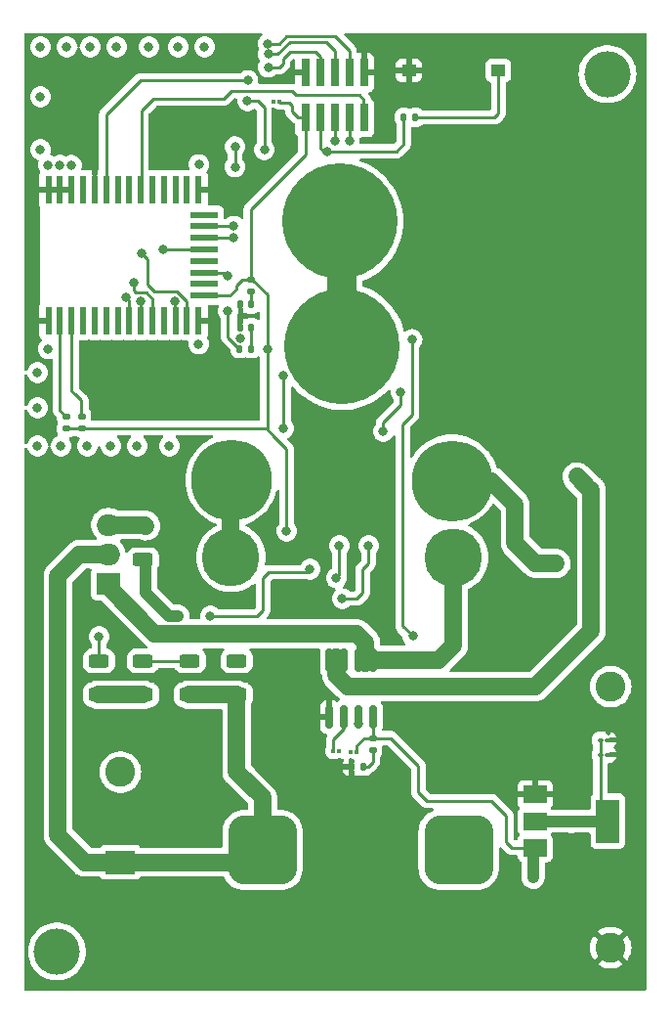
<source format=gbr>
%TF.GenerationSoftware,KiCad,Pcbnew,7.0.10*%
%TF.CreationDate,2024-01-17T02:44:34+05:30*%
%TF.ProjectId,open_src,6f70656e-5f73-4726-932e-6b696361645f,rev?*%
%TF.SameCoordinates,Original*%
%TF.FileFunction,Copper,L1,Top*%
%TF.FilePolarity,Positive*%
%FSLAX46Y46*%
G04 Gerber Fmt 4.6, Leading zero omitted, Abs format (unit mm)*
G04 Created by KiCad (PCBNEW 7.0.10) date 2024-01-17 02:44:35*
%MOMM*%
%LPD*%
G01*
G04 APERTURE LIST*
G04 Aperture macros list*
%AMRoundRect*
0 Rectangle with rounded corners*
0 $1 Rounding radius*
0 $2 $3 $4 $5 $6 $7 $8 $9 X,Y pos of 4 corners*
0 Add a 4 corners polygon primitive as box body*
4,1,4,$2,$3,$4,$5,$6,$7,$8,$9,$2,$3,0*
0 Add four circle primitives for the rounded corners*
1,1,$1+$1,$2,$3*
1,1,$1+$1,$4,$5*
1,1,$1+$1,$6,$7*
1,1,$1+$1,$8,$9*
0 Add four rect primitives between the rounded corners*
20,1,$1+$1,$2,$3,$4,$5,0*
20,1,$1+$1,$4,$5,$6,$7,0*
20,1,$1+$1,$6,$7,$8,$9,0*
20,1,$1+$1,$8,$9,$2,$3,0*%
G04 Aperture macros list end*
%TA.AperFunction,SMDPad,CuDef*%
%ADD10RoundRect,0.135000X-0.185000X0.135000X-0.185000X-0.135000X0.185000X-0.135000X0.185000X0.135000X0*%
%TD*%
%TA.AperFunction,SMDPad,CuDef*%
%ADD11R,0.600000X2.400000*%
%TD*%
%TA.AperFunction,SMDPad,CuDef*%
%ADD12R,2.400000X0.600000*%
%TD*%
%TA.AperFunction,ComponentPad*%
%ADD13C,7.000000*%
%TD*%
%TA.AperFunction,SMDPad,CuDef*%
%ADD14C,5.000000*%
%TD*%
%TA.AperFunction,SMDPad,CuDef*%
%ADD15C,10.000000*%
%TD*%
%TA.AperFunction,ComponentPad*%
%ADD16C,1.346200*%
%TD*%
%TA.AperFunction,SMDPad,CuDef*%
%ADD17R,2.000000X1.500000*%
%TD*%
%TA.AperFunction,SMDPad,CuDef*%
%ADD18R,2.000000X3.800000*%
%TD*%
%TA.AperFunction,SMDPad,CuDef*%
%ADD19RoundRect,0.150000X-0.150000X0.825000X-0.150000X-0.825000X0.150000X-0.825000X0.150000X0.825000X0*%
%TD*%
%TA.AperFunction,SMDPad,CuDef*%
%ADD20R,1.250000X1.000000*%
%TD*%
%TA.AperFunction,SMDPad,CuDef*%
%ADD21RoundRect,0.135000X-0.135000X-0.185000X0.135000X-0.185000X0.135000X0.185000X-0.135000X0.185000X0*%
%TD*%
%TA.AperFunction,SMDPad,CuDef*%
%ADD22RoundRect,0.135000X0.135000X0.185000X-0.135000X0.185000X-0.135000X-0.185000X0.135000X-0.185000X0*%
%TD*%
%TA.AperFunction,SMDPad,CuDef*%
%ADD23RoundRect,0.250000X-0.625000X0.312500X-0.625000X-0.312500X0.625000X-0.312500X0.625000X0.312500X0*%
%TD*%
%TA.AperFunction,SMDPad,CuDef*%
%ADD24RoundRect,0.250000X0.625000X-0.312500X0.625000X0.312500X-0.625000X0.312500X-0.625000X-0.312500X0*%
%TD*%
%TA.AperFunction,SMDPad,CuDef*%
%ADD25R,0.740000X2.400000*%
%TD*%
%TA.AperFunction,SMDPad,CuDef*%
%ADD26RoundRect,0.147500X-0.147500X-0.172500X0.147500X-0.172500X0.147500X0.172500X-0.147500X0.172500X0*%
%TD*%
%TA.AperFunction,SMDPad,CuDef*%
%ADD27RoundRect,0.075000X-0.125000X-0.075000X0.125000X-0.075000X0.125000X0.075000X-0.125000X0.075000X0*%
%TD*%
%TA.AperFunction,SMDPad,CuDef*%
%ADD28RoundRect,0.100000X-0.130000X-0.100000X0.130000X-0.100000X0.130000X0.100000X-0.130000X0.100000X0*%
%TD*%
%TA.AperFunction,SMDPad,CuDef*%
%ADD29RoundRect,0.100000X0.130000X0.100000X-0.130000X0.100000X-0.130000X-0.100000X0.130000X-0.100000X0*%
%TD*%
%TA.AperFunction,SMDPad,CuDef*%
%ADD30RoundRect,0.075000X0.125000X0.075000X-0.125000X0.075000X-0.125000X-0.075000X0.125000X-0.075000X0*%
%TD*%
%TA.AperFunction,SMDPad,CuDef*%
%ADD31C,4.000000*%
%TD*%
%TA.AperFunction,ComponentPad*%
%ADD32C,10.000000*%
%TD*%
%TA.AperFunction,SMDPad,CuDef*%
%ADD33RoundRect,1.500000X1.500000X1.500000X-1.500000X1.500000X-1.500000X-1.500000X1.500000X-1.500000X0*%
%TD*%
%TA.AperFunction,ComponentPad*%
%ADD34O,2.000000X1.905000*%
%TD*%
%TA.AperFunction,ComponentPad*%
%ADD35R,2.000000X1.905000*%
%TD*%
%TA.AperFunction,ComponentPad*%
%ADD36R,2.600000X2.000000*%
%TD*%
%TA.AperFunction,ComponentPad*%
%ADD37C,2.600000*%
%TD*%
%TA.AperFunction,ViaPad*%
%ADD38C,0.800000*%
%TD*%
%TA.AperFunction,ViaPad*%
%ADD39C,2.000000*%
%TD*%
%TA.AperFunction,Conductor*%
%ADD40C,0.250000*%
%TD*%
%TA.AperFunction,Conductor*%
%ADD41C,1.000000*%
%TD*%
%TA.AperFunction,Conductor*%
%ADD42C,1.500000*%
%TD*%
%TA.AperFunction,Conductor*%
%ADD43C,2.500000*%
%TD*%
G04 APERTURE END LIST*
D10*
%TO.P,R14,2*%
%TO.N,+3.3v*%
X140160000Y-87640000D03*
%TO.P,R14,1*%
%TO.N,SDA*%
X140160000Y-86620000D03*
%TD*%
%TO.P,R13,2*%
%TO.N,+3.3v*%
X141500000Y-87600000D03*
%TO.P,R13,1*%
%TO.N,SCL*%
X141500000Y-86580000D03*
%TD*%
D11*
%TO.P,U1,1,GND*%
%TO.N,GND*%
X138620000Y-78279999D03*
%TO.P,U1,2,PB04*%
%TO.N,SDA*%
X139620001Y-78279999D03*
%TO.P,U1,3,PB03*%
%TO.N,SCL*%
X140619999Y-78279999D03*
%TO.P,U1,4,PB02*%
%TO.N,unconnected-(U1A-PB02-Pad4)*%
X141619999Y-78279999D03*
%TO.P,U1,5,PB01*%
%TO.N,unconnected-(U1A-PB01-Pad5)*%
X142620000Y-78279999D03*
%TO.P,U1,6,PB00*%
%TO.N,unconnected-(U1A-PB00-Pad6)*%
X143620000Y-78279999D03*
%TO.P,U1,7,PA00*%
%TO.N,unconnected-(U1A-PA00-Pad7)*%
X144619998Y-78279999D03*
%TO.P,U1,8,PA01*%
%TO.N,SWCLK*%
X145619999Y-78279999D03*
%TO.P,U1,9,PA02*%
%TO.N,SWDIO*%
X146620000Y-78279999D03*
%TO.P,U1,10,PA03*%
%TO.N,SW0*%
X147620000Y-78279999D03*
%TO.P,U1,11,PA04*%
%TO.N,unconnected-(U1A-PA04-Pad11)*%
X148620001Y-78279999D03*
%TO.P,U1,12,PA05*%
%TO.N,TX*%
X149619999Y-78279999D03*
%TO.P,U1,13,PA06*%
%TO.N,RX*%
X150619999Y-78279999D03*
%TO.P,U1,14,GND*%
%TO.N,GND*%
X151620000Y-78279999D03*
D12*
%TO.P,U1,15,VDD*%
%TO.N,+3.3v*%
X152119999Y-76130001D03*
%TO.P,U1,16,PA07*%
%TO.N,unconnected-(U1A-PA07-Pad16)*%
X152119999Y-75130000D03*
%TO.P,U1,17,PA08*%
%TO.N,Status_led*%
X152119999Y-74130000D03*
%TO.P,U1,18,PD03*%
%TO.N,unconnected-(U1A-PD03-Pad18)*%
X152119999Y-73129999D03*
%TO.P,U1,19,PD02*%
%TO.N,ZCR_OUT*%
X152119999Y-72130001D03*
%TO.P,U1,20,PD01*%
%TO.N,PWM_IN*%
X152119999Y-71130000D03*
%TO.P,U1,21,PD00*%
%TO.N,Current_monitor*%
X152119999Y-70130000D03*
%TO.P,U1,22,PC00*%
%TO.N,unconnected-(U1A-PC00-Pad22)*%
X152119999Y-69129999D03*
D11*
%TO.P,U1,23,GND*%
%TO.N,GND*%
X151620000Y-66980001D03*
%TO.P,U1,24,PC01*%
%TO.N,unconnected-(U1A-PC01-Pad24)*%
X150619999Y-66980001D03*
%TO.P,U1,25,PC02*%
%TO.N,unconnected-(U1A-PC02-Pad25)*%
X149620001Y-66980001D03*
%TO.P,U1,26,PC03*%
%TO.N,unconnected-(U1A-PC03-Pad26)*%
X148620001Y-66980001D03*
%TO.P,U1,27,PC04*%
%TO.N,PTI_DATA*%
X147620000Y-66980001D03*
%TO.P,U1,28,PC05*%
%TO.N,PTI_FRAME*%
X146620000Y-66980001D03*
%TO.P,U1,29,PC06*%
%TO.N,unconnected-(U1A-PC06-Pad29)*%
X145619999Y-66980001D03*
%TO.P,U1,30,PC07*%
%TO.N,unconnected-(U1A-PC07-Pad30)*%
X144620001Y-66980001D03*
%TO.P,U1,31,RESET*%
%TO.N,RESET*%
X143620000Y-66980001D03*
%TO.P,U1,32,GND*%
%TO.N,GND*%
X142620000Y-66980001D03*
%TO.P,U1,33,RFOUT*%
%TO.N,unconnected-(U1A-RFOUT-Pad33)*%
X141619999Y-66980001D03*
%TO.P,U1,34,GND*%
%TO.N,GND*%
X140619999Y-66980001D03*
%TO.P,U1,35,GND*%
X139620001Y-66980001D03*
%TO.P,U1,36,GND*%
X138620000Y-66980001D03*
%TD*%
D13*
%TO.P,H2,1,1*%
%TO.N,Neutral*%
X154490000Y-92110000D03*
%TD*%
D14*
%TO.P,H9,1,1*%
%TO.N,Neutral*%
X154432000Y-98806000D03*
%TD*%
D15*
%TO.P,H8,1,1*%
%TO.N,Earth*%
X164084000Y-80518000D03*
%TD*%
D16*
%TO.P,R1,1*%
%TO.N,Phase_IN*%
X182626000Y-99314000D03*
%TO.P,R1,2*%
%TO.N,Neutral*%
X184426000Y-91814000D03*
%TD*%
D14*
%TO.P,H4,1,1*%
%TO.N,Phase_OUT*%
X173736000Y-98806000D03*
%TD*%
D17*
%TO.P,U4,3,VI*%
%TO.N,+5v*%
X180800000Y-123930000D03*
%TO.P,U4,2,VO*%
%TO.N,+3.3v*%
X180800000Y-121630000D03*
D18*
X187100000Y-121630000D03*
D17*
%TO.P,U4,1,GND*%
%TO.N,GND*%
X180800000Y-119330000D03*
%TD*%
D19*
%TO.P,U2,8,VCC*%
%TO.N,+5v*%
X166775000Y-112615000D03*
%TO.P,U2,7,VIOUT*%
%TO.N,Current_monitor*%
X165505000Y-112615000D03*
%TO.P,U2,6,FILTER*%
%TO.N,Net-(U2-FILTER)*%
X164235000Y-112615000D03*
%TO.P,U2,5,GND*%
%TO.N,GND*%
X162965000Y-112615000D03*
%TO.P,U2,4,IP-*%
%TO.N,Neutral*%
X162965000Y-107665000D03*
%TO.P,U2,3,IP-*%
X164235000Y-107665000D03*
%TO.P,U2,2,IP+*%
%TO.N,Phase_OUT*%
X165505000Y-107665000D03*
%TO.P,U2,1,IP+*%
X166775000Y-107665000D03*
%TD*%
D20*
%TO.P,SW1,2,B*%
%TO.N,Net-(SW1A-B)*%
X177611000Y-56642000D03*
%TO.P,SW1,1,A*%
%TO.N,GND*%
X169861000Y-56642000D03*
%TD*%
D21*
%TO.P,R17,2*%
%TO.N,Net-(D3-A)*%
X156210000Y-80730000D03*
%TO.P,R17,1*%
%TO.N,Status_led*%
X155190000Y-80730000D03*
%TD*%
D10*
%TO.P,R16,2*%
%TO.N,Net-(D2-A)*%
X156160000Y-75770000D03*
%TO.P,R16,1*%
%TO.N,+3.3v*%
X156160000Y-74750000D03*
%TD*%
D22*
%TO.P,R15,2*%
%TO.N,RESET*%
X169414000Y-60706000D03*
%TO.P,R15,1*%
%TO.N,Net-(SW1A-B)*%
X170434000Y-60706000D03*
%TD*%
D23*
%TO.P,R12,1*%
%TO.N,Net-(R12-Pad1)*%
X154940000Y-107757500D03*
%TO.P,R12,2*%
%TO.N,Phase_SCR*%
X154940000Y-110682500D03*
%TD*%
D24*
%TO.P,R11,2*%
%TO.N,Net-(Q1-G)*%
X146812000Y-96073500D03*
%TO.P,R11,1*%
%TO.N,Net-(R11-Pad1)*%
X146812000Y-98998500D03*
%TD*%
%TO.P,R7,1*%
%TO.N,Phase_SCR*%
X150876000Y-110682500D03*
%TO.P,R7,2*%
%TO.N,Net-(R6-Pad1)*%
X150876000Y-107757500D03*
%TD*%
D23*
%TO.P,R6,1*%
%TO.N,Net-(R6-Pad1)*%
X146812000Y-107757500D03*
%TO.P,R6,2*%
%TO.N,Net-(R5-Pad1)*%
X146812000Y-110682500D03*
%TD*%
D24*
%TO.P,R5,1*%
%TO.N,Net-(R5-Pad1)*%
X143002000Y-110682500D03*
%TO.P,R5,2*%
%TO.N,Net-(Q3-B)*%
X143002000Y-107757500D03*
%TD*%
D10*
%TO.P,R2,1*%
%TO.N,+5v*%
X166740000Y-114440000D03*
%TO.P,R2,2*%
%TO.N,Net-(D1-A)*%
X166740000Y-115460000D03*
%TD*%
D25*
%TO.P,J1,10,GND*%
%TO.N,GND*%
X165960000Y-56840000D03*
%TO.P,J1,9,PTI_FRAME*%
%TO.N,PTI_FRAME*%
X165960000Y-60740000D03*
%TO.P,J1,8,SWCLK*%
%TO.N,SWCLK*%
X164690000Y-56840000D03*
%TO.P,J1,7,SWDIO*%
%TO.N,SWDIO*%
X164690000Y-60740000D03*
%TO.P,J1,6,SWO*%
%TO.N,SW0*%
X163420000Y-56840000D03*
%TO.P,J1,5,TX*%
%TO.N,TX*%
X163420000Y-60740000D03*
%TO.P,J1,4,RX*%
%TO.N,RX*%
X162150000Y-56840000D03*
%TO.P,J1,3,RESET*%
%TO.N,RESET*%
X162150000Y-60740000D03*
%TO.P,J1,2,GND*%
%TO.N,GND*%
X160880000Y-56840000D03*
%TO.P,J1,1,3.3*%
%TO.N,+3.3v*%
X160880000Y-60740000D03*
%TD*%
D26*
%TO.P,D3,1,K*%
%TO.N,GND*%
X155240000Y-78880000D03*
%TO.P,D3,2,A*%
%TO.N,Net-(D3-A)*%
X156210000Y-78880000D03*
%TD*%
%TO.P,D2,2,A*%
%TO.N,Net-(D2-A)*%
X156210000Y-76890000D03*
%TO.P,D2,1,K*%
%TO.N,GND*%
X155240000Y-76890000D03*
%TD*%
%TO.P,D1,2,A*%
%TO.N,Net-(D1-A)*%
X165885000Y-116900000D03*
%TO.P,D1,1,K*%
%TO.N,GND*%
X164915000Y-116900000D03*
%TD*%
D27*
%TO.P,C5,1*%
%TO.N,GND*%
X158110000Y-59310000D03*
%TO.P,C5,2*%
%TO.N,+3.3v*%
X158610000Y-59310000D03*
%TD*%
D28*
%TO.P,C4,1*%
%TO.N,+3.3v*%
X186460000Y-115880000D03*
%TO.P,C4,2*%
%TO.N,GND*%
X187100000Y-115880000D03*
%TD*%
D29*
%TO.P,C3,1*%
%TO.N,GND*%
X187105000Y-114600000D03*
%TO.P,C3,2*%
%TO.N,+3.3v*%
X186465000Y-114600000D03*
%TD*%
D30*
%TO.P,C2,1*%
%TO.N,GND*%
X163826000Y-115570000D03*
%TO.P,C2,2*%
%TO.N,Net-(U2-FILTER)*%
X163326000Y-115570000D03*
%TD*%
D27*
%TO.P,C1,2*%
%TO.N,+5v*%
X165320000Y-115630000D03*
%TO.P,C1,1*%
%TO.N,GND*%
X164820000Y-115630000D03*
%TD*%
D31*
%TO.P,REF\u002A\u002A,1*%
%TO.N,N/C*%
X139342183Y-132922183D03*
%TD*%
%TO.P,REF\u002A\u002A,1*%
%TO.N,N/C*%
X187070000Y-56960000D03*
%TD*%
D13*
%TO.P,H3,1,1*%
%TO.N,Phase_IN*%
X173610000Y-92160000D03*
%TD*%
D32*
%TO.P,H1,1,1*%
%TO.N,Earth*%
X163870000Y-69720000D03*
%TD*%
D33*
%TO.P,F1,2*%
%TO.N,Phase_SCR*%
X157180000Y-124120000D03*
%TO.P,F1,1*%
%TO.N,Phase_IN*%
X174180000Y-124120000D03*
%TD*%
D34*
%TO.P,Q1,3,G*%
%TO.N,Net-(Q1-G)*%
X143805000Y-95980000D03*
%TO.P,Q1,2,A2*%
%TO.N,Phase_SCR*%
X143805000Y-98520000D03*
D35*
%TO.P,Q1,1,A1*%
%TO.N,Phase_OUT*%
X143805000Y-101060000D03*
%TD*%
D36*
%TO.P,PS1,1,AC/L*%
%TO.N,Phase_SCR*%
X144850000Y-125180000D03*
D37*
%TO.P,PS1,2,AC/N*%
%TO.N,Neutral*%
X144850000Y-117380000D03*
%TO.P,PS1,3,-Vout*%
%TO.N,GND*%
X187350000Y-132580000D03*
%TO.P,PS1,4,+Vout*%
%TO.N,+5v*%
X187350000Y-109980000D03*
%TD*%
D38*
%TO.N,RESET*%
X155900000Y-57510000D03*
X155870000Y-59270000D03*
X157320000Y-63490000D03*
X162800000Y-63650000D03*
%TO.N,GND*%
X155270000Y-79810000D03*
X157770000Y-96270000D03*
%TO.N,+5v*%
X180650000Y-126500000D03*
%TO.N,Status_led*%
X154178000Y-77470000D03*
X154178000Y-74422000D03*
%TO.N,Net-(Q2-C)*%
X163576000Y-100584000D03*
X163830000Y-97790000D03*
%TO.N,ZCR_OUT*%
X167640000Y-87884000D03*
X169164000Y-84502000D03*
X148590000Y-72136000D03*
%TO.N,PWM_IN*%
X154686000Y-71120000D03*
X159004000Y-83058000D03*
X159004000Y-87630000D03*
%TO.N,TX*%
X149590000Y-76610000D03*
X154790000Y-65000000D03*
X154790000Y-63250000D03*
%TO.N,SWDIO*%
X146647337Y-76610000D03*
X164700000Y-62770000D03*
%TO.N,TX*%
X163420000Y-62770000D03*
%TO.N,Current_monitor*%
X170130000Y-79930000D03*
X170190000Y-105620000D03*
X165510000Y-113180000D03*
%TO.N,+3.3v*%
X157600000Y-80740000D03*
%TO.N,RX*%
X146670000Y-72500000D03*
%TO.N,SW0*%
X146050000Y-75040000D03*
%TO.N,SWCLK*%
X145370000Y-76310000D03*
%TO.N,RX*%
X157670000Y-56350000D03*
%TO.N,SW0*%
X157670000Y-55240000D03*
%TO.N,SWCLK*%
X157640000Y-54340000D03*
%TO.N,*%
X151650000Y-64790000D03*
X140600000Y-64850000D03*
%TO.N,Net-(Q3-B)*%
X143002000Y-105664000D03*
X152654000Y-103886000D03*
X161290000Y-99822000D03*
%TO.N,Net-(R12-Pad1)*%
X154940000Y-107696000D03*
%TO.N,*%
X164084000Y-102362000D03*
X166370000Y-97790000D03*
%TO.N,Net-(R11-Pad1)*%
X149860000Y-103886000D03*
%TO.N,+3.3v*%
X159258000Y-96520000D03*
X187198000Y-121666000D03*
X183896000Y-121666000D03*
D39*
%TO.N,Phase_IN*%
X174180000Y-124120000D03*
D38*
%TO.N,*%
X139700000Y-89154000D03*
X146304000Y-89154000D03*
X144018000Y-89154000D03*
X149098000Y-89154000D03*
X141986000Y-89154000D03*
X152146000Y-54610000D03*
X149860000Y-54610000D03*
X147320000Y-54610000D03*
X144526000Y-54610000D03*
X142240000Y-54610000D03*
X140208000Y-54610000D03*
X137922000Y-54610000D03*
X137922000Y-63500000D03*
X137922000Y-58928000D03*
X137668000Y-89154000D03*
X137668000Y-85852000D03*
X137668000Y-82804000D03*
X139610000Y-64840000D03*
X151640000Y-80320000D03*
%TO.N,Current_monitor*%
X154680000Y-70130000D03*
%TO.N,*%
X138600000Y-80740000D03*
X138600000Y-64850000D03*
%TD*%
D40*
%TO.N,RESET*%
X156740000Y-59270000D02*
X155870000Y-59270000D01*
X157320000Y-59850000D02*
X156740000Y-59270000D01*
X157320000Y-63490000D02*
X157320000Y-59850000D01*
X143620000Y-60460000D02*
X143620000Y-66980001D01*
X155900000Y-57510000D02*
X146570000Y-57510000D01*
X146570000Y-57510000D02*
X143620000Y-60460000D01*
X169414000Y-62988000D02*
X169414000Y-60706000D01*
X162456000Y-63650000D02*
X168760000Y-63650000D01*
X162150000Y-63344000D02*
X162456000Y-63650000D01*
X168760000Y-63650000D02*
X169418000Y-62992000D01*
X169418000Y-62992000D02*
X169414000Y-62988000D01*
%TO.N,GND*%
X155240000Y-76890000D02*
X155240000Y-78880000D01*
D41*
%TO.N,+5v*%
X180650000Y-124080000D02*
X180800000Y-123930000D01*
X180650000Y-126500000D02*
X180650000Y-124080000D01*
D42*
%TO.N,Phase_SCR*%
X156120000Y-125180000D02*
X157180000Y-124120000D01*
X144850000Y-125180000D02*
X156120000Y-125180000D01*
X139446000Y-100379000D02*
X141305000Y-98520000D01*
X139446000Y-122846000D02*
X139446000Y-100379000D01*
X141780000Y-125180000D02*
X139446000Y-122846000D01*
X144850000Y-125180000D02*
X141780000Y-125180000D01*
X141305000Y-98520000D02*
X143805000Y-98520000D01*
D40*
%TO.N,Status_led*%
X154178000Y-79718000D02*
X155190000Y-80730000D01*
X154178000Y-77470000D02*
X154178000Y-79718000D01*
X153886000Y-74130000D02*
X154178000Y-74422000D01*
X152119999Y-74130000D02*
X153886000Y-74130000D01*
%TO.N,Net-(Q2-C)*%
X163830000Y-97790000D02*
X163830000Y-100330000D01*
X163830000Y-100330000D02*
X163576000Y-100584000D01*
%TO.N,ZCR_OUT*%
X169164000Y-84502000D02*
X169164000Y-85598000D01*
X169164000Y-85598000D02*
X167640000Y-87122000D01*
X167640000Y-87122000D02*
X167640000Y-87884000D01*
%TO.N,PWM_IN*%
X159004000Y-83058000D02*
X159004000Y-87630000D01*
%TO.N,ZCR_OUT*%
X148595999Y-72130001D02*
X148590000Y-72136000D01*
X152119999Y-72130001D02*
X148595999Y-72130001D01*
%TO.N,PWM_IN*%
X154676000Y-71130000D02*
X154686000Y-71120000D01*
X152119999Y-71130000D02*
X154676000Y-71130000D01*
%TO.N,+3.3v*%
X157450000Y-87600000D02*
X157590000Y-87740000D01*
X141500000Y-87600000D02*
X157450000Y-87600000D01*
X157590000Y-87740000D02*
X158242000Y-88392000D01*
X157600000Y-80740000D02*
X157590000Y-80750000D01*
X157590000Y-80750000D02*
X157590000Y-87740000D01*
X156290000Y-74750000D02*
X156160000Y-74750000D01*
X157600000Y-76060000D02*
X156290000Y-74750000D01*
X157600000Y-80740000D02*
X157600000Y-76060000D01*
X156160000Y-68630000D02*
X156160000Y-74750000D01*
X160880000Y-63910000D02*
X156160000Y-68630000D01*
X160880000Y-60740000D02*
X160880000Y-63910000D01*
X155390000Y-74750000D02*
X156160000Y-74750000D01*
X154880000Y-75580000D02*
X154880000Y-75260000D01*
X154880000Y-75260000D02*
X155390000Y-74750000D01*
X152119999Y-76130001D02*
X154329999Y-76130001D01*
X154329999Y-76130001D02*
X154880000Y-75580000D01*
%TO.N,Net-(D2-A)*%
X156210000Y-75820000D02*
X156160000Y-75770000D01*
X156210000Y-76890000D02*
X156210000Y-75820000D01*
%TO.N,Net-(D3-A)*%
X156210000Y-78880000D02*
X156210000Y-80730000D01*
%TO.N,TX*%
X154790000Y-63250000D02*
X154790000Y-65000000D01*
X149590000Y-78250000D02*
X149619999Y-78279999D01*
X149590000Y-76610000D02*
X149590000Y-78250000D01*
%TO.N,RX*%
X150619999Y-76614694D02*
X150619999Y-78279999D01*
X147170000Y-75150000D02*
X147770000Y-75750000D01*
X149755305Y-75750000D02*
X150619999Y-76614694D01*
X147170000Y-73000000D02*
X147170000Y-75150000D01*
X147770000Y-75750000D02*
X149755305Y-75750000D01*
X146670000Y-72500000D02*
X147170000Y-73000000D01*
%TO.N,TX*%
X163420000Y-60740000D02*
X163420000Y-62770000D01*
%TO.N,SWDIO*%
X146647337Y-78252662D02*
X146620000Y-78279999D01*
X146647337Y-76610000D02*
X146647337Y-78252662D01*
%TO.N,SW0*%
X147620000Y-76424695D02*
X147620000Y-78279999D01*
X146215000Y-75885000D02*
X147080305Y-75885000D01*
X147080305Y-75885000D02*
X147620000Y-76424695D01*
X146050000Y-75720000D02*
X146215000Y-75885000D01*
X146050000Y-75040000D02*
X146050000Y-75720000D01*
%TO.N,SWDIO*%
X164690000Y-62760000D02*
X164700000Y-62770000D01*
X164690000Y-60740000D02*
X164690000Y-62760000D01*
%TO.N,PTI_FRAME*%
X146670000Y-66930001D02*
X146620000Y-66980001D01*
X146670000Y-60130000D02*
X146670000Y-66930001D01*
X147710000Y-59090000D02*
X146670000Y-60130000D01*
X153770000Y-59090000D02*
X147710000Y-59090000D01*
X159690000Y-58420000D02*
X154440000Y-58420000D01*
X160050000Y-58780000D02*
X159690000Y-58420000D01*
X165560000Y-58780000D02*
X160050000Y-58780000D01*
X165950000Y-59880000D02*
X165950000Y-59170000D01*
X154440000Y-58420000D02*
X153770000Y-59090000D01*
X165960000Y-59890000D02*
X165950000Y-59880000D01*
X165960000Y-60740000D02*
X165960000Y-59890000D01*
X165950000Y-59170000D02*
X165560000Y-58780000D01*
%TO.N,Current_monitor*%
X169310000Y-87280000D02*
X169310000Y-104740000D01*
X170130000Y-86460000D02*
X169310000Y-87280000D01*
X170130000Y-79930000D02*
X170130000Y-86460000D01*
X169310000Y-104740000D02*
X170190000Y-105620000D01*
X152119999Y-70130000D02*
X154680000Y-70130000D01*
%TO.N,SWCLK*%
X145619999Y-76559999D02*
X145370000Y-76310000D01*
X145619999Y-78279999D02*
X145619999Y-76559999D01*
%TO.N,RX*%
X158970000Y-56040000D02*
X158660000Y-56350000D01*
X158970000Y-55600000D02*
X158970000Y-56040000D01*
X157670000Y-56350000D02*
X158660000Y-56350000D01*
%TO.N,SW0*%
X163420000Y-54950000D02*
X163420000Y-56840000D01*
X159530000Y-54200000D02*
X162670000Y-54200000D01*
X162670000Y-54200000D02*
X163420000Y-54950000D01*
X158490000Y-55240000D02*
X159530000Y-54200000D01*
X157670000Y-55240000D02*
X158490000Y-55240000D01*
%TO.N,SWCLK*%
X157640000Y-54340000D02*
X158640000Y-54340000D01*
X159260000Y-53720000D02*
X158665000Y-54315000D01*
X158640000Y-54340000D02*
X158665000Y-54315000D01*
X163490000Y-53720000D02*
X159260000Y-53720000D01*
X164690000Y-54920000D02*
X163490000Y-53720000D01*
X164690000Y-56840000D02*
X164690000Y-54920000D01*
%TO.N,RX*%
X158980000Y-55600000D02*
X158970000Y-55600000D01*
X162150000Y-55430000D02*
X161750000Y-55030000D01*
X161750000Y-55030000D02*
X159550000Y-55030000D01*
X159550000Y-55030000D02*
X158980000Y-55600000D01*
X162150000Y-56840000D02*
X162150000Y-55430000D01*
%TO.N,+3.3v*%
X141460000Y-87640000D02*
X141500000Y-87600000D01*
X140160000Y-87640000D02*
X141460000Y-87640000D01*
%TO.N,SCL*%
X141460000Y-85210000D02*
X141460000Y-86490000D01*
X140950000Y-84700000D02*
X141460000Y-85210000D01*
X140619999Y-84369999D02*
X140950000Y-84700000D01*
X140619999Y-78279999D02*
X140619999Y-84369999D01*
%TO.N,SDA*%
X139620001Y-86080001D02*
X140160000Y-86620000D01*
X139620001Y-78279999D02*
X139620001Y-86080001D01*
%TO.N,GND*%
X139620001Y-66980001D02*
X140619999Y-66980001D01*
X138620000Y-66980001D02*
X139620001Y-66980001D01*
%TO.N,Net-(R6-Pad1)*%
X146812000Y-107757500D02*
X150876000Y-107757500D01*
%TO.N,Net-(Q3-B)*%
X156718000Y-103886000D02*
X152654000Y-103886000D01*
X157734000Y-100076000D02*
X157226000Y-100584000D01*
X157226000Y-100584000D02*
X157226000Y-103378000D01*
X157226000Y-103378000D02*
X156718000Y-103886000D01*
X161290000Y-99822000D02*
X161036000Y-100076000D01*
X161036000Y-100076000D02*
X157734000Y-100076000D01*
X143002000Y-107757500D02*
X143002000Y-105664000D01*
%TO.N,*%
X165862000Y-101854000D02*
X165354000Y-102362000D01*
X165354000Y-102362000D02*
X164084000Y-102362000D01*
X165862000Y-100838000D02*
X165862000Y-101854000D01*
X165862000Y-99822000D02*
X165862000Y-100838000D01*
X166370000Y-99314000D02*
X165862000Y-99822000D01*
X166370000Y-97790000D02*
X166370000Y-99314000D01*
D41*
%TO.N,Net-(R11-Pad1)*%
X149098000Y-103886000D02*
X149860000Y-103886000D01*
X147574000Y-102362000D02*
X149098000Y-103886000D01*
X147066000Y-98998500D02*
X147066000Y-101854000D01*
X147066000Y-101854000D02*
X147574000Y-102362000D01*
D42*
%TO.N,Net-(Q1-G)*%
X146972500Y-95980000D02*
X147066000Y-96073500D01*
X143805000Y-95980000D02*
X146972500Y-95980000D01*
%TO.N,Net-(R5-Pad1)*%
X143002000Y-110682500D02*
X146812000Y-110682500D01*
D40*
%TO.N,Net-(SW1A-B)*%
X177611000Y-60387000D02*
X177292000Y-60706000D01*
X177611000Y-56642000D02*
X177611000Y-60387000D01*
X177292000Y-60706000D02*
X170434000Y-60706000D01*
%TO.N,RESET*%
X162150000Y-63344000D02*
X162150000Y-63246000D01*
X162150000Y-60740000D02*
X162150000Y-63344000D01*
%TO.N,+3.3v*%
X158635000Y-59335000D02*
X158635000Y-59310000D01*
X158736000Y-59436000D02*
X158635000Y-59335000D01*
X159766000Y-59690000D02*
X159512000Y-59436000D01*
X160274000Y-60706000D02*
X159766000Y-60198000D01*
X159766000Y-60198000D02*
X159766000Y-59690000D01*
X160846000Y-60706000D02*
X160274000Y-60706000D01*
X159512000Y-59436000D02*
X158736000Y-59436000D01*
X160880000Y-60740000D02*
X160846000Y-60706000D01*
X159258000Y-89408000D02*
X159258000Y-96520000D01*
X158242000Y-88392000D02*
X159258000Y-89408000D01*
D41*
X187136000Y-121630000D02*
X187100000Y-121630000D01*
X187198000Y-121666000D02*
X187136000Y-121630000D01*
X187064000Y-121630000D02*
X187198000Y-121666000D01*
X183932000Y-121630000D02*
X187064000Y-121630000D01*
X183896000Y-121666000D02*
X183932000Y-121630000D01*
X183860000Y-121630000D02*
X183896000Y-121666000D01*
D40*
%TO.N,Net-(U2-FILTER)*%
X163301000Y-114575000D02*
X163301000Y-115570000D01*
X164235000Y-113641000D02*
X163301000Y-114575000D01*
X164235000Y-112615000D02*
X164235000Y-113641000D01*
%TO.N,+5v*%
X165976000Y-114440000D02*
X165345000Y-115071000D01*
X166740000Y-114440000D02*
X165976000Y-114440000D01*
X165345000Y-115071000D02*
X165345000Y-115630000D01*
%TO.N,Net-(D1-A)*%
X166740000Y-116470000D02*
X166740000Y-115460000D01*
X165885000Y-116900000D02*
X166310000Y-116900000D01*
X166310000Y-116900000D02*
X166740000Y-116470000D01*
%TO.N,+5v*%
X178838000Y-123930000D02*
X180800000Y-123930000D01*
X178816000Y-123952000D02*
X178838000Y-123930000D01*
X178308000Y-123444000D02*
X178816000Y-123952000D01*
X178308000Y-121158000D02*
X178308000Y-123444000D01*
X177038000Y-119888000D02*
X178308000Y-121158000D01*
X171450000Y-119888000D02*
X177038000Y-119888000D01*
X170688000Y-119126000D02*
X171450000Y-119888000D01*
X170688000Y-116840000D02*
X170688000Y-119126000D01*
X168288000Y-114440000D02*
X170688000Y-116840000D01*
X166740000Y-114440000D02*
X168288000Y-114440000D01*
X166775000Y-114405000D02*
X166740000Y-114440000D01*
X166775000Y-112615000D02*
X166775000Y-114405000D01*
%TO.N,+3.3v*%
X186460000Y-120990000D02*
X187100000Y-121630000D01*
X186460000Y-115880000D02*
X186460000Y-120990000D01*
D41*
X180800000Y-121630000D02*
X183860000Y-121630000D01*
D40*
X186460000Y-114605000D02*
X186465000Y-114600000D01*
X186460000Y-115880000D02*
X186460000Y-114605000D01*
D42*
%TO.N,Earth*%
X164084000Y-69934000D02*
X163870000Y-69720000D01*
D43*
X164084000Y-80518000D02*
X164084000Y-69934000D01*
D42*
%TO.N,Neutral*%
X154432000Y-92168000D02*
X154490000Y-92110000D01*
X154432000Y-98806000D02*
X154432000Y-92168000D01*
%TO.N,Phase_OUT*%
X166624000Y-107696000D02*
X166116000Y-107188000D01*
X172466000Y-107696000D02*
X166624000Y-107696000D01*
X166116000Y-106172000D02*
X166116000Y-107188000D01*
X173736000Y-106426000D02*
X172466000Y-107696000D01*
X166116000Y-107188000D02*
X166116000Y-107950000D01*
X173736000Y-98806000D02*
X173736000Y-106426000D01*
%TO.N,Neutral*%
X184426000Y-91814000D02*
X185576000Y-92964000D01*
%TO.N,Phase_SCR*%
X154932000Y-117340000D02*
X154940000Y-117348000D01*
X150876000Y-110682500D02*
X154940000Y-110682500D01*
X154940000Y-117348000D02*
X154940000Y-110682500D01*
X157180000Y-119588000D02*
X154940000Y-117348000D01*
X157180000Y-124120000D02*
X157180000Y-119588000D01*
%TO.N,Phase_OUT*%
X164846000Y-105410000D02*
X165354000Y-105410000D01*
X147828000Y-105410000D02*
X164846000Y-105410000D01*
X143805000Y-101387000D02*
X147828000Y-105410000D01*
X165354000Y-105410000D02*
X166116000Y-106172000D01*
X143805000Y-101060000D02*
X143805000Y-101387000D01*
%TO.N,Neutral*%
X163576000Y-108966000D02*
X163576000Y-107442000D01*
X181610000Y-109220000D02*
X180848000Y-109982000D01*
X165608000Y-109982000D02*
X164592000Y-109982000D01*
X164592000Y-109982000D02*
X163576000Y-108966000D01*
X185674000Y-105156000D02*
X181610000Y-109220000D01*
X180848000Y-109982000D02*
X165608000Y-109982000D01*
X185576000Y-92964000D02*
X185674000Y-92964000D01*
X185674000Y-92964000D02*
X185674000Y-105156000D01*
%TO.N,Phase_IN*%
X180848000Y-99314000D02*
X182626000Y-99314000D01*
X179070000Y-97536000D02*
X180848000Y-99314000D01*
X179070000Y-94234000D02*
X179070000Y-97536000D01*
X173610000Y-92160000D02*
X176996000Y-92160000D01*
X176996000Y-92160000D02*
X179070000Y-94234000D01*
%TD*%
%TA.AperFunction,Conductor*%
%TO.N,GND*%
G36*
X190393009Y-53409685D02*
G01*
X190438764Y-53462489D01*
X190449970Y-53514030D01*
X190430029Y-136196053D01*
X190410328Y-136263088D01*
X190357513Y-136308830D01*
X190306052Y-136320023D01*
X136674023Y-136329976D01*
X136606980Y-136310304D01*
X136561215Y-136257508D01*
X136550000Y-136205976D01*
X136550000Y-132922188D01*
X136836739Y-132922188D01*
X136856493Y-133236187D01*
X136856494Y-133236194D01*
X136915453Y-133545266D01*
X137012680Y-133844499D01*
X137012682Y-133844504D01*
X137146644Y-134129186D01*
X137146647Y-134129192D01*
X137315234Y-134394844D01*
X137315237Y-134394848D01*
X137515789Y-134637273D01*
X137515791Y-134637275D01*
X137745151Y-134852659D01*
X137745161Y-134852667D01*
X137999687Y-135037591D01*
X137999692Y-135037593D01*
X137999699Y-135037599D01*
X138275417Y-135189177D01*
X138275422Y-135189179D01*
X138275424Y-135189180D01*
X138275425Y-135189181D01*
X138567954Y-135305001D01*
X138567957Y-135305002D01*
X138872706Y-135383248D01*
X138872710Y-135383249D01*
X138938193Y-135391521D01*
X139184853Y-135422682D01*
X139184862Y-135422682D01*
X139184865Y-135422683D01*
X139184867Y-135422683D01*
X139499499Y-135422683D01*
X139499501Y-135422683D01*
X139499504Y-135422682D01*
X139499512Y-135422682D01*
X139685776Y-135399151D01*
X139811656Y-135383249D01*
X140116408Y-135305002D01*
X140116411Y-135305001D01*
X140408940Y-135189181D01*
X140408941Y-135189180D01*
X140408939Y-135189180D01*
X140408949Y-135189177D01*
X140684667Y-135037599D01*
X140939213Y-134852661D01*
X141168573Y-134637277D01*
X141369130Y-134394846D01*
X141537720Y-134129190D01*
X141671686Y-133844498D01*
X141768914Y-133545262D01*
X141827871Y-133236198D01*
X141829231Y-133214583D01*
X141847627Y-132922188D01*
X141847627Y-132922177D01*
X141827872Y-132608178D01*
X141827871Y-132608171D01*
X141827871Y-132608168D01*
X141822498Y-132580004D01*
X185544953Y-132580004D01*
X185565113Y-132849026D01*
X185565113Y-132849028D01*
X185625142Y-133112033D01*
X185625148Y-133112052D01*
X185723709Y-133363181D01*
X185723708Y-133363181D01*
X185858602Y-133596822D01*
X185912294Y-133664151D01*
X186747452Y-132828992D01*
X186757188Y-132858956D01*
X186845186Y-132997619D01*
X186964903Y-133110040D01*
X187099510Y-133184041D01*
X186264848Y-134018702D01*
X186447483Y-134143220D01*
X186447485Y-134143221D01*
X186690539Y-134260269D01*
X186690537Y-134260269D01*
X186948337Y-134339790D01*
X186948343Y-134339792D01*
X187215101Y-134379999D01*
X187215110Y-134380000D01*
X187484890Y-134380000D01*
X187484898Y-134379999D01*
X187751656Y-134339792D01*
X187751662Y-134339790D01*
X188009461Y-134260269D01*
X188252521Y-134143218D01*
X188435150Y-134018702D01*
X187597534Y-133181086D01*
X187665629Y-133154126D01*
X187798492Y-133057595D01*
X187903175Y-132931055D01*
X187951631Y-132828079D01*
X188787703Y-133664151D01*
X188787704Y-133664150D01*
X188841393Y-133596828D01*
X188841400Y-133596817D01*
X188976290Y-133363181D01*
X189074851Y-133112052D01*
X189074857Y-133112033D01*
X189134886Y-132849028D01*
X189134886Y-132849026D01*
X189155047Y-132580004D01*
X189155047Y-132579995D01*
X189134886Y-132310973D01*
X189134886Y-132310971D01*
X189074857Y-132047966D01*
X189074851Y-132047947D01*
X188976290Y-131796818D01*
X188976291Y-131796818D01*
X188841397Y-131563177D01*
X188787704Y-131495847D01*
X187952546Y-132331004D01*
X187942812Y-132301044D01*
X187854814Y-132162381D01*
X187735097Y-132049960D01*
X187600489Y-131975958D01*
X188435150Y-131141296D01*
X188252517Y-131016779D01*
X188252516Y-131016778D01*
X188009460Y-130899730D01*
X188009462Y-130899730D01*
X187751662Y-130820209D01*
X187751656Y-130820207D01*
X187484898Y-130780000D01*
X187215101Y-130780000D01*
X186948343Y-130820207D01*
X186948337Y-130820209D01*
X186690538Y-130899730D01*
X186447485Y-131016778D01*
X186447476Y-131016783D01*
X186264848Y-131141296D01*
X187102465Y-131978913D01*
X187034371Y-132005874D01*
X186901508Y-132102405D01*
X186796825Y-132228945D01*
X186748368Y-132331921D01*
X185912295Y-131495848D01*
X185858600Y-131563180D01*
X185723709Y-131796818D01*
X185625148Y-132047947D01*
X185625142Y-132047966D01*
X185565113Y-132310971D01*
X185565113Y-132310973D01*
X185544953Y-132579995D01*
X185544953Y-132580004D01*
X141822498Y-132580004D01*
X141768914Y-132299104D01*
X141671686Y-131999868D01*
X141658027Y-131970842D01*
X141537721Y-131715179D01*
X141537720Y-131715176D01*
X141369130Y-131449520D01*
X141369128Y-131449517D01*
X141168576Y-131207092D01*
X141168574Y-131207090D01*
X140939214Y-130991706D01*
X140939204Y-130991698D01*
X140684678Y-130806774D01*
X140684671Y-130806769D01*
X140684667Y-130806767D01*
X140408949Y-130655189D01*
X140408946Y-130655187D01*
X140408941Y-130655185D01*
X140408940Y-130655184D01*
X140116411Y-130539364D01*
X140116408Y-130539363D01*
X139811659Y-130461117D01*
X139811646Y-130461115D01*
X139499512Y-130421683D01*
X139499501Y-130421683D01*
X139184865Y-130421683D01*
X139184853Y-130421683D01*
X138872719Y-130461115D01*
X138872706Y-130461117D01*
X138567957Y-130539363D01*
X138567954Y-130539364D01*
X138275425Y-130655184D01*
X138275424Y-130655185D01*
X137999699Y-130806767D01*
X137999687Y-130806774D01*
X137745161Y-130991698D01*
X137745151Y-130991706D01*
X137515791Y-131207090D01*
X137515789Y-131207092D01*
X137315237Y-131449517D01*
X137315234Y-131449521D01*
X137146647Y-131715173D01*
X137146644Y-131715179D01*
X137012682Y-131999861D01*
X137012680Y-131999866D01*
X136915453Y-132299099D01*
X136856494Y-132608171D01*
X136856493Y-132608178D01*
X136836739Y-132922177D01*
X136836739Y-132922188D01*
X136550000Y-132922188D01*
X136550000Y-89410135D01*
X136569685Y-89343096D01*
X136622489Y-89297341D01*
X136691647Y-89287397D01*
X136755203Y-89316422D01*
X136791931Y-89371817D01*
X136840818Y-89522278D01*
X136840821Y-89522284D01*
X136935467Y-89686216D01*
X136940760Y-89692094D01*
X137062129Y-89826888D01*
X137215265Y-89938148D01*
X137215270Y-89938151D01*
X137388192Y-90015142D01*
X137388197Y-90015144D01*
X137573354Y-90054500D01*
X137573355Y-90054500D01*
X137762644Y-90054500D01*
X137762646Y-90054500D01*
X137947803Y-90015144D01*
X138120730Y-89938151D01*
X138273871Y-89826888D01*
X138400533Y-89686216D01*
X138495179Y-89522284D01*
X138553674Y-89342256D01*
X138560679Y-89275597D01*
X138587263Y-89210985D01*
X138644561Y-89171000D01*
X138714380Y-89168340D01*
X138774553Y-89203849D01*
X138805977Y-89266254D01*
X138807318Y-89275583D01*
X138814326Y-89342256D01*
X138814327Y-89342259D01*
X138872818Y-89522277D01*
X138872821Y-89522284D01*
X138967467Y-89686216D01*
X138972760Y-89692094D01*
X139094129Y-89826888D01*
X139247265Y-89938148D01*
X139247270Y-89938151D01*
X139420192Y-90015142D01*
X139420197Y-90015144D01*
X139605354Y-90054500D01*
X139605355Y-90054500D01*
X139794644Y-90054500D01*
X139794646Y-90054500D01*
X139979803Y-90015144D01*
X140152730Y-89938151D01*
X140305871Y-89826888D01*
X140432533Y-89686216D01*
X140527179Y-89522284D01*
X140585674Y-89342256D01*
X140605460Y-89154000D01*
X140585674Y-88965744D01*
X140527179Y-88785716D01*
X140432533Y-88621784D01*
X140414610Y-88601878D01*
X140384381Y-88538886D01*
X140393007Y-88469551D01*
X140437749Y-88415886D01*
X140472158Y-88399834D01*
X140599393Y-88362869D01*
X140734837Y-88282768D01*
X140797958Y-88265500D01*
X140929679Y-88265500D01*
X140992799Y-88282767D01*
X141060607Y-88322869D01*
X141101268Y-88334682D01*
X141214791Y-88367664D01*
X141221032Y-88368804D01*
X141220773Y-88370217D01*
X141279176Y-88392466D01*
X141320656Y-88448690D01*
X141325154Y-88518415D01*
X141296326Y-88574183D01*
X141253466Y-88621785D01*
X141158821Y-88785715D01*
X141158818Y-88785722D01*
X141101576Y-88961897D01*
X141100326Y-88965744D01*
X141080540Y-89154000D01*
X141100326Y-89342256D01*
X141100327Y-89342259D01*
X141158818Y-89522277D01*
X141158821Y-89522284D01*
X141253467Y-89686216D01*
X141258760Y-89692094D01*
X141380129Y-89826888D01*
X141533265Y-89938148D01*
X141533270Y-89938151D01*
X141706192Y-90015142D01*
X141706197Y-90015144D01*
X141891354Y-90054500D01*
X141891355Y-90054500D01*
X142080644Y-90054500D01*
X142080646Y-90054500D01*
X142265803Y-90015144D01*
X142438730Y-89938151D01*
X142591871Y-89826888D01*
X142718533Y-89686216D01*
X142813179Y-89522284D01*
X142871674Y-89342256D01*
X142878679Y-89275597D01*
X142905263Y-89210985D01*
X142962561Y-89171000D01*
X143032380Y-89168340D01*
X143092553Y-89203849D01*
X143123977Y-89266254D01*
X143125318Y-89275583D01*
X143132326Y-89342256D01*
X143132327Y-89342259D01*
X143190818Y-89522277D01*
X143190821Y-89522284D01*
X143285467Y-89686216D01*
X143290760Y-89692094D01*
X143412129Y-89826888D01*
X143565265Y-89938148D01*
X143565270Y-89938151D01*
X143738192Y-90015142D01*
X143738197Y-90015144D01*
X143923354Y-90054500D01*
X143923355Y-90054500D01*
X144112644Y-90054500D01*
X144112646Y-90054500D01*
X144297803Y-90015144D01*
X144470730Y-89938151D01*
X144623871Y-89826888D01*
X144750533Y-89686216D01*
X144845179Y-89522284D01*
X144903674Y-89342256D01*
X144923460Y-89154000D01*
X144903674Y-88965744D01*
X144845179Y-88785716D01*
X144750533Y-88621784D01*
X144623871Y-88481112D01*
X144580797Y-88449817D01*
X144538133Y-88394488D01*
X144532154Y-88324874D01*
X144564760Y-88263080D01*
X144625599Y-88228722D01*
X144653684Y-88225500D01*
X145668316Y-88225500D01*
X145735355Y-88245185D01*
X145781110Y-88297989D01*
X145791054Y-88367147D01*
X145762029Y-88430703D01*
X145741202Y-88449818D01*
X145698127Y-88481113D01*
X145571466Y-88621785D01*
X145476821Y-88785715D01*
X145476818Y-88785722D01*
X145419576Y-88961897D01*
X145418326Y-88965744D01*
X145398540Y-89154000D01*
X145418326Y-89342256D01*
X145418327Y-89342259D01*
X145476818Y-89522277D01*
X145476821Y-89522284D01*
X145571467Y-89686216D01*
X145576760Y-89692094D01*
X145698129Y-89826888D01*
X145851265Y-89938148D01*
X145851270Y-89938151D01*
X146024192Y-90015142D01*
X146024197Y-90015144D01*
X146209354Y-90054500D01*
X146209355Y-90054500D01*
X146398644Y-90054500D01*
X146398646Y-90054500D01*
X146583803Y-90015144D01*
X146756730Y-89938151D01*
X146909871Y-89826888D01*
X147036533Y-89686216D01*
X147131179Y-89522284D01*
X147189674Y-89342256D01*
X147209460Y-89154000D01*
X147189674Y-88965744D01*
X147131179Y-88785716D01*
X147036533Y-88621784D01*
X146909871Y-88481112D01*
X146866797Y-88449817D01*
X146824133Y-88394488D01*
X146818154Y-88324874D01*
X146850760Y-88263080D01*
X146911599Y-88228722D01*
X146939684Y-88225500D01*
X148462316Y-88225500D01*
X148529355Y-88245185D01*
X148575110Y-88297989D01*
X148585054Y-88367147D01*
X148556029Y-88430703D01*
X148535202Y-88449818D01*
X148492127Y-88481113D01*
X148365466Y-88621785D01*
X148270821Y-88785715D01*
X148270818Y-88785722D01*
X148213576Y-88961897D01*
X148212326Y-88965744D01*
X148192540Y-89154000D01*
X148212326Y-89342256D01*
X148212327Y-89342259D01*
X148270818Y-89522277D01*
X148270821Y-89522284D01*
X148365467Y-89686216D01*
X148370760Y-89692094D01*
X148492129Y-89826888D01*
X148645265Y-89938148D01*
X148645270Y-89938151D01*
X148818192Y-90015142D01*
X148818197Y-90015144D01*
X149003354Y-90054500D01*
X149003355Y-90054500D01*
X149192644Y-90054500D01*
X149192646Y-90054500D01*
X149377803Y-90015144D01*
X149550730Y-89938151D01*
X149703871Y-89826888D01*
X149830533Y-89686216D01*
X149925179Y-89522284D01*
X149983674Y-89342256D01*
X150003460Y-89154000D01*
X149983674Y-88965744D01*
X149925179Y-88785716D01*
X149830533Y-88621784D01*
X149703871Y-88481112D01*
X149660797Y-88449817D01*
X149618133Y-88394488D01*
X149612154Y-88324874D01*
X149644760Y-88263080D01*
X149705599Y-88228722D01*
X149733684Y-88225500D01*
X152794198Y-88225500D01*
X152861237Y-88245185D01*
X152906992Y-88297989D01*
X152916936Y-88367147D01*
X152887911Y-88430703D01*
X152847216Y-88461593D01*
X152805949Y-88481112D01*
X152601899Y-88577620D01*
X152264763Y-88779692D01*
X151949043Y-89013846D01*
X151657807Y-89277807D01*
X151393846Y-89569043D01*
X151159692Y-89884763D01*
X150957620Y-90221899D01*
X150789562Y-90577227D01*
X150789561Y-90577229D01*
X150657143Y-90947315D01*
X150561637Y-91328593D01*
X150561636Y-91328600D01*
X150503962Y-91717409D01*
X150484675Y-92110000D01*
X150503962Y-92502591D01*
X150503962Y-92502597D01*
X150503963Y-92502599D01*
X150561637Y-92891406D01*
X150657143Y-93272684D01*
X150789561Y-93642770D01*
X150789562Y-93642772D01*
X150957620Y-93998100D01*
X151159692Y-94335236D01*
X151159694Y-94335239D01*
X151356808Y-94601017D01*
X151393846Y-94650956D01*
X151657807Y-94942192D01*
X151949043Y-95206153D01*
X151949049Y-95206158D01*
X152264761Y-95440306D01*
X152264763Y-95440307D01*
X152601899Y-95642379D01*
X152601902Y-95642380D01*
X152601903Y-95642381D01*
X152957228Y-95810438D01*
X153099274Y-95861262D01*
X153155763Y-95902381D01*
X153181055Y-95967513D01*
X153181500Y-95978014D01*
X153181500Y-95999896D01*
X153161815Y-96066935D01*
X153113151Y-96110706D01*
X152929213Y-96203082D01*
X152929200Y-96203090D01*
X152637194Y-96395146D01*
X152637186Y-96395152D01*
X152369442Y-96619817D01*
X152369440Y-96619819D01*
X152129589Y-96874044D01*
X152129584Y-96874050D01*
X151920870Y-97154402D01*
X151746113Y-97457091D01*
X151746107Y-97457104D01*
X151607674Y-97778027D01*
X151507430Y-98112865D01*
X151507428Y-98112872D01*
X151446739Y-98457061D01*
X151446738Y-98457072D01*
X151426415Y-98805996D01*
X151426415Y-98806003D01*
X151446738Y-99154927D01*
X151446739Y-99154938D01*
X151507428Y-99499127D01*
X151507430Y-99499134D01*
X151607674Y-99833972D01*
X151746107Y-100154895D01*
X151746113Y-100154908D01*
X151920870Y-100457597D01*
X152129584Y-100737949D01*
X152129589Y-100737955D01*
X152253463Y-100869253D01*
X152369442Y-100992183D01*
X152490808Y-101094021D01*
X152637186Y-101216847D01*
X152637194Y-101216853D01*
X152929203Y-101408911D01*
X153208083Y-101548970D01*
X153241549Y-101565777D01*
X153569989Y-101685319D01*
X153910086Y-101765923D01*
X154257241Y-101806500D01*
X154257248Y-101806500D01*
X154606752Y-101806500D01*
X154606759Y-101806500D01*
X154953914Y-101765923D01*
X155294011Y-101685319D01*
X155622451Y-101565777D01*
X155934793Y-101408913D01*
X156226811Y-101216849D01*
X156301257Y-101154381D01*
X156396794Y-101074217D01*
X156460803Y-101046204D01*
X156529795Y-101057243D01*
X156581866Y-101103830D01*
X156600500Y-101169206D01*
X156600500Y-103067547D01*
X156580815Y-103134586D01*
X156564181Y-103155228D01*
X156495228Y-103224181D01*
X156433905Y-103257666D01*
X156407547Y-103260500D01*
X153357748Y-103260500D01*
X153290709Y-103240815D01*
X153265600Y-103219474D01*
X153259873Y-103213114D01*
X153259869Y-103213110D01*
X153106734Y-103101851D01*
X153106729Y-103101848D01*
X152933807Y-103024857D01*
X152933802Y-103024855D01*
X152778657Y-102991879D01*
X152748646Y-102985500D01*
X152559354Y-102985500D01*
X152529343Y-102991879D01*
X152374197Y-103024855D01*
X152374192Y-103024857D01*
X152201270Y-103101848D01*
X152201265Y-103101851D01*
X152048129Y-103213111D01*
X151921466Y-103353785D01*
X151826821Y-103517715D01*
X151826818Y-103517722D01*
X151768327Y-103697740D01*
X151768326Y-103697744D01*
X151748540Y-103886000D01*
X151762890Y-104022540D01*
X151750321Y-104091268D01*
X151702589Y-104142292D01*
X151639570Y-104159500D01*
X150978363Y-104159500D01*
X150911324Y-104139815D01*
X150865569Y-104087011D01*
X150854522Y-104029222D01*
X150864369Y-103835064D01*
X150833556Y-103633929D01*
X150762886Y-103443113D01*
X150655252Y-103270429D01*
X150515059Y-103122947D01*
X150416587Y-103054409D01*
X150348050Y-103006705D01*
X150161056Y-102926459D01*
X149961741Y-102885500D01*
X149563783Y-102885500D01*
X149496744Y-102865815D01*
X149476102Y-102849181D01*
X148360472Y-101733552D01*
X148360470Y-101733549D01*
X148102819Y-101475898D01*
X148069334Y-101414575D01*
X148066500Y-101388217D01*
X148066500Y-99755178D01*
X148084962Y-99690081D01*
X148121809Y-99630342D01*
X148121808Y-99630342D01*
X148121814Y-99630334D01*
X148176999Y-99463797D01*
X148187500Y-99361009D01*
X148187499Y-98635992D01*
X148186102Y-98622321D01*
X148176999Y-98533203D01*
X148176998Y-98533200D01*
X148151772Y-98457073D01*
X148121814Y-98366666D01*
X148029712Y-98217344D01*
X147905656Y-98093288D01*
X147756334Y-98001186D01*
X147589797Y-97946001D01*
X147589795Y-97946000D01*
X147487010Y-97935500D01*
X146136998Y-97935500D01*
X146136981Y-97935501D01*
X146034203Y-97946000D01*
X146034200Y-97946001D01*
X145867668Y-98001185D01*
X145867663Y-98001187D01*
X145718342Y-98093289D01*
X145594288Y-98217343D01*
X145594285Y-98217347D01*
X145516516Y-98343430D01*
X145464568Y-98390155D01*
X145395606Y-98401376D01*
X145331524Y-98373533D01*
X145292668Y-98315464D01*
X145288671Y-98298750D01*
X145265866Y-98162087D01*
X145187679Y-97934336D01*
X145073072Y-97722561D01*
X144925171Y-97532537D01*
X144830872Y-97445729D01*
X144794882Y-97385843D01*
X144796983Y-97316004D01*
X144836507Y-97258388D01*
X144900906Y-97231287D01*
X144914856Y-97230500D01*
X146565259Y-97230500D01*
X146606213Y-97237458D01*
X146618083Y-97241612D01*
X146759214Y-97290997D01*
X146759217Y-97290998D01*
X146826305Y-97301623D01*
X146981540Y-97326210D01*
X147206578Y-97321160D01*
X147427096Y-97276008D01*
X147636009Y-97192207D01*
X147826602Y-97072450D01*
X147992748Y-96920586D01*
X148129108Y-96741495D01*
X148231299Y-96540935D01*
X148296036Y-96325351D01*
X148321238Y-96101673D01*
X148317499Y-96046223D01*
X148309748Y-95931252D01*
X148306096Y-95877088D01*
X148301900Y-95860437D01*
X148251097Y-95658821D01*
X148251096Y-95658818D01*
X148243629Y-95642379D01*
X148158007Y-95453874D01*
X148029820Y-95268846D01*
X147911316Y-95150342D01*
X147902049Y-95139973D01*
X147880006Y-95112332D01*
X147830103Y-95068732D01*
X147824007Y-95063033D01*
X147817032Y-95056058D01*
X147817021Y-95056048D01*
X147785755Y-95029945D01*
X147783639Y-95028138D01*
X147710503Y-94964240D01*
X147710497Y-94964236D01*
X147710496Y-94964235D01*
X147706741Y-94961991D01*
X147690873Y-94950732D01*
X147687519Y-94947932D01*
X147687518Y-94947931D01*
X147687513Y-94947927D01*
X147603048Y-94900001D01*
X147600644Y-94898601D01*
X147517263Y-94848784D01*
X147513169Y-94847248D01*
X147495544Y-94839002D01*
X147491745Y-94836846D01*
X147400069Y-94804767D01*
X147397453Y-94803819D01*
X147306529Y-94769694D01*
X147306519Y-94769691D01*
X147302223Y-94768912D01*
X147283418Y-94763949D01*
X147279284Y-94762502D01*
X147279277Y-94762501D01*
X147183348Y-94747307D01*
X147180605Y-94746841D01*
X147085050Y-94729500D01*
X147085047Y-94729500D01*
X147080672Y-94729500D01*
X147061269Y-94727972D01*
X147056960Y-94727289D01*
X146959859Y-94729469D01*
X146957077Y-94729500D01*
X144631943Y-94729500D01*
X144564904Y-94709815D01*
X144564121Y-94709308D01*
X144546423Y-94697745D01*
X144325905Y-94601017D01*
X144092472Y-94541904D01*
X143912610Y-94527000D01*
X143912600Y-94527000D01*
X143697400Y-94527000D01*
X143697389Y-94527000D01*
X143517527Y-94541904D01*
X143284094Y-94601017D01*
X143063581Y-94697743D01*
X142861990Y-94829449D01*
X142723447Y-94956987D01*
X142684829Y-94992537D01*
X142657120Y-95028138D01*
X142536929Y-95182558D01*
X142422321Y-95394334D01*
X142422318Y-95394343D01*
X142344134Y-95622083D01*
X142304500Y-95859602D01*
X142304500Y-96100397D01*
X142344134Y-96337916D01*
X142422318Y-96565656D01*
X142422321Y-96565665D01*
X142536929Y-96777441D01*
X142580451Y-96833358D01*
X142684829Y-96967463D01*
X142779127Y-97054270D01*
X142815118Y-97114157D01*
X142813017Y-97183996D01*
X142773493Y-97241612D01*
X142709094Y-97268713D01*
X142695144Y-97269500D01*
X141382186Y-97269500D01*
X141368302Y-97268720D01*
X141333177Y-97264762D01*
X141333169Y-97264761D01*
X141267067Y-97269219D01*
X141258725Y-97269500D01*
X141248838Y-97269500D01*
X141208251Y-97273152D01*
X141205482Y-97273370D01*
X141108590Y-97279903D01*
X141104349Y-97280972D01*
X141085176Y-97284230D01*
X141080808Y-97284623D01*
X140987185Y-97310462D01*
X140984495Y-97311172D01*
X140890319Y-97334902D01*
X140886322Y-97336718D01*
X140868059Y-97343339D01*
X140863831Y-97344506D01*
X140776316Y-97386649D01*
X140773800Y-97387826D01*
X140685376Y-97427991D01*
X140685371Y-97427994D01*
X140681775Y-97430486D01*
X140664971Y-97440271D01*
X140661031Y-97442168D01*
X140661029Y-97442169D01*
X140582460Y-97499251D01*
X140580195Y-97500858D01*
X140500345Y-97556180D01*
X140497239Y-97559286D01*
X140482465Y-97571903D01*
X140478928Y-97574473D01*
X140478921Y-97574478D01*
X140411804Y-97644677D01*
X140409859Y-97646665D01*
X138616344Y-99440180D01*
X138605980Y-99449443D01*
X138578337Y-99471489D01*
X138578334Y-99471492D01*
X138534736Y-99521392D01*
X138529048Y-99527476D01*
X138522064Y-99534460D01*
X138522051Y-99534475D01*
X138495928Y-99565764D01*
X138494125Y-99567875D01*
X138430234Y-99641004D01*
X138430230Y-99641010D01*
X138427981Y-99644774D01*
X138416746Y-99660608D01*
X138413932Y-99663979D01*
X138365978Y-99748490D01*
X138364604Y-99750849D01*
X138347394Y-99779656D01*
X138314781Y-99834242D01*
X138313247Y-99838332D01*
X138305008Y-99855945D01*
X138302850Y-99859747D01*
X138302847Y-99859754D01*
X138270762Y-99951445D01*
X138269815Y-99954055D01*
X138248724Y-100010256D01*
X138235692Y-100044979D01*
X138235689Y-100044988D01*
X138234909Y-100049288D01*
X138229952Y-100068069D01*
X138228504Y-100072206D01*
X138228501Y-100072218D01*
X138213313Y-100168118D01*
X138212847Y-100170861D01*
X138195500Y-100266449D01*
X138195500Y-100270827D01*
X138193973Y-100290229D01*
X138193289Y-100294540D01*
X138195469Y-100391639D01*
X138195500Y-100394421D01*
X138195500Y-122768814D01*
X138194720Y-122782698D01*
X138190762Y-122817822D01*
X138190761Y-122817830D01*
X138195219Y-122883931D01*
X138195500Y-122892273D01*
X138195500Y-122902156D01*
X138199153Y-122942749D01*
X138199371Y-122945521D01*
X138205903Y-123042407D01*
X138205903Y-123042412D01*
X138206972Y-123046652D01*
X138210230Y-123065824D01*
X138210623Y-123070190D01*
X138236465Y-123163824D01*
X138237158Y-123166447D01*
X138250962Y-123221228D01*
X138260903Y-123260681D01*
X138262715Y-123264670D01*
X138269340Y-123282944D01*
X138270504Y-123287162D01*
X138270507Y-123287170D01*
X138312657Y-123374698D01*
X138313835Y-123377216D01*
X138353993Y-123465626D01*
X138353994Y-123465629D01*
X138356483Y-123469221D01*
X138366269Y-123486026D01*
X138368166Y-123489965D01*
X138368171Y-123489973D01*
X138425311Y-123568620D01*
X138426835Y-123570768D01*
X138464433Y-123625038D01*
X138482181Y-123650656D01*
X138485273Y-123653748D01*
X138497907Y-123668539D01*
X138500478Y-123672078D01*
X138500482Y-123672082D01*
X138570699Y-123739217D01*
X138572688Y-123741162D01*
X140841182Y-126009656D01*
X140850448Y-126020024D01*
X140872492Y-126047666D01*
X140922395Y-126091266D01*
X140928491Y-126096965D01*
X140935466Y-126103940D01*
X140935477Y-126103950D01*
X140966739Y-126130050D01*
X140968854Y-126131856D01*
X141042004Y-126195765D01*
X141045750Y-126198003D01*
X141061624Y-126209265D01*
X141064981Y-126212068D01*
X141149516Y-126260034D01*
X141151778Y-126261352D01*
X141235236Y-126311215D01*
X141239327Y-126312750D01*
X141256955Y-126320996D01*
X141260755Y-126323153D01*
X141352496Y-126355254D01*
X141354998Y-126356161D01*
X141445976Y-126390307D01*
X141448565Y-126390776D01*
X141450274Y-126391087D01*
X141469089Y-126396053D01*
X141473217Y-126397498D01*
X141569237Y-126412705D01*
X141571832Y-126413146D01*
X141643432Y-126426140D01*
X141667452Y-126430500D01*
X141667453Y-126430500D01*
X141671828Y-126430500D01*
X141691231Y-126432028D01*
X141692938Y-126432297D01*
X141695540Y-126432710D01*
X141792621Y-126430531D01*
X141795404Y-126430500D01*
X143050249Y-126430500D01*
X143117288Y-126450185D01*
X143149515Y-126480188D01*
X143192451Y-126537542D01*
X143192454Y-126537546D01*
X143192457Y-126537548D01*
X143307664Y-126623793D01*
X143307671Y-126623797D01*
X143442517Y-126674091D01*
X143442516Y-126674091D01*
X143449444Y-126674835D01*
X143502127Y-126680500D01*
X146197872Y-126680499D01*
X146257483Y-126674091D01*
X146392331Y-126623796D01*
X146507546Y-126537546D01*
X146534227Y-126501903D01*
X146550485Y-126480188D01*
X146606419Y-126438318D01*
X146649751Y-126430500D01*
X153769686Y-126430500D01*
X153836725Y-126450185D01*
X153878518Y-126495073D01*
X153992770Y-126704309D01*
X153992775Y-126704317D01*
X154164254Y-126933387D01*
X154164270Y-126933405D01*
X154366594Y-127135729D01*
X154366612Y-127135745D01*
X154595682Y-127307224D01*
X154595690Y-127307229D01*
X154846833Y-127444364D01*
X154846832Y-127444364D01*
X154846836Y-127444365D01*
X154846839Y-127444367D01*
X155114954Y-127544369D01*
X155114960Y-127544370D01*
X155114962Y-127544371D01*
X155394566Y-127605195D01*
X155394568Y-127605195D01*
X155394572Y-127605196D01*
X155608552Y-127620500D01*
X158751448Y-127620500D01*
X158965428Y-127605196D01*
X159245046Y-127544369D01*
X159513161Y-127444367D01*
X159764315Y-127307226D01*
X159993395Y-127135739D01*
X160195739Y-126933395D01*
X160367226Y-126704315D01*
X160504367Y-126453161D01*
X160604369Y-126185046D01*
X160615940Y-126131856D01*
X160665195Y-125905433D01*
X160665195Y-125905432D01*
X160665196Y-125905428D01*
X160680500Y-125691448D01*
X160680500Y-122548552D01*
X160665196Y-122334572D01*
X160604369Y-122054954D01*
X160504367Y-121786839D01*
X160417217Y-121627237D01*
X160367229Y-121535690D01*
X160367224Y-121535682D01*
X160195745Y-121306612D01*
X160195729Y-121306594D01*
X159993405Y-121104270D01*
X159993387Y-121104254D01*
X159764317Y-120932775D01*
X159764309Y-120932770D01*
X159513166Y-120795635D01*
X159513167Y-120795635D01*
X159400686Y-120753682D01*
X159245046Y-120695631D01*
X159245043Y-120695630D01*
X159245037Y-120695628D01*
X158965433Y-120634804D01*
X158751450Y-120619500D01*
X158751448Y-120619500D01*
X158554500Y-120619500D01*
X158487461Y-120599815D01*
X158441706Y-120547011D01*
X158430500Y-120495500D01*
X158430500Y-119665175D01*
X158431280Y-119651290D01*
X158434522Y-119622516D01*
X158435237Y-119616172D01*
X158433415Y-119589152D01*
X158430781Y-119550075D01*
X158430500Y-119541734D01*
X158430500Y-119531850D01*
X158430500Y-119531845D01*
X158426843Y-119491215D01*
X158426626Y-119488452D01*
X158423277Y-119438773D01*
X158420096Y-119391587D01*
X158419027Y-119387347D01*
X158415768Y-119368158D01*
X158415726Y-119367699D01*
X158415377Y-119363812D01*
X158389532Y-119270168D01*
X158388840Y-119267548D01*
X158365096Y-119173316D01*
X158363288Y-119169335D01*
X158356654Y-119151039D01*
X158355493Y-119146830D01*
X158313340Y-119059299D01*
X158312189Y-119056839D01*
X158272007Y-118968374D01*
X158269517Y-118964780D01*
X158259725Y-118947964D01*
X158257829Y-118944027D01*
X158200739Y-118865450D01*
X158199128Y-118863179D01*
X158143820Y-118783345D01*
X158140725Y-118780250D01*
X158128087Y-118765453D01*
X158125521Y-118761921D01*
X158125518Y-118761918D01*
X158055321Y-118694802D01*
X158053332Y-118692857D01*
X156510475Y-117150000D01*
X164120954Y-117150000D01*
X164122889Y-117174597D01*
X164168529Y-117331692D01*
X164168531Y-117331697D01*
X164251806Y-117472508D01*
X164251812Y-117472516D01*
X164367483Y-117588187D01*
X164367491Y-117588193D01*
X164508302Y-117671468D01*
X164665000Y-117716992D01*
X164665000Y-117150000D01*
X164120954Y-117150000D01*
X156510475Y-117150000D01*
X156226819Y-116866344D01*
X156193334Y-116805021D01*
X156190500Y-116778663D01*
X156190500Y-112365000D01*
X162165000Y-112365000D01*
X162715000Y-112365000D01*
X162715000Y-111142703D01*
X162712503Y-111142900D01*
X162554806Y-111188716D01*
X162554803Y-111188717D01*
X162413447Y-111272314D01*
X162413438Y-111272321D01*
X162297321Y-111388438D01*
X162297314Y-111388447D01*
X162213717Y-111529803D01*
X162213716Y-111529806D01*
X162167900Y-111687504D01*
X162167899Y-111687510D01*
X162165000Y-111724350D01*
X162165000Y-112365000D01*
X156190500Y-112365000D01*
X156190500Y-111445663D01*
X156208962Y-111380566D01*
X156249809Y-111314342D01*
X156249808Y-111314342D01*
X156249814Y-111314334D01*
X156304999Y-111147797D01*
X156315500Y-111045009D01*
X156315499Y-110319992D01*
X156304999Y-110217203D01*
X156249814Y-110050666D01*
X156157712Y-109901344D01*
X156033656Y-109777288D01*
X155926020Y-109710898D01*
X155884336Y-109685187D01*
X155884331Y-109685185D01*
X155882862Y-109684698D01*
X155717797Y-109630001D01*
X155717795Y-109630000D01*
X155627021Y-109620727D01*
X155571313Y-109600856D01*
X155534968Y-109576865D01*
X155516686Y-109569050D01*
X155501837Y-109561484D01*
X155484770Y-109551288D01*
X155484755Y-109551281D01*
X155408275Y-109522576D01*
X155403115Y-109520506D01*
X155327994Y-109488399D01*
X155327980Y-109488394D01*
X155308604Y-109483972D01*
X155292632Y-109479176D01*
X155274022Y-109472192D01*
X155274024Y-109472192D01*
X155193638Y-109457604D01*
X155188189Y-109456488D01*
X155108545Y-109438310D01*
X155108531Y-109438308D01*
X155088680Y-109437417D01*
X155072105Y-109435549D01*
X155063375Y-109433965D01*
X155052548Y-109432000D01*
X155052547Y-109432000D01*
X154970839Y-109432000D01*
X154965276Y-109431875D01*
X154949452Y-109431164D01*
X154883673Y-109428210D01*
X154883670Y-109428210D01*
X154863973Y-109430878D01*
X154847330Y-109432000D01*
X150819845Y-109432000D01*
X150781399Y-109435460D01*
X150651813Y-109447122D01*
X150651807Y-109447123D01*
X150434839Y-109507003D01*
X150434835Y-109507005D01*
X150434831Y-109507006D01*
X150434830Y-109507007D01*
X150264110Y-109589221D01*
X150227010Y-109607087D01*
X150226688Y-109606420D01*
X150181112Y-109621531D01*
X150098202Y-109630001D01*
X150098200Y-109630001D01*
X149931668Y-109685185D01*
X149931663Y-109685187D01*
X149782342Y-109777289D01*
X149658289Y-109901342D01*
X149566187Y-110050663D01*
X149566186Y-110050666D01*
X149511001Y-110217203D01*
X149511001Y-110217204D01*
X149511000Y-110217204D01*
X149500500Y-110319983D01*
X149500500Y-111045001D01*
X149500501Y-111045019D01*
X149511000Y-111147796D01*
X149511001Y-111147799D01*
X149540639Y-111237238D01*
X149566186Y-111314334D01*
X149658288Y-111463656D01*
X149782344Y-111587712D01*
X149931666Y-111679814D01*
X150098203Y-111734999D01*
X150193004Y-111744684D01*
X150244000Y-111761594D01*
X150331228Y-111813711D01*
X150331230Y-111813711D01*
X150331236Y-111813715D01*
X150541976Y-111892807D01*
X150763450Y-111933000D01*
X150763453Y-111933000D01*
X153565500Y-111933000D01*
X153632539Y-111952685D01*
X153678294Y-112005489D01*
X153689500Y-112057000D01*
X153689500Y-117191811D01*
X153688720Y-117205695D01*
X153676762Y-117311821D01*
X153676761Y-117311831D01*
X153691903Y-117536407D01*
X153691903Y-117536412D01*
X153746902Y-117754678D01*
X153746903Y-117754681D01*
X153839991Y-117959623D01*
X153858341Y-117986110D01*
X153861691Y-117991311D01*
X153862169Y-117991969D01*
X153862171Y-117991973D01*
X153866357Y-117997735D01*
X153867959Y-117999994D01*
X153968173Y-118144645D01*
X153968177Y-118144650D01*
X153968180Y-118144654D01*
X153968183Y-118144657D01*
X153979272Y-118155746D01*
X153991904Y-118170535D01*
X153994478Y-118174078D01*
X153994481Y-118174081D01*
X153994482Y-118174082D01*
X154064699Y-118241217D01*
X154066688Y-118243162D01*
X155893181Y-120069655D01*
X155926666Y-120130978D01*
X155929500Y-120157336D01*
X155929500Y-120495500D01*
X155909815Y-120562539D01*
X155857011Y-120608294D01*
X155805500Y-120619500D01*
X155608549Y-120619500D01*
X155394566Y-120634804D01*
X155114962Y-120695628D01*
X154846833Y-120795635D01*
X154595690Y-120932770D01*
X154595682Y-120932775D01*
X154366612Y-121104254D01*
X154366594Y-121104270D01*
X154164270Y-121306594D01*
X154164254Y-121306612D01*
X153992775Y-121535682D01*
X153992770Y-121535690D01*
X153855635Y-121786833D01*
X153755628Y-122054962D01*
X153694804Y-122334566D01*
X153679500Y-122548549D01*
X153679500Y-123805500D01*
X153659815Y-123872539D01*
X153607011Y-123918294D01*
X153555500Y-123929500D01*
X146649751Y-123929500D01*
X146582712Y-123909815D01*
X146550485Y-123879812D01*
X146507548Y-123822457D01*
X146507546Y-123822454D01*
X146507542Y-123822451D01*
X146392335Y-123736206D01*
X146392328Y-123736202D01*
X146257482Y-123685908D01*
X146257483Y-123685908D01*
X146197883Y-123679501D01*
X146197881Y-123679500D01*
X146197873Y-123679500D01*
X146197864Y-123679500D01*
X143502129Y-123679500D01*
X143502123Y-123679501D01*
X143442516Y-123685908D01*
X143307671Y-123736202D01*
X143307664Y-123736206D01*
X143192457Y-123822451D01*
X143192451Y-123822457D01*
X143149515Y-123879812D01*
X143093581Y-123921682D01*
X143050249Y-123929500D01*
X142349336Y-123929500D01*
X142282297Y-123909815D01*
X142261655Y-123893181D01*
X140732819Y-122364345D01*
X140699334Y-122303022D01*
X140696500Y-122276664D01*
X140696500Y-117380004D01*
X143044451Y-117380004D01*
X143064616Y-117649101D01*
X143124664Y-117912188D01*
X143124666Y-117912195D01*
X143215901Y-118144657D01*
X143223257Y-118163398D01*
X143358185Y-118397102D01*
X143465887Y-118532155D01*
X143526442Y-118608089D01*
X143692232Y-118761918D01*
X143724259Y-118791635D01*
X143947226Y-118943651D01*
X144190359Y-119060738D01*
X144448228Y-119140280D01*
X144448229Y-119140280D01*
X144448232Y-119140281D01*
X144715063Y-119180499D01*
X144715068Y-119180499D01*
X144715071Y-119180500D01*
X144715072Y-119180500D01*
X144984928Y-119180500D01*
X144984929Y-119180500D01*
X145020557Y-119175130D01*
X145251767Y-119140281D01*
X145251768Y-119140280D01*
X145251772Y-119140280D01*
X145509641Y-119060738D01*
X145743819Y-118947964D01*
X145752767Y-118943655D01*
X145752767Y-118943654D01*
X145752775Y-118943651D01*
X145975741Y-118791635D01*
X146173561Y-118608085D01*
X146341815Y-118397102D01*
X146476743Y-118163398D01*
X146575334Y-117912195D01*
X146635383Y-117649103D01*
X146647619Y-117485824D01*
X146655549Y-117380004D01*
X146655549Y-117379995D01*
X146635383Y-117110898D01*
X146632688Y-117099090D01*
X146575334Y-116847805D01*
X146476743Y-116596602D01*
X146341815Y-116362898D01*
X146173561Y-116151915D01*
X146173560Y-116151914D01*
X146173557Y-116151910D01*
X145975741Y-115968365D01*
X145927145Y-115935233D01*
X145752775Y-115816349D01*
X145752769Y-115816346D01*
X145752768Y-115816345D01*
X145752767Y-115816344D01*
X145509643Y-115699263D01*
X145509645Y-115699263D01*
X145251773Y-115619720D01*
X145251767Y-115619718D01*
X144984936Y-115579500D01*
X144984929Y-115579500D01*
X144715071Y-115579500D01*
X144715063Y-115579500D01*
X144448232Y-115619718D01*
X144448226Y-115619720D01*
X144190358Y-115699262D01*
X143947230Y-115816346D01*
X143724258Y-115968365D01*
X143526442Y-116151910D01*
X143358185Y-116362898D01*
X143223258Y-116596599D01*
X143223256Y-116596603D01*
X143124666Y-116847804D01*
X143124664Y-116847811D01*
X143064616Y-117110898D01*
X143044451Y-117379995D01*
X143044451Y-117380004D01*
X140696500Y-117380004D01*
X140696500Y-111045001D01*
X141626500Y-111045001D01*
X141626501Y-111045019D01*
X141637000Y-111147796D01*
X141637001Y-111147799D01*
X141666639Y-111237238D01*
X141692186Y-111314334D01*
X141784288Y-111463656D01*
X141908344Y-111587712D01*
X142057666Y-111679814D01*
X142224203Y-111734999D01*
X142319004Y-111744684D01*
X142370000Y-111761594D01*
X142457228Y-111813711D01*
X142457230Y-111813711D01*
X142457236Y-111813715D01*
X142667976Y-111892807D01*
X142889450Y-111933000D01*
X142889453Y-111933000D01*
X146868148Y-111933000D01*
X146868155Y-111933000D01*
X147036188Y-111917877D01*
X147036192Y-111917876D01*
X147253160Y-111857996D01*
X147253162Y-111857995D01*
X147253170Y-111857993D01*
X147360272Y-111806415D01*
X147460991Y-111757913D01*
X147461313Y-111758582D01*
X147506886Y-111743468D01*
X147589797Y-111734999D01*
X147756334Y-111679814D01*
X147905656Y-111587712D01*
X148029712Y-111463656D01*
X148121814Y-111314334D01*
X148176999Y-111147797D01*
X148187500Y-111045009D01*
X148187499Y-110319992D01*
X148176999Y-110217203D01*
X148121814Y-110050666D01*
X148029712Y-109901344D01*
X147905656Y-109777288D01*
X147798020Y-109710898D01*
X147756336Y-109685187D01*
X147756331Y-109685185D01*
X147754862Y-109684698D01*
X147589797Y-109630001D01*
X147589795Y-109630000D01*
X147494994Y-109620315D01*
X147443999Y-109603405D01*
X147356767Y-109551287D01*
X147356764Y-109551285D01*
X147212698Y-109497216D01*
X147146023Y-109472192D01*
X146924550Y-109432000D01*
X146924547Y-109432000D01*
X142945845Y-109432000D01*
X142907399Y-109435460D01*
X142777813Y-109447122D01*
X142777807Y-109447123D01*
X142560839Y-109507003D01*
X142560835Y-109507005D01*
X142560831Y-109507006D01*
X142560830Y-109507007D01*
X142390110Y-109589221D01*
X142353010Y-109607087D01*
X142352688Y-109606420D01*
X142307112Y-109621531D01*
X142224202Y-109630001D01*
X142224200Y-109630001D01*
X142057668Y-109685185D01*
X142057663Y-109685187D01*
X141908342Y-109777289D01*
X141784289Y-109901342D01*
X141692187Y-110050663D01*
X141692186Y-110050666D01*
X141637001Y-110217203D01*
X141637001Y-110217204D01*
X141637000Y-110217204D01*
X141626500Y-110319983D01*
X141626500Y-111045001D01*
X140696500Y-111045001D01*
X140696500Y-108120001D01*
X141626500Y-108120001D01*
X141626501Y-108120019D01*
X141637000Y-108222796D01*
X141637001Y-108222799D01*
X141648063Y-108256180D01*
X141692186Y-108389334D01*
X141784288Y-108538656D01*
X141908344Y-108662712D01*
X142057666Y-108754814D01*
X142224203Y-108809999D01*
X142326991Y-108820500D01*
X143677008Y-108820499D01*
X143779797Y-108809999D01*
X143946334Y-108754814D01*
X144095656Y-108662712D01*
X144219712Y-108538656D01*
X144311814Y-108389334D01*
X144366999Y-108222797D01*
X144377500Y-108120009D01*
X144377499Y-107394992D01*
X144374416Y-107364815D01*
X144366999Y-107292203D01*
X144366998Y-107292200D01*
X144348744Y-107237113D01*
X144311814Y-107125666D01*
X144219712Y-106976344D01*
X144095656Y-106852288D01*
X143985754Y-106784500D01*
X143946336Y-106760187D01*
X143946331Y-106760185D01*
X143932908Y-106755737D01*
X143779797Y-106705001D01*
X143779795Y-106705000D01*
X143738896Y-106700822D01*
X143674205Y-106674425D01*
X143634054Y-106617244D01*
X143627500Y-106577464D01*
X143627500Y-106362687D01*
X143647185Y-106295648D01*
X143659350Y-106279715D01*
X143677891Y-106259122D01*
X143734533Y-106196216D01*
X143829179Y-106032284D01*
X143887674Y-105852256D01*
X143907460Y-105664000D01*
X143887674Y-105475744D01*
X143829179Y-105295716D01*
X143734533Y-105131784D01*
X143607871Y-104991112D01*
X143607870Y-104991111D01*
X143454734Y-104879851D01*
X143454729Y-104879848D01*
X143281807Y-104802857D01*
X143281802Y-104802855D01*
X143136001Y-104771865D01*
X143096646Y-104763500D01*
X142907354Y-104763500D01*
X142874897Y-104770398D01*
X142722197Y-104802855D01*
X142722192Y-104802857D01*
X142549270Y-104879848D01*
X142549265Y-104879851D01*
X142396129Y-104991111D01*
X142269466Y-105131785D01*
X142174821Y-105295715D01*
X142174818Y-105295722D01*
X142116327Y-105475740D01*
X142116326Y-105475744D01*
X142096540Y-105664000D01*
X142116326Y-105852256D01*
X142116327Y-105852259D01*
X142174818Y-106032277D01*
X142174821Y-106032284D01*
X142269467Y-106196216D01*
X142273033Y-106200176D01*
X142344650Y-106279715D01*
X142374880Y-106342706D01*
X142376500Y-106362687D01*
X142376500Y-106577465D01*
X142356815Y-106644504D01*
X142304011Y-106690259D01*
X142265102Y-106700823D01*
X142224202Y-106705001D01*
X142224200Y-106705001D01*
X142057668Y-106760185D01*
X142057663Y-106760187D01*
X141908342Y-106852289D01*
X141784289Y-106976342D01*
X141692187Y-107125663D01*
X141692185Y-107125668D01*
X141679482Y-107164003D01*
X141637001Y-107292203D01*
X141637001Y-107292204D01*
X141637000Y-107292204D01*
X141626500Y-107394983D01*
X141626500Y-108120001D01*
X140696500Y-108120001D01*
X140696500Y-100948336D01*
X140716185Y-100881297D01*
X140732819Y-100860655D01*
X141786655Y-99806819D01*
X141847978Y-99773334D01*
X141874336Y-99770500D01*
X142217920Y-99770500D01*
X142284959Y-99790185D01*
X142330714Y-99842989D01*
X142340658Y-99912147D01*
X142334102Y-99937833D01*
X142310908Y-100000017D01*
X142305343Y-100051784D01*
X142304501Y-100059623D01*
X142304500Y-100059635D01*
X142304500Y-102060370D01*
X142304501Y-102060376D01*
X142310908Y-102119983D01*
X142361202Y-102254828D01*
X142361206Y-102254835D01*
X142447452Y-102370044D01*
X142447455Y-102370047D01*
X142562664Y-102456293D01*
X142562671Y-102456297D01*
X142607618Y-102473061D01*
X142697517Y-102506591D01*
X142757127Y-102513000D01*
X143111163Y-102512999D01*
X143178202Y-102532683D01*
X143198844Y-102549318D01*
X146889182Y-106239656D01*
X146898448Y-106250024D01*
X146920492Y-106277666D01*
X146970395Y-106321266D01*
X146976491Y-106326965D01*
X146983466Y-106333940D01*
X146983477Y-106333950D01*
X147014739Y-106360050D01*
X147016854Y-106361856D01*
X147090004Y-106425765D01*
X147093750Y-106428003D01*
X147109624Y-106439265D01*
X147112981Y-106442068D01*
X147112983Y-106442069D01*
X147112988Y-106442073D01*
X147149256Y-106462652D01*
X147197849Y-106512856D01*
X147211585Y-106581363D01*
X147186104Y-106646420D01*
X147129494Y-106687373D01*
X147088062Y-106694500D01*
X146136998Y-106694500D01*
X146136981Y-106694501D01*
X146034203Y-106705000D01*
X146034200Y-106705001D01*
X145867668Y-106760185D01*
X145867663Y-106760187D01*
X145718342Y-106852289D01*
X145594289Y-106976342D01*
X145502187Y-107125663D01*
X145502185Y-107125668D01*
X145489482Y-107164003D01*
X145447001Y-107292203D01*
X145447001Y-107292204D01*
X145447000Y-107292204D01*
X145436500Y-107394983D01*
X145436500Y-108120001D01*
X145436501Y-108120019D01*
X145447000Y-108222796D01*
X145447001Y-108222799D01*
X145458063Y-108256180D01*
X145502186Y-108389334D01*
X145594288Y-108538656D01*
X145718344Y-108662712D01*
X145867666Y-108754814D01*
X146034203Y-108809999D01*
X146136991Y-108820500D01*
X147487008Y-108820499D01*
X147589797Y-108809999D01*
X147756334Y-108754814D01*
X147905656Y-108662712D01*
X148029712Y-108538656D01*
X148089389Y-108441902D01*
X148141337Y-108395179D01*
X148194928Y-108383000D01*
X149493072Y-108383000D01*
X149560111Y-108402685D01*
X149598609Y-108441901D01*
X149658288Y-108538656D01*
X149782344Y-108662712D01*
X149931666Y-108754814D01*
X150098203Y-108809999D01*
X150200991Y-108820500D01*
X151551008Y-108820499D01*
X151653797Y-108809999D01*
X151820334Y-108754814D01*
X151969656Y-108662712D01*
X152093712Y-108538656D01*
X152185814Y-108389334D01*
X152240999Y-108222797D01*
X152251500Y-108120009D01*
X152251499Y-107394992D01*
X152248416Y-107364815D01*
X152240999Y-107292203D01*
X152240998Y-107292200D01*
X152222744Y-107237113D01*
X152185814Y-107125666D01*
X152093712Y-106976344D01*
X151989549Y-106872181D01*
X151956064Y-106810858D01*
X151961048Y-106741166D01*
X152002920Y-106685233D01*
X152068384Y-106660816D01*
X152077230Y-106660500D01*
X153738770Y-106660500D01*
X153805809Y-106680185D01*
X153851564Y-106732989D01*
X153861508Y-106802147D01*
X153832483Y-106865703D01*
X153826451Y-106872181D01*
X153722289Y-106976342D01*
X153630187Y-107125663D01*
X153630185Y-107125668D01*
X153617482Y-107164003D01*
X153575001Y-107292203D01*
X153575001Y-107292204D01*
X153575000Y-107292204D01*
X153564500Y-107394983D01*
X153564500Y-108120001D01*
X153564501Y-108120019D01*
X153575000Y-108222796D01*
X153575001Y-108222799D01*
X153586063Y-108256180D01*
X153630186Y-108389334D01*
X153722288Y-108538656D01*
X153846344Y-108662712D01*
X153995666Y-108754814D01*
X154162203Y-108809999D01*
X154264991Y-108820500D01*
X155615008Y-108820499D01*
X155717797Y-108809999D01*
X155884334Y-108754814D01*
X156033656Y-108662712D01*
X156157712Y-108538656D01*
X156249814Y-108389334D01*
X156304999Y-108222797D01*
X156315500Y-108120009D01*
X156315499Y-107394992D01*
X156312416Y-107364815D01*
X156304999Y-107292203D01*
X156304998Y-107292200D01*
X156286744Y-107237113D01*
X156249814Y-107125666D01*
X156157712Y-106976344D01*
X156053549Y-106872181D01*
X156020064Y-106810858D01*
X156025048Y-106741166D01*
X156066920Y-106685233D01*
X156132384Y-106660816D01*
X156141230Y-106660500D01*
X162040500Y-106660500D01*
X162107539Y-106680185D01*
X162153294Y-106732989D01*
X162164500Y-106784500D01*
X162164500Y-108555701D01*
X162167401Y-108592567D01*
X162167402Y-108592573D01*
X162213254Y-108750393D01*
X162213255Y-108750396D01*
X162213256Y-108750398D01*
X162215868Y-108754814D01*
X162300890Y-108898580D01*
X162299615Y-108899333D01*
X162321978Y-108956285D01*
X162322183Y-108958909D01*
X162325219Y-109003930D01*
X162325500Y-109012273D01*
X162325500Y-109022156D01*
X162329153Y-109062749D01*
X162329371Y-109065521D01*
X162335903Y-109162407D01*
X162335903Y-109162412D01*
X162336972Y-109166652D01*
X162340230Y-109185824D01*
X162340623Y-109190190D01*
X162366465Y-109283824D01*
X162367158Y-109286447D01*
X162381971Y-109345234D01*
X162390903Y-109380681D01*
X162392715Y-109384670D01*
X162399340Y-109402944D01*
X162400504Y-109407162D01*
X162400507Y-109407170D01*
X162442657Y-109494698D01*
X162443835Y-109497216D01*
X162483993Y-109585626D01*
X162483994Y-109585629D01*
X162486483Y-109589221D01*
X162496269Y-109606026D01*
X162498166Y-109609965D01*
X162498171Y-109609973D01*
X162555311Y-109688620D01*
X162556835Y-109690768D01*
X162570781Y-109710898D01*
X162612181Y-109770656D01*
X162615273Y-109773748D01*
X162627907Y-109788539D01*
X162630478Y-109792078D01*
X162630482Y-109792082D01*
X162700699Y-109859217D01*
X162702688Y-109861162D01*
X163653182Y-110811656D01*
X163662448Y-110822024D01*
X163684492Y-110849666D01*
X163734395Y-110893266D01*
X163740491Y-110898965D01*
X163747471Y-110905945D01*
X163778798Y-110932098D01*
X163780864Y-110933864D01*
X163843021Y-110988170D01*
X163880555Y-111047102D01*
X163880269Y-111116971D01*
X163842255Y-111175594D01*
X163824557Y-111188282D01*
X163683140Y-111271915D01*
X163676974Y-111276699D01*
X163675174Y-111274379D01*
X163625913Y-111301230D01*
X163556225Y-111296193D01*
X163523992Y-111275461D01*
X163522722Y-111277100D01*
X163516552Y-111272314D01*
X163375196Y-111188717D01*
X163375193Y-111188716D01*
X163217494Y-111142900D01*
X163217497Y-111142900D01*
X163215000Y-111142703D01*
X163215000Y-112741000D01*
X163195315Y-112808039D01*
X163142511Y-112853794D01*
X163091000Y-112865000D01*
X162165000Y-112865000D01*
X162165000Y-113505649D01*
X162167899Y-113542489D01*
X162167900Y-113542495D01*
X162213716Y-113700193D01*
X162213717Y-113700196D01*
X162297314Y-113841552D01*
X162297321Y-113841561D01*
X162413438Y-113957678D01*
X162413447Y-113957685D01*
X162554802Y-114041281D01*
X162682359Y-114078340D01*
X162741245Y-114115947D01*
X162770452Y-114179419D01*
X162760972Y-114246711D01*
X162761424Y-114246907D01*
X162760714Y-114248546D01*
X162760706Y-114248606D01*
X162760601Y-114248807D01*
X162740975Y-114294158D01*
X162735838Y-114304644D01*
X162714803Y-114342906D01*
X162709822Y-114362307D01*
X162703521Y-114380710D01*
X162695562Y-114399102D01*
X162695561Y-114399105D01*
X162688728Y-114442243D01*
X162686360Y-114453674D01*
X162675501Y-114495971D01*
X162675500Y-114495982D01*
X162675500Y-114516016D01*
X162673973Y-114535415D01*
X162670840Y-114555194D01*
X162670840Y-114555195D01*
X162674950Y-114598674D01*
X162675500Y-114610343D01*
X162675500Y-115235149D01*
X162666061Y-115282601D01*
X162640314Y-115344760D01*
X162640313Y-115344764D01*
X162625500Y-115457272D01*
X162625500Y-115682727D01*
X162640313Y-115795235D01*
X162640313Y-115795236D01*
X162662743Y-115849388D01*
X162698302Y-115935233D01*
X162790549Y-116055451D01*
X162910767Y-116147698D01*
X163050764Y-116205687D01*
X163151894Y-116219001D01*
X163159474Y-116219999D01*
X163163280Y-116220500D01*
X163163287Y-116220500D01*
X163488713Y-116220500D01*
X163488720Y-116220500D01*
X163561730Y-116210888D01*
X163594099Y-116210888D01*
X163663302Y-116219999D01*
X163663317Y-116220000D01*
X163676000Y-116220000D01*
X163691360Y-116204639D01*
X163695685Y-116189912D01*
X163738004Y-116149561D01*
X163741221Y-116147702D01*
X163741233Y-116147698D01*
X163776515Y-116120624D01*
X163841681Y-116095431D01*
X163910126Y-116109468D01*
X163960116Y-116158282D01*
X163976000Y-116219001D01*
X163976000Y-116220000D01*
X163988683Y-116220000D01*
X163988697Y-116219999D01*
X164090337Y-116206617D01*
X164159372Y-116217382D01*
X164211628Y-116263762D01*
X164230514Y-116331030D01*
X164213256Y-116392676D01*
X164168530Y-116468304D01*
X164168529Y-116468307D01*
X164122890Y-116625396D01*
X164122888Y-116625408D01*
X164120953Y-116650000D01*
X164665000Y-116650000D01*
X164665000Y-116275165D01*
X164684685Y-116208126D01*
X164737489Y-116162371D01*
X164806647Y-116152427D01*
X164864487Y-116176790D01*
X164904765Y-116207697D01*
X164904767Y-116207698D01*
X165044764Y-116265687D01*
X165056296Y-116267205D01*
X165120192Y-116295471D01*
X165158664Y-116353795D01*
X165159496Y-116423660D01*
X165146845Y-116453261D01*
X165138069Y-116468101D01*
X165138068Y-116468103D01*
X165092391Y-116625320D01*
X165092390Y-116625326D01*
X165089500Y-116662052D01*
X165089500Y-117137947D01*
X165092390Y-117174673D01*
X165092391Y-117174679D01*
X165138066Y-117331892D01*
X165138068Y-117331895D01*
X165147732Y-117348236D01*
X165165000Y-117411357D01*
X165165000Y-117716991D01*
X165321696Y-117671468D01*
X165336386Y-117662781D01*
X165404110Y-117645597D01*
X165462628Y-117662779D01*
X165478103Y-117671931D01*
X165478104Y-117671931D01*
X165478107Y-117671933D01*
X165635320Y-117717608D01*
X165635323Y-117717608D01*
X165635325Y-117717609D01*
X165672060Y-117720500D01*
X165672068Y-117720500D01*
X166097932Y-117720500D01*
X166097940Y-117720500D01*
X166134675Y-117717609D01*
X166134677Y-117717608D01*
X166134679Y-117717608D01*
X166291892Y-117671933D01*
X166291893Y-117671932D01*
X166291897Y-117671931D01*
X166432820Y-117588590D01*
X166513074Y-117508334D01*
X166554224Y-117484013D01*
X166553230Y-117481716D01*
X166560382Y-117478620D01*
X166560390Y-117478618D01*
X166577629Y-117468422D01*
X166595103Y-117459862D01*
X166613727Y-117452488D01*
X166613727Y-117452487D01*
X166613732Y-117452486D01*
X166649083Y-117426800D01*
X166658814Y-117420408D01*
X166696420Y-117398170D01*
X166710589Y-117383999D01*
X166725379Y-117371368D01*
X166741587Y-117359594D01*
X166769438Y-117325926D01*
X166777279Y-117317309D01*
X167123785Y-116970803D01*
X167136041Y-116960987D01*
X167135858Y-116960765D01*
X167141870Y-116955790D01*
X167141877Y-116955786D01*
X167187949Y-116906722D01*
X167190566Y-116904023D01*
X167210120Y-116884471D01*
X167212576Y-116881303D01*
X167220156Y-116872427D01*
X167250062Y-116840582D01*
X167259715Y-116823020D01*
X167270389Y-116806770D01*
X167282673Y-116790936D01*
X167300019Y-116750850D01*
X167305157Y-116740362D01*
X167315179Y-116722134D01*
X167326197Y-116702092D01*
X167331177Y-116682691D01*
X167337478Y-116664288D01*
X167345438Y-116645896D01*
X167352272Y-116602741D01*
X167354635Y-116591331D01*
X167365500Y-116549019D01*
X167365500Y-116528983D01*
X167367027Y-116509582D01*
X167370160Y-116489804D01*
X167366050Y-116446324D01*
X167365500Y-116434655D01*
X167365500Y-116104595D01*
X167385185Y-116037556D01*
X167401820Y-116016913D01*
X167431130Y-115987603D01*
X167431135Y-115987598D01*
X167512869Y-115849393D01*
X167557665Y-115695204D01*
X167560500Y-115659181D01*
X167560499Y-115260820D01*
X167557665Y-115224796D01*
X167557463Y-115224100D01*
X167557464Y-115223694D01*
X167556527Y-115218563D01*
X167557478Y-115218389D01*
X167557658Y-115154233D01*
X167595596Y-115095561D01*
X167659232Y-115066713D01*
X167676537Y-115065500D01*
X167977548Y-115065500D01*
X168044587Y-115085185D01*
X168065229Y-115101819D01*
X170026181Y-117062771D01*
X170059666Y-117124094D01*
X170062500Y-117150452D01*
X170062500Y-119043255D01*
X170060775Y-119058872D01*
X170061061Y-119058899D01*
X170060326Y-119066665D01*
X170062439Y-119133872D01*
X170062500Y-119137767D01*
X170062500Y-119165357D01*
X170063003Y-119169335D01*
X170063918Y-119180967D01*
X170065290Y-119224624D01*
X170065291Y-119224627D01*
X170070880Y-119243867D01*
X170074824Y-119262911D01*
X170075402Y-119267482D01*
X170077336Y-119282792D01*
X170093414Y-119323403D01*
X170097197Y-119334452D01*
X170108238Y-119372455D01*
X170109382Y-119376390D01*
X170115863Y-119387350D01*
X170119580Y-119393634D01*
X170128136Y-119411100D01*
X170130821Y-119417880D01*
X170135514Y-119429732D01*
X170161181Y-119465060D01*
X170167593Y-119474821D01*
X170189828Y-119512417D01*
X170189833Y-119512424D01*
X170203990Y-119526580D01*
X170216628Y-119541376D01*
X170228405Y-119557586D01*
X170228406Y-119557587D01*
X170262057Y-119585425D01*
X170270698Y-119593288D01*
X170949194Y-120271784D01*
X170959019Y-120284048D01*
X170959240Y-120283866D01*
X170964210Y-120289874D01*
X171013239Y-120335915D01*
X171016036Y-120338626D01*
X171035530Y-120358120D01*
X171038695Y-120360575D01*
X171047571Y-120368156D01*
X171079418Y-120398062D01*
X171079422Y-120398064D01*
X171096973Y-120407713D01*
X171113231Y-120418392D01*
X171129064Y-120430674D01*
X171164410Y-120445968D01*
X171169155Y-120448022D01*
X171179635Y-120453155D01*
X171217908Y-120474197D01*
X171237312Y-120479179D01*
X171255710Y-120485478D01*
X171274105Y-120493438D01*
X171317254Y-120500271D01*
X171328680Y-120502638D01*
X171370981Y-120513500D01*
X171391016Y-120513500D01*
X171410413Y-120515026D01*
X171430196Y-120518160D01*
X171473675Y-120514050D01*
X171485344Y-120513500D01*
X171915981Y-120513500D01*
X171983020Y-120533185D01*
X172028775Y-120585989D01*
X172038719Y-120655147D01*
X172009694Y-120718703D01*
X171959316Y-120753680D01*
X171883367Y-120782008D01*
X171846833Y-120795635D01*
X171595690Y-120932770D01*
X171595682Y-120932775D01*
X171366612Y-121104254D01*
X171366594Y-121104270D01*
X171164270Y-121306594D01*
X171164254Y-121306612D01*
X170992775Y-121535682D01*
X170992770Y-121535690D01*
X170855635Y-121786833D01*
X170755628Y-122054962D01*
X170694804Y-122334566D01*
X170679500Y-122548549D01*
X170679500Y-125691450D01*
X170694804Y-125905433D01*
X170755628Y-126185037D01*
X170755630Y-126185043D01*
X170755631Y-126185046D01*
X170847751Y-126432028D01*
X170855635Y-126453166D01*
X170992770Y-126704309D01*
X170992775Y-126704317D01*
X171164254Y-126933387D01*
X171164270Y-126933405D01*
X171366594Y-127135729D01*
X171366612Y-127135745D01*
X171595682Y-127307224D01*
X171595690Y-127307229D01*
X171846833Y-127444364D01*
X171846832Y-127444364D01*
X171846836Y-127444365D01*
X171846839Y-127444367D01*
X172114954Y-127544369D01*
X172114960Y-127544370D01*
X172114962Y-127544371D01*
X172394566Y-127605195D01*
X172394568Y-127605195D01*
X172394572Y-127605196D01*
X172608552Y-127620500D01*
X175751448Y-127620500D01*
X175965428Y-127605196D01*
X176245046Y-127544369D01*
X176513161Y-127444367D01*
X176764315Y-127307226D01*
X176993395Y-127135739D01*
X177195739Y-126933395D01*
X177367226Y-126704315D01*
X177504367Y-126453161D01*
X177604369Y-126185046D01*
X177615940Y-126131856D01*
X177665195Y-125905433D01*
X177665195Y-125905432D01*
X177665196Y-125905428D01*
X177680500Y-125691448D01*
X177680500Y-124000452D01*
X177700185Y-123933413D01*
X177752989Y-123887658D01*
X177822147Y-123877714D01*
X177885703Y-123906739D01*
X177892181Y-123912771D01*
X178323606Y-124344197D01*
X178338480Y-124362175D01*
X178343076Y-124368938D01*
X178343077Y-124368939D01*
X178343078Y-124368940D01*
X178384677Y-124405614D01*
X178390356Y-124410947D01*
X178401529Y-124422120D01*
X178414017Y-124431807D01*
X178420008Y-124436763D01*
X178461622Y-124473450D01*
X178468898Y-124477157D01*
X178488606Y-124489664D01*
X178495064Y-124494673D01*
X178519918Y-124505428D01*
X178545965Y-124516700D01*
X178553013Y-124520016D01*
X178602435Y-124545198D01*
X178602438Y-124545199D01*
X178606800Y-124546173D01*
X178610398Y-124546977D01*
X178632608Y-124554193D01*
X178640104Y-124557437D01*
X178640106Y-124557437D01*
X178640108Y-124557438D01*
X178694894Y-124566115D01*
X178702534Y-124567572D01*
X178756667Y-124579673D01*
X178764835Y-124579416D01*
X178788124Y-124580881D01*
X178796196Y-124582160D01*
X178851429Y-124576937D01*
X178859150Y-124576451D01*
X178914627Y-124574709D01*
X178922476Y-124572428D01*
X178945402Y-124568054D01*
X178953533Y-124567286D01*
X178960739Y-124564691D01*
X178965911Y-124562830D01*
X179007912Y-124555500D01*
X179175501Y-124555500D01*
X179242540Y-124575185D01*
X179288295Y-124627989D01*
X179299501Y-124679500D01*
X179299501Y-124727876D01*
X179305908Y-124787483D01*
X179356202Y-124922328D01*
X179356206Y-124922335D01*
X179442452Y-125037544D01*
X179442455Y-125037547D01*
X179557665Y-125123794D01*
X179557667Y-125123794D01*
X179557669Y-125123796D01*
X179568830Y-125127958D01*
X179624764Y-125169826D01*
X179649184Y-125235289D01*
X179649500Y-125244141D01*
X179649500Y-126550743D01*
X179664925Y-126702439D01*
X179725837Y-126896579D01*
X179725844Y-126896594D01*
X179824589Y-127074499D01*
X179824592Y-127074504D01*
X179957132Y-127228893D01*
X179957134Y-127228895D01*
X180118037Y-127353445D01*
X180118038Y-127353445D01*
X180118042Y-127353448D01*
X180300729Y-127443060D01*
X180497715Y-127494063D01*
X180700936Y-127504369D01*
X180902071Y-127473556D01*
X181092887Y-127402886D01*
X181265571Y-127295252D01*
X181413053Y-127155059D01*
X181529295Y-126988049D01*
X181609540Y-126801058D01*
X181650500Y-126601741D01*
X181650500Y-125304499D01*
X181670185Y-125237460D01*
X181722989Y-125191705D01*
X181774500Y-125180499D01*
X181847871Y-125180499D01*
X181847872Y-125180499D01*
X181907483Y-125174091D01*
X182042331Y-125123796D01*
X182157546Y-125037546D01*
X182243796Y-124922331D01*
X182294091Y-124787483D01*
X182300500Y-124727873D01*
X182300499Y-123132128D01*
X182294091Y-123072517D01*
X182293222Y-123070188D01*
X182243797Y-122937671D01*
X182243796Y-122937669D01*
X182217210Y-122902155D01*
X182181393Y-122854310D01*
X182156977Y-122788847D01*
X182171828Y-122720574D01*
X182181396Y-122705687D01*
X182200486Y-122680187D01*
X182256420Y-122638317D01*
X182299751Y-122630500D01*
X183612099Y-122630500D01*
X183640098Y-122633703D01*
X183642061Y-122634158D01*
X183648149Y-122635733D01*
X183698655Y-122650185D01*
X183718578Y-122655886D01*
X183718582Y-122655887D01*
X183734641Y-122657109D01*
X183753248Y-122659959D01*
X183768946Y-122663603D01*
X183842188Y-122665458D01*
X183848439Y-122665775D01*
X183921477Y-122671337D01*
X183937445Y-122669302D01*
X183956257Y-122668348D01*
X183972363Y-122668757D01*
X184044496Y-122655827D01*
X184050631Y-122654887D01*
X184123328Y-122645630D01*
X184138567Y-122640420D01*
X184156802Y-122635698D01*
X184172653Y-122632858D01*
X184172652Y-122632858D01*
X184174964Y-122632444D01*
X184196833Y-122630500D01*
X185475501Y-122630500D01*
X185542540Y-122650185D01*
X185588295Y-122702989D01*
X185599501Y-122754500D01*
X185599501Y-123577876D01*
X185605908Y-123637483D01*
X185656202Y-123772328D01*
X185656206Y-123772335D01*
X185742452Y-123887544D01*
X185742455Y-123887547D01*
X185857664Y-123973793D01*
X185857671Y-123973797D01*
X185992517Y-124024091D01*
X185992516Y-124024091D01*
X185999444Y-124024835D01*
X186052127Y-124030500D01*
X188147872Y-124030499D01*
X188207483Y-124024091D01*
X188342331Y-123973796D01*
X188457546Y-123887546D01*
X188543796Y-123772331D01*
X188594091Y-123637483D01*
X188600500Y-123577873D01*
X188600499Y-119682128D01*
X188594091Y-119622517D01*
X188591724Y-119616172D01*
X188543797Y-119487671D01*
X188543793Y-119487664D01*
X188457547Y-119372455D01*
X188457544Y-119372452D01*
X188342335Y-119286206D01*
X188342328Y-119286202D01*
X188207482Y-119235908D01*
X188207483Y-119235908D01*
X188147883Y-119229501D01*
X188147881Y-119229500D01*
X188147873Y-119229500D01*
X188147865Y-119229500D01*
X187209500Y-119229500D01*
X187142461Y-119209815D01*
X187096706Y-119157011D01*
X187085500Y-119105500D01*
X187085500Y-116703999D01*
X187105185Y-116636960D01*
X187157989Y-116591205D01*
X187209500Y-116579999D01*
X187269324Y-116579999D01*
X187386628Y-116564557D01*
X187386633Y-116564555D01*
X187532585Y-116504100D01*
X187657924Y-116407924D01*
X187754100Y-116282586D01*
X187814555Y-116136631D01*
X187822012Y-116080000D01*
X187314500Y-116080000D01*
X187247461Y-116060315D01*
X187201706Y-116007511D01*
X187190500Y-115956001D01*
X187190499Y-115804001D01*
X187210183Y-115736961D01*
X187262987Y-115691206D01*
X187314499Y-115680000D01*
X187822010Y-115680000D01*
X187822011Y-115679998D01*
X187814557Y-115623372D01*
X187814555Y-115623366D01*
X187754100Y-115477414D01*
X187657923Y-115352073D01*
X187642571Y-115340294D01*
X187601368Y-115283867D01*
X187597213Y-115214121D01*
X187631425Y-115153200D01*
X187642573Y-115143541D01*
X187662922Y-115127926D01*
X187759100Y-115002586D01*
X187819555Y-114856631D01*
X187827012Y-114800000D01*
X187319500Y-114800000D01*
X187252461Y-114780315D01*
X187206706Y-114727511D01*
X187195500Y-114676001D01*
X187195499Y-114524001D01*
X187215183Y-114456961D01*
X187267987Y-114411206D01*
X187319499Y-114400000D01*
X187827010Y-114400000D01*
X187827011Y-114399998D01*
X187819557Y-114343372D01*
X187819555Y-114343366D01*
X187759100Y-114197414D01*
X187662924Y-114072075D01*
X187537586Y-113975899D01*
X187391631Y-113915444D01*
X187305000Y-113904038D01*
X187305000Y-114073568D01*
X187285315Y-114140607D01*
X187232511Y-114186362D01*
X187163353Y-114196306D01*
X187099797Y-114167281D01*
X187082627Y-114149058D01*
X187023282Y-114071718D01*
X186953512Y-114018181D01*
X186912311Y-113961755D01*
X186905000Y-113919807D01*
X186905000Y-113904038D01*
X186818365Y-113915444D01*
X186818055Y-113915528D01*
X186817733Y-113915527D01*
X186810313Y-113916505D01*
X186810184Y-113915527D01*
X186759884Y-113915526D01*
X186759820Y-113916017D01*
X186756091Y-113915526D01*
X186753891Y-113915526D01*
X186751765Y-113914956D01*
X186634361Y-113899500D01*
X186295636Y-113899500D01*
X186178246Y-113914953D01*
X186178237Y-113914956D01*
X186032160Y-113975463D01*
X185906718Y-114071718D01*
X185810463Y-114197160D01*
X185749956Y-114343237D01*
X185749955Y-114343239D01*
X185734500Y-114460638D01*
X185734500Y-114739363D01*
X185749953Y-114856753D01*
X185749957Y-114856765D01*
X185810461Y-115002836D01*
X185814526Y-115009876D01*
X185812783Y-115010882D01*
X185834069Y-115065932D01*
X185834500Y-115076257D01*
X185834500Y-115397225D01*
X185814815Y-115464264D01*
X185808879Y-115472707D01*
X185805465Y-115477156D01*
X185744956Y-115623237D01*
X185744955Y-115623239D01*
X185729500Y-115740638D01*
X185729500Y-116019363D01*
X185744953Y-116136753D01*
X185744957Y-116136765D01*
X185805461Y-116282836D01*
X185805462Y-116282838D01*
X185805463Y-116282840D01*
X185805464Y-116282841D01*
X185808874Y-116287285D01*
X185834070Y-116352452D01*
X185834500Y-116362773D01*
X185834500Y-119241478D01*
X185814815Y-119308517D01*
X185784812Y-119340744D01*
X185742457Y-119372450D01*
X185742451Y-119372457D01*
X185656206Y-119487664D01*
X185656202Y-119487671D01*
X185605908Y-119622517D01*
X185599501Y-119682116D01*
X185599501Y-119682123D01*
X185599500Y-119682135D01*
X185599500Y-120505500D01*
X185579815Y-120572539D01*
X185527011Y-120618294D01*
X185475500Y-120629500D01*
X183946280Y-120629500D01*
X183943139Y-120629460D01*
X183940183Y-120629385D01*
X183877910Y-120627806D01*
X183871640Y-120627488D01*
X183834526Y-120624662D01*
X183834524Y-120624662D01*
X183804349Y-120628506D01*
X183788682Y-120629500D01*
X182299751Y-120629500D01*
X182232712Y-120609815D01*
X182200484Y-120579810D01*
X182181082Y-120553892D01*
X182156665Y-120488428D01*
X182171517Y-120420155D01*
X182181083Y-120405270D01*
X182243352Y-120322089D01*
X182243354Y-120322086D01*
X182293596Y-120187379D01*
X182293598Y-120187372D01*
X182299999Y-120127844D01*
X182300000Y-120127827D01*
X182300000Y-119580000D01*
X179300000Y-119580000D01*
X179300000Y-120127844D01*
X179306401Y-120187372D01*
X179306403Y-120187379D01*
X179356645Y-120322086D01*
X179356646Y-120322088D01*
X179418918Y-120405272D01*
X179443335Y-120470736D01*
X179428484Y-120539009D01*
X179418918Y-120553894D01*
X179356204Y-120637669D01*
X179356202Y-120637671D01*
X179305908Y-120772517D01*
X179299501Y-120832116D01*
X179299500Y-120832135D01*
X179299500Y-122427870D01*
X179299501Y-122427876D01*
X179305908Y-122487483D01*
X179356202Y-122622328D01*
X179356203Y-122622330D01*
X179384374Y-122659961D01*
X179418604Y-122705687D01*
X179418606Y-122705689D01*
X179443023Y-122771153D01*
X179428172Y-122839426D01*
X179418606Y-122854311D01*
X179356203Y-122937669D01*
X179356202Y-122937671D01*
X179305908Y-123072517D01*
X179299501Y-123132116D01*
X179299501Y-123132123D01*
X179299500Y-123132135D01*
X179299500Y-123180500D01*
X179279815Y-123247539D01*
X179227011Y-123293294D01*
X179175500Y-123304500D01*
X179104453Y-123304500D01*
X179037414Y-123284815D01*
X179016772Y-123268181D01*
X178969819Y-123221228D01*
X178936334Y-123159905D01*
X178933500Y-123133547D01*
X178933500Y-121240737D01*
X178935224Y-121225123D01*
X178934938Y-121225096D01*
X178935672Y-121217333D01*
X178933561Y-121150144D01*
X178933500Y-121146250D01*
X178933500Y-121118651D01*
X178933500Y-121118650D01*
X178932997Y-121114670D01*
X178932080Y-121103021D01*
X178930709Y-121059373D01*
X178925122Y-121040144D01*
X178921174Y-121021084D01*
X178918664Y-121001208D01*
X178902585Y-120960597D01*
X178898804Y-120949552D01*
X178886619Y-120907612D01*
X178876418Y-120890363D01*
X178867860Y-120872894D01*
X178860486Y-120854268D01*
X178860483Y-120854264D01*
X178860483Y-120854263D01*
X178834816Y-120818935D01*
X178828403Y-120809172D01*
X178811970Y-120781388D01*
X178806170Y-120771579D01*
X178806166Y-120771575D01*
X178806163Y-120771571D01*
X178792005Y-120757413D01*
X178779370Y-120742620D01*
X178767593Y-120726412D01*
X178733945Y-120698576D01*
X178725304Y-120690713D01*
X177538803Y-119504212D01*
X177528980Y-119491950D01*
X177528759Y-119492134D01*
X177523786Y-119486122D01*
X177474776Y-119440099D01*
X177471977Y-119437386D01*
X177452477Y-119417885D01*
X177452471Y-119417880D01*
X177449286Y-119415409D01*
X177440434Y-119407848D01*
X177408582Y-119377938D01*
X177408580Y-119377936D01*
X177408577Y-119377935D01*
X177391029Y-119368288D01*
X177374763Y-119357604D01*
X177358932Y-119345324D01*
X177318849Y-119327978D01*
X177308363Y-119322841D01*
X177270094Y-119301803D01*
X177270092Y-119301802D01*
X177250693Y-119296822D01*
X177232281Y-119290518D01*
X177213898Y-119282562D01*
X177213892Y-119282560D01*
X177170760Y-119275729D01*
X177159322Y-119273361D01*
X177117020Y-119262500D01*
X177117019Y-119262500D01*
X177096984Y-119262500D01*
X177077586Y-119260973D01*
X177070162Y-119259797D01*
X177057805Y-119257840D01*
X177057804Y-119257840D01*
X177014325Y-119261950D01*
X177002656Y-119262500D01*
X171760452Y-119262500D01*
X171693413Y-119242815D01*
X171672771Y-119226181D01*
X171526590Y-119080000D01*
X179300000Y-119080000D01*
X180550000Y-119080000D01*
X180550000Y-118080000D01*
X181050000Y-118080000D01*
X181050000Y-119080000D01*
X182300000Y-119080000D01*
X182300000Y-118532172D01*
X182299999Y-118532155D01*
X182293598Y-118472627D01*
X182293596Y-118472620D01*
X182243354Y-118337913D01*
X182243350Y-118337906D01*
X182157190Y-118222812D01*
X182157187Y-118222809D01*
X182042093Y-118136649D01*
X182042086Y-118136645D01*
X181907379Y-118086403D01*
X181907372Y-118086401D01*
X181847844Y-118080000D01*
X181050000Y-118080000D01*
X180550000Y-118080000D01*
X179752155Y-118080000D01*
X179692627Y-118086401D01*
X179692620Y-118086403D01*
X179557913Y-118136645D01*
X179557906Y-118136649D01*
X179442812Y-118222809D01*
X179442809Y-118222812D01*
X179356649Y-118337906D01*
X179356645Y-118337913D01*
X179306403Y-118472620D01*
X179306401Y-118472627D01*
X179300000Y-118532155D01*
X179300000Y-119080000D01*
X171526590Y-119080000D01*
X171349819Y-118903228D01*
X171316334Y-118841905D01*
X171313500Y-118815547D01*
X171313500Y-116922742D01*
X171315224Y-116907122D01*
X171314939Y-116907095D01*
X171315673Y-116899333D01*
X171313561Y-116832112D01*
X171313500Y-116828218D01*
X171313500Y-116800656D01*
X171313500Y-116800650D01*
X171312996Y-116796668D01*
X171312081Y-116785029D01*
X171311881Y-116778663D01*
X171310710Y-116741373D01*
X171305119Y-116722130D01*
X171301173Y-116703078D01*
X171298664Y-116683208D01*
X171282579Y-116642583D01*
X171278806Y-116631562D01*
X171266618Y-116589610D01*
X171266617Y-116589609D01*
X171266617Y-116589607D01*
X171266616Y-116589606D01*
X171256423Y-116572371D01*
X171247861Y-116554894D01*
X171240487Y-116536269D01*
X171221097Y-116509582D01*
X171214811Y-116500930D01*
X171208405Y-116491177D01*
X171186170Y-116453580D01*
X171186168Y-116453578D01*
X171186165Y-116453574D01*
X171172006Y-116439415D01*
X171159368Y-116424619D01*
X171147594Y-116408413D01*
X171113940Y-116380572D01*
X171105299Y-116372709D01*
X168788803Y-114056212D01*
X168778980Y-114043950D01*
X168778759Y-114044134D01*
X168773786Y-114038122D01*
X168724776Y-113992099D01*
X168721977Y-113989386D01*
X168702477Y-113969885D01*
X168702471Y-113969880D01*
X168699286Y-113967409D01*
X168690434Y-113959848D01*
X168658582Y-113929938D01*
X168658580Y-113929936D01*
X168658577Y-113929935D01*
X168641029Y-113920288D01*
X168624763Y-113909604D01*
X168617587Y-113904038D01*
X168608936Y-113897327D01*
X168608935Y-113897326D01*
X168608932Y-113897324D01*
X168568849Y-113879978D01*
X168558363Y-113874841D01*
X168520094Y-113853803D01*
X168520092Y-113853802D01*
X168500693Y-113848822D01*
X168482281Y-113842518D01*
X168463898Y-113834562D01*
X168463892Y-113834560D01*
X168420760Y-113827729D01*
X168409322Y-113825361D01*
X168367020Y-113814500D01*
X168367019Y-113814500D01*
X168346984Y-113814500D01*
X168327586Y-113812973D01*
X168320162Y-113811797D01*
X168307805Y-113809840D01*
X168307804Y-113809840D01*
X168264325Y-113813950D01*
X168252656Y-113814500D01*
X167658747Y-113814500D01*
X167591708Y-113794815D01*
X167545953Y-113742011D01*
X167536009Y-113672853D01*
X167539671Y-113655905D01*
X167572597Y-113542573D01*
X167572598Y-113542567D01*
X167575499Y-113505701D01*
X167575500Y-113505694D01*
X167575500Y-111724306D01*
X167572598Y-111687431D01*
X167570384Y-111679812D01*
X167530827Y-111543655D01*
X167526744Y-111529602D01*
X167461702Y-111419621D01*
X167444519Y-111351897D01*
X167466679Y-111285634D01*
X167521145Y-111241871D01*
X167568434Y-111232500D01*
X180770814Y-111232500D01*
X180784697Y-111233279D01*
X180819827Y-111237238D01*
X180819828Y-111237237D01*
X180819830Y-111237238D01*
X180885933Y-111232781D01*
X180894275Y-111232500D01*
X180904149Y-111232500D01*
X180904155Y-111232500D01*
X180944793Y-111228841D01*
X180947504Y-111228628D01*
X181044412Y-111222096D01*
X181048646Y-111221028D01*
X181067841Y-111217767D01*
X181072188Y-111217377D01*
X181165856Y-111191525D01*
X181168444Y-111190841D01*
X181262683Y-111167096D01*
X181266655Y-111165291D01*
X181284962Y-111158654D01*
X181289170Y-111157493D01*
X181376740Y-111115321D01*
X181379131Y-111114202D01*
X181467626Y-111074007D01*
X181471220Y-111071516D01*
X181488035Y-111061724D01*
X181491973Y-111059829D01*
X181570592Y-111002708D01*
X181572724Y-111001194D01*
X181652654Y-110945820D01*
X181655743Y-110942730D01*
X181670545Y-110930088D01*
X181674078Y-110927522D01*
X181741239Y-110857275D01*
X181743096Y-110855376D01*
X182533945Y-110064529D01*
X182618470Y-109980004D01*
X185544451Y-109980004D01*
X185564616Y-110249101D01*
X185580798Y-110319998D01*
X185624666Y-110512195D01*
X185723257Y-110763398D01*
X185858185Y-110997102D01*
X185978359Y-111147795D01*
X186026442Y-111208089D01*
X186184834Y-111355054D01*
X186224259Y-111391635D01*
X186447226Y-111543651D01*
X186690359Y-111660738D01*
X186948228Y-111740280D01*
X186948229Y-111740280D01*
X186948232Y-111740281D01*
X187215063Y-111780499D01*
X187215068Y-111780499D01*
X187215071Y-111780500D01*
X187215072Y-111780500D01*
X187484928Y-111780500D01*
X187484929Y-111780500D01*
X187484936Y-111780499D01*
X187751767Y-111740281D01*
X187751768Y-111740280D01*
X187751772Y-111740280D01*
X188009641Y-111660738D01*
X188252775Y-111543651D01*
X188475741Y-111391635D01*
X188662182Y-111218643D01*
X188673557Y-111208089D01*
X188673557Y-111208087D01*
X188673561Y-111208085D01*
X188841815Y-110997102D01*
X188976743Y-110763398D01*
X189075334Y-110512195D01*
X189135383Y-110249103D01*
X189150253Y-110050668D01*
X189155549Y-109980004D01*
X189155549Y-109979995D01*
X189135383Y-109710898D01*
X189129515Y-109685187D01*
X189075334Y-109447805D01*
X188976743Y-109196602D01*
X188841815Y-108962898D01*
X188673561Y-108751915D01*
X188673560Y-108751914D01*
X188673557Y-108751910D01*
X188475741Y-108568365D01*
X188432166Y-108538656D01*
X188252775Y-108416349D01*
X188252769Y-108416346D01*
X188252768Y-108416345D01*
X188252767Y-108416344D01*
X188009643Y-108299263D01*
X188009645Y-108299263D01*
X187751773Y-108219720D01*
X187751767Y-108219718D01*
X187484936Y-108179500D01*
X187484929Y-108179500D01*
X187215071Y-108179500D01*
X187215063Y-108179500D01*
X186948232Y-108219718D01*
X186948226Y-108219720D01*
X186690358Y-108299262D01*
X186447230Y-108416346D01*
X186224258Y-108568365D01*
X186026442Y-108751910D01*
X185858185Y-108962898D01*
X185723258Y-109196599D01*
X185723256Y-109196603D01*
X185624666Y-109447804D01*
X185624664Y-109447811D01*
X185564616Y-109710898D01*
X185544451Y-109979995D01*
X185544451Y-109980004D01*
X182618470Y-109980004D01*
X186503666Y-106094806D01*
X186514016Y-106085557D01*
X186541666Y-106063508D01*
X186585267Y-106013601D01*
X186590957Y-106007516D01*
X186597945Y-106000529D01*
X186624124Y-105969169D01*
X186625824Y-105967179D01*
X186689765Y-105893996D01*
X186692006Y-105890243D01*
X186703274Y-105874364D01*
X186706068Y-105871019D01*
X186754029Y-105786491D01*
X186755375Y-105784182D01*
X186771426Y-105757317D01*
X186805215Y-105700764D01*
X186806747Y-105696679D01*
X186815003Y-105679033D01*
X186817153Y-105675245D01*
X186849251Y-105583512D01*
X186850141Y-105581055D01*
X186884307Y-105490024D01*
X186885085Y-105485734D01*
X186890055Y-105466904D01*
X186891498Y-105462782D01*
X186891499Y-105462777D01*
X186906696Y-105366825D01*
X186907154Y-105364124D01*
X186919569Y-105295716D01*
X186924500Y-105268549D01*
X186924500Y-105264169D01*
X186926027Y-105244770D01*
X186926710Y-105240460D01*
X186924531Y-105143359D01*
X186924500Y-105140577D01*
X186924500Y-92994838D01*
X186924625Y-92989274D01*
X186928290Y-92907670D01*
X186917322Y-92826704D01*
X186916699Y-92821173D01*
X186909377Y-92739815D01*
X186909377Y-92739812D01*
X186904086Y-92720643D01*
X186900742Y-92704306D01*
X186898075Y-92684613D01*
X186872825Y-92606904D01*
X186871226Y-92601577D01*
X186849493Y-92522830D01*
X186849492Y-92522827D01*
X186840870Y-92504923D01*
X186834658Y-92489437D01*
X186828517Y-92470537D01*
X186828517Y-92470536D01*
X186789794Y-92398577D01*
X186787267Y-92393617D01*
X186751830Y-92320030D01*
X186751829Y-92320027D01*
X186740139Y-92303938D01*
X186731272Y-92289826D01*
X186721852Y-92272319D01*
X186670912Y-92208442D01*
X186667541Y-92204014D01*
X186619526Y-92137927D01*
X186619519Y-92137918D01*
X186605153Y-92124183D01*
X186593900Y-92111872D01*
X186581508Y-92096334D01*
X186519988Y-92042584D01*
X186515882Y-92038832D01*
X186507691Y-92031001D01*
X186456825Y-91982368D01*
X186456819Y-91982364D01*
X186456818Y-91982363D01*
X186440236Y-91971417D01*
X186426968Y-91961314D01*
X186412001Y-91948238D01*
X186411996Y-91948235D01*
X186341857Y-91906329D01*
X186337165Y-91903381D01*
X186268968Y-91858365D01*
X186250686Y-91850550D01*
X186235833Y-91842982D01*
X186218293Y-91832503D01*
X186194209Y-91813735D01*
X185270533Y-90890059D01*
X185270529Y-90890055D01*
X185141019Y-90781932D01*
X185141013Y-90781928D01*
X184945245Y-90670847D01*
X184732786Y-90596502D01*
X184732783Y-90596501D01*
X184510460Y-90561289D01*
X184285421Y-90566340D01*
X184064911Y-90611490D01*
X184064898Y-90611494D01*
X183855991Y-90695292D01*
X183665395Y-90815051D01*
X183499254Y-90966911D01*
X183362889Y-91146009D01*
X183260701Y-91346563D01*
X183195963Y-91562150D01*
X183170762Y-91785820D01*
X183170761Y-91785831D01*
X183185903Y-92010407D01*
X183185903Y-92010412D01*
X183240902Y-92228678D01*
X183240903Y-92228681D01*
X183333991Y-92433622D01*
X183333997Y-92433632D01*
X183462180Y-92618654D01*
X184387181Y-93543655D01*
X184420666Y-93604978D01*
X184423500Y-93631336D01*
X184423500Y-104586664D01*
X184403815Y-104653703D01*
X184387181Y-104674345D01*
X180366345Y-108695181D01*
X180305022Y-108728666D01*
X180278664Y-108731500D01*
X173498335Y-108731500D01*
X173431296Y-108711815D01*
X173385541Y-108659011D01*
X173375597Y-108589853D01*
X173404622Y-108526297D01*
X173410654Y-108519819D01*
X173810472Y-108120001D01*
X174565666Y-107364806D01*
X174576016Y-107355557D01*
X174603666Y-107333508D01*
X174647255Y-107283615D01*
X174652956Y-107277518D01*
X174659927Y-107270547D01*
X174659927Y-107270546D01*
X174659944Y-107270530D01*
X174686074Y-107239231D01*
X174687857Y-107237143D01*
X174751765Y-107163996D01*
X174754006Y-107160243D01*
X174765274Y-107144364D01*
X174768068Y-107141019D01*
X174816029Y-107056491D01*
X174817375Y-107054182D01*
X174822895Y-107044941D01*
X174867215Y-106970764D01*
X174868747Y-106966679D01*
X174877003Y-106949033D01*
X174879153Y-106945245D01*
X174911253Y-106853507D01*
X174912161Y-106851002D01*
X174946307Y-106760024D01*
X174947085Y-106755737D01*
X174952056Y-106736902D01*
X174953498Y-106732783D01*
X174968708Y-106636746D01*
X174969144Y-106634181D01*
X174986500Y-106538547D01*
X174986500Y-106534169D01*
X174988027Y-106514770D01*
X174988710Y-106510460D01*
X174986530Y-106413377D01*
X174986500Y-106410596D01*
X174986500Y-101612103D01*
X175006185Y-101545064D01*
X175054846Y-101501294D01*
X175238793Y-101408913D01*
X175530811Y-101216849D01*
X175798558Y-100992183D01*
X176038412Y-100737953D01*
X176247130Y-100457596D01*
X176421889Y-100154904D01*
X176560326Y-99833971D01*
X176660569Y-99499136D01*
X176660879Y-99497383D01*
X176721260Y-99154938D01*
X176721259Y-99154938D01*
X176721262Y-99154927D01*
X176740738Y-98820536D01*
X176741585Y-98806003D01*
X176741585Y-98805996D01*
X176737554Y-98736796D01*
X176721262Y-98457073D01*
X176719369Y-98446336D01*
X176660571Y-98112872D01*
X176660569Y-98112865D01*
X176657823Y-98103692D01*
X176560326Y-97778029D01*
X176421889Y-97457096D01*
X176302322Y-97250000D01*
X176247129Y-97154402D01*
X176038415Y-96874050D01*
X176038410Y-96874044D01*
X175881996Y-96708256D01*
X175798558Y-96619817D01*
X175650488Y-96495572D01*
X175530813Y-96395152D01*
X175530805Y-96395146D01*
X175238799Y-96203090D01*
X175059251Y-96112917D01*
X175008177Y-96065239D01*
X174990988Y-95997517D01*
X175013141Y-95931252D01*
X175067602Y-95887483D01*
X175073094Y-95885368D01*
X175142772Y-95860438D01*
X175498097Y-95692381D01*
X175835239Y-95490306D01*
X176150951Y-95256158D01*
X176442192Y-94992192D01*
X176706158Y-94700951D01*
X176940306Y-94385239D01*
X177050667Y-94201111D01*
X177102016Y-94153731D01*
X177170830Y-94141632D01*
X177235261Y-94168657D01*
X177244706Y-94177180D01*
X177783181Y-94715655D01*
X177816666Y-94776978D01*
X177819500Y-94803336D01*
X177819500Y-97458814D01*
X177818720Y-97472698D01*
X177814762Y-97507822D01*
X177814761Y-97507830D01*
X177819219Y-97573931D01*
X177819500Y-97582273D01*
X177819500Y-97592156D01*
X177823153Y-97632749D01*
X177823371Y-97635521D01*
X177829903Y-97732407D01*
X177829903Y-97732412D01*
X177830972Y-97736652D01*
X177834230Y-97755824D01*
X177834623Y-97760190D01*
X177860465Y-97853824D01*
X177861158Y-97856447D01*
X177875971Y-97915234D01*
X177884903Y-97950681D01*
X177886715Y-97954670D01*
X177893340Y-97972944D01*
X177894504Y-97977162D01*
X177894507Y-97977170D01*
X177936657Y-98064698D01*
X177937830Y-98067205D01*
X177949678Y-98093289D01*
X177977993Y-98155626D01*
X177977994Y-98155629D01*
X177980483Y-98159221D01*
X177990269Y-98176026D01*
X177992166Y-98179965D01*
X177992171Y-98179973D01*
X178049311Y-98258620D01*
X178050835Y-98260768D01*
X178076792Y-98298235D01*
X178106181Y-98340656D01*
X178109273Y-98343748D01*
X178121907Y-98358539D01*
X178124478Y-98362078D01*
X178124482Y-98362082D01*
X178194699Y-98429217D01*
X178196688Y-98431162D01*
X179909182Y-100143656D01*
X179918448Y-100154024D01*
X179940492Y-100181666D01*
X179990395Y-100225266D01*
X179996491Y-100230965D01*
X180003471Y-100237945D01*
X180034771Y-100264076D01*
X180036859Y-100265860D01*
X180064752Y-100290229D01*
X180110004Y-100329765D01*
X180113753Y-100332005D01*
X180129622Y-100343264D01*
X180132980Y-100346067D01*
X180132983Y-100346070D01*
X180209084Y-100389250D01*
X180213634Y-100391832D01*
X180217466Y-100394006D01*
X180219834Y-100395384D01*
X180303236Y-100445215D01*
X180307326Y-100446749D01*
X180324950Y-100454995D01*
X180328749Y-100457151D01*
X180328751Y-100457152D01*
X180328755Y-100457154D01*
X180420479Y-100489249D01*
X180423020Y-100490170D01*
X180513976Y-100524307D01*
X180518266Y-100525085D01*
X180537094Y-100530055D01*
X180541218Y-100531498D01*
X180637279Y-100546712D01*
X180639827Y-100547145D01*
X180718022Y-100561336D01*
X180735452Y-100564500D01*
X180735453Y-100564500D01*
X180739822Y-100564500D01*
X180759220Y-100566026D01*
X180763541Y-100566711D01*
X180860667Y-100564530D01*
X180863449Y-100564500D01*
X182682148Y-100564500D01*
X182682155Y-100564500D01*
X182850188Y-100549377D01*
X182850192Y-100549376D01*
X183067160Y-100489496D01*
X183067162Y-100489495D01*
X183067170Y-100489493D01*
X183269973Y-100391829D01*
X183452078Y-100259522D01*
X183607632Y-100096825D01*
X183731635Y-99908968D01*
X183733883Y-99903710D01*
X183820100Y-99701995D01*
X183820099Y-99701995D01*
X183820103Y-99701988D01*
X183870191Y-99482537D01*
X183880290Y-99257670D01*
X183850075Y-99034613D01*
X183780517Y-98820536D01*
X183772696Y-98806003D01*
X183673853Y-98622321D01*
X183673851Y-98622318D01*
X183533510Y-98446336D01*
X183513916Y-98429217D01*
X183363996Y-98298235D01*
X183170764Y-98182785D01*
X183065394Y-98143239D01*
X182960023Y-98103692D01*
X182738550Y-98063500D01*
X182738547Y-98063500D01*
X181417336Y-98063500D01*
X181350297Y-98043815D01*
X181329655Y-98027181D01*
X180356819Y-97054345D01*
X180323334Y-96993022D01*
X180320500Y-96966664D01*
X180320500Y-94311185D01*
X180321280Y-94297300D01*
X180325238Y-94262173D01*
X180325028Y-94259063D01*
X180320781Y-94196067D01*
X180320500Y-94187725D01*
X180320500Y-94177852D01*
X180320500Y-94177845D01*
X180316838Y-94137172D01*
X180316630Y-94134516D01*
X180313499Y-94088080D01*
X180310097Y-94037593D01*
X180309028Y-94033351D01*
X180305768Y-94014169D01*
X180305377Y-94009812D01*
X180279527Y-93916150D01*
X180278831Y-93913514D01*
X180255096Y-93819317D01*
X180253289Y-93815339D01*
X180246653Y-93797034D01*
X180245492Y-93792828D01*
X180203351Y-93705320D01*
X180202172Y-93702800D01*
X180162008Y-93614377D01*
X180162007Y-93614374D01*
X180159517Y-93610780D01*
X180149725Y-93593964D01*
X180147830Y-93590029D01*
X180147827Y-93590024D01*
X180090740Y-93511450D01*
X180089162Y-93509228D01*
X180033820Y-93429346D01*
X180030729Y-93426255D01*
X180018093Y-93411461D01*
X180015521Y-93407921D01*
X180015518Y-93407918D01*
X179945299Y-93340781D01*
X179943310Y-93338836D01*
X177934816Y-91330342D01*
X177925549Y-91319973D01*
X177903506Y-91292332D01*
X177853603Y-91248732D01*
X177847507Y-91243033D01*
X177840532Y-91236058D01*
X177840521Y-91236048D01*
X177809255Y-91209945D01*
X177807139Y-91208138D01*
X177734003Y-91144240D01*
X177733997Y-91144236D01*
X177733996Y-91144235D01*
X177730241Y-91141991D01*
X177714373Y-91130732D01*
X177711019Y-91127932D01*
X177711018Y-91127931D01*
X177711013Y-91127927D01*
X177626548Y-91080001D01*
X177624144Y-91078601D01*
X177540763Y-91028784D01*
X177540757Y-91028781D01*
X177536666Y-91027246D01*
X177519045Y-91019002D01*
X177515246Y-91016846D01*
X177496343Y-91010232D01*
X177439567Y-90969511D01*
X177420551Y-90934974D01*
X177310438Y-90627228D01*
X177142381Y-90271903D01*
X176940306Y-89934761D01*
X176706158Y-89619049D01*
X176660841Y-89569049D01*
X176442192Y-89327807D01*
X176150956Y-89063846D01*
X176144651Y-89059170D01*
X175835239Y-88829694D01*
X175835236Y-88829692D01*
X175498100Y-88627620D01*
X175142772Y-88459562D01*
X175142770Y-88459561D01*
X174772684Y-88327143D01*
X174391406Y-88231637D01*
X174391401Y-88231636D01*
X174391400Y-88231636D01*
X174247256Y-88210254D01*
X174002599Y-88173963D01*
X174002597Y-88173962D01*
X174002591Y-88173962D01*
X173610000Y-88154675D01*
X173217409Y-88173962D01*
X173217403Y-88173962D01*
X173217400Y-88173963D01*
X172828593Y-88231637D01*
X172447315Y-88327143D01*
X172077229Y-88459561D01*
X172077227Y-88459562D01*
X171721899Y-88627620D01*
X171384763Y-88829692D01*
X171069043Y-89063846D01*
X170777807Y-89327807D01*
X170513846Y-89619043D01*
X170279692Y-89934763D01*
X170165858Y-90124685D01*
X170114509Y-90172067D01*
X170045695Y-90184165D01*
X169981264Y-90157139D01*
X169941672Y-90099570D01*
X169935500Y-90060936D01*
X169935500Y-87590452D01*
X169955185Y-87523413D01*
X169971819Y-87502771D01*
X170241678Y-87232912D01*
X170513788Y-86960801D01*
X170526042Y-86950986D01*
X170525859Y-86950764D01*
X170531868Y-86945791D01*
X170531877Y-86945786D01*
X170577949Y-86896722D01*
X170580566Y-86894023D01*
X170600120Y-86874471D01*
X170602576Y-86871303D01*
X170610156Y-86862427D01*
X170640062Y-86830582D01*
X170649713Y-86813024D01*
X170660396Y-86796761D01*
X170672673Y-86780936D01*
X170690021Y-86740844D01*
X170695151Y-86730371D01*
X170716197Y-86692092D01*
X170721180Y-86672680D01*
X170727481Y-86654280D01*
X170735437Y-86635896D01*
X170742270Y-86592748D01*
X170744633Y-86581338D01*
X170755500Y-86539019D01*
X170755500Y-86518983D01*
X170757027Y-86499582D01*
X170758943Y-86487485D01*
X170760160Y-86479804D01*
X170756050Y-86436324D01*
X170755500Y-86424655D01*
X170755500Y-80628687D01*
X170775185Y-80561648D01*
X170787350Y-80545715D01*
X170821078Y-80508256D01*
X170862533Y-80462216D01*
X170957179Y-80298284D01*
X171015674Y-80118256D01*
X171035460Y-79930000D01*
X171015674Y-79741744D01*
X170957179Y-79561716D01*
X170862533Y-79397784D01*
X170735871Y-79257112D01*
X170735870Y-79257111D01*
X170582734Y-79145851D01*
X170582729Y-79145848D01*
X170409807Y-79068857D01*
X170409802Y-79068855D01*
X170264001Y-79037865D01*
X170224646Y-79029500D01*
X170035354Y-79029500D01*
X170002897Y-79036398D01*
X169850197Y-79068855D01*
X169850192Y-79068857D01*
X169677271Y-79145848D01*
X169604427Y-79198772D01*
X169538620Y-79222251D01*
X169470566Y-79206425D01*
X169421872Y-79156319D01*
X169412896Y-79133167D01*
X169412587Y-79133262D01*
X169274974Y-78683909D01*
X169274972Y-78683904D01*
X169100737Y-78250304D01*
X169100733Y-78250293D01*
X168890354Y-77833032D01*
X168890343Y-77833012D01*
X168645328Y-77435081D01*
X168367446Y-77059359D01*
X168367442Y-77059354D01*
X168367436Y-77059346D01*
X168058702Y-76708559D01*
X168058689Y-76708546D01*
X167721322Y-76385205D01*
X167533541Y-76233583D01*
X167357730Y-76091625D01*
X166970553Y-75829940D01*
X166934155Y-75809607D01*
X166562588Y-75602036D01*
X166562566Y-75602025D01*
X166136753Y-75409545D01*
X165917190Y-75331968D01*
X165860538Y-75291074D01*
X165834988Y-75226043D01*
X165834500Y-75215051D01*
X165834500Y-74947336D01*
X165854185Y-74880297D01*
X165906989Y-74834542D01*
X165917195Y-74830418D01*
X165922747Y-74828457D01*
X165922750Y-74828455D01*
X165922752Y-74828455D01*
X166348566Y-74635974D01*
X166348568Y-74635972D01*
X166348579Y-74635968D01*
X166756553Y-74408060D01*
X167143730Y-74146375D01*
X167507319Y-73852797D01*
X167844701Y-73529442D01*
X168060588Y-73284148D01*
X168153436Y-73178653D01*
X168153442Y-73178645D01*
X168153446Y-73178641D01*
X168431328Y-72802919D01*
X168676345Y-72404985D01*
X168886733Y-71987706D01*
X169060975Y-71554088D01*
X169197816Y-71107255D01*
X169296270Y-70650427D01*
X169355628Y-70186896D01*
X169370118Y-69845800D01*
X169375461Y-69720006D01*
X169375461Y-69719993D01*
X169355629Y-69253117D01*
X169355628Y-69253111D01*
X169355628Y-69253104D01*
X169296270Y-68789573D01*
X169197816Y-68332745D01*
X169060975Y-67885912D01*
X168886733Y-67452294D01*
X168886733Y-67452293D01*
X168676354Y-67035032D01*
X168676343Y-67035012D01*
X168431328Y-66637081D01*
X168153446Y-66261359D01*
X168153442Y-66261354D01*
X168153436Y-66261346D01*
X167844702Y-65910559D01*
X167844689Y-65910546D01*
X167507322Y-65587205D01*
X167353358Y-65462888D01*
X167143730Y-65293625D01*
X166756553Y-65031940D01*
X166660460Y-64978259D01*
X166348588Y-64804036D01*
X166348566Y-64804025D01*
X165922752Y-64611544D01*
X165922746Y-64611542D01*
X165653515Y-64516417D01*
X165596862Y-64475523D01*
X165571312Y-64410493D01*
X165584976Y-64341972D01*
X165633516Y-64291716D01*
X165694824Y-64275500D01*
X168677257Y-64275500D01*
X168692877Y-64277224D01*
X168692904Y-64276939D01*
X168700660Y-64277671D01*
X168700667Y-64277673D01*
X168767873Y-64275561D01*
X168771768Y-64275500D01*
X168799346Y-64275500D01*
X168799350Y-64275500D01*
X168803324Y-64274997D01*
X168814963Y-64274080D01*
X168858627Y-64272709D01*
X168877869Y-64267117D01*
X168896912Y-64263174D01*
X168916792Y-64260664D01*
X168957401Y-64244585D01*
X168968444Y-64240803D01*
X169010390Y-64228618D01*
X169027629Y-64218422D01*
X169045103Y-64209862D01*
X169063727Y-64202488D01*
X169063727Y-64202487D01*
X169063732Y-64202486D01*
X169099083Y-64176800D01*
X169108814Y-64170408D01*
X169146420Y-64148170D01*
X169160589Y-64133999D01*
X169175379Y-64121368D01*
X169191587Y-64109594D01*
X169219438Y-64075926D01*
X169227279Y-64067309D01*
X169810196Y-63484392D01*
X169828179Y-63469516D01*
X169834938Y-63464924D01*
X169871639Y-63423292D01*
X169876928Y-63417661D01*
X169888120Y-63406470D01*
X169897811Y-63393975D01*
X169902749Y-63388005D01*
X169939450Y-63346378D01*
X169943157Y-63339101D01*
X169955663Y-63319395D01*
X169960674Y-63312936D01*
X169982703Y-63262028D01*
X169986013Y-63254992D01*
X170011198Y-63205565D01*
X170012980Y-63197593D01*
X170020192Y-63175395D01*
X170023438Y-63167895D01*
X170032120Y-63113073D01*
X170033567Y-63105487D01*
X170045673Y-63051333D01*
X170045416Y-63043163D01*
X170046883Y-63019866D01*
X170048160Y-63011804D01*
X170042938Y-62956569D01*
X170042450Y-62948805D01*
X170040709Y-62893373D01*
X170040708Y-62893369D01*
X170040602Y-62889993D01*
X170039500Y-62875980D01*
X170039500Y-61642537D01*
X170059185Y-61575498D01*
X170111989Y-61529743D01*
X170181147Y-61519799D01*
X170198095Y-61523461D01*
X170198796Y-61523665D01*
X170234819Y-61526500D01*
X170633180Y-61526499D01*
X170669204Y-61523665D01*
X170823393Y-61478869D01*
X170961598Y-61397135D01*
X170961603Y-61397130D01*
X170990915Y-61367819D01*
X171052238Y-61334334D01*
X171078596Y-61331500D01*
X177209257Y-61331500D01*
X177224877Y-61333224D01*
X177224904Y-61332939D01*
X177232660Y-61333671D01*
X177232667Y-61333673D01*
X177299873Y-61331561D01*
X177303768Y-61331500D01*
X177331346Y-61331500D01*
X177331350Y-61331500D01*
X177335324Y-61330997D01*
X177346963Y-61330080D01*
X177390627Y-61328709D01*
X177409869Y-61323117D01*
X177428912Y-61319174D01*
X177448792Y-61316664D01*
X177489401Y-61300585D01*
X177500444Y-61296803D01*
X177542390Y-61284618D01*
X177559629Y-61274422D01*
X177577103Y-61265862D01*
X177595727Y-61258488D01*
X177595727Y-61258487D01*
X177595732Y-61258486D01*
X177631083Y-61232800D01*
X177640814Y-61226408D01*
X177678420Y-61204170D01*
X177692586Y-61190003D01*
X177707381Y-61177368D01*
X177723584Y-61165596D01*
X177723583Y-61165596D01*
X177723587Y-61165594D01*
X177751437Y-61131928D01*
X177759279Y-61123310D01*
X177994785Y-60887803D01*
X178007046Y-60877983D01*
X178006862Y-60877761D01*
X178012871Y-60872789D01*
X178012877Y-60872786D01*
X178058904Y-60823771D01*
X178061583Y-60821006D01*
X178081120Y-60801471D01*
X178083576Y-60798303D01*
X178091156Y-60789427D01*
X178121062Y-60757582D01*
X178130713Y-60740024D01*
X178141396Y-60723761D01*
X178153673Y-60707936D01*
X178171021Y-60667844D01*
X178176151Y-60657371D01*
X178197197Y-60619092D01*
X178202180Y-60599680D01*
X178208481Y-60581280D01*
X178216437Y-60562896D01*
X178223270Y-60519748D01*
X178225633Y-60508338D01*
X178236500Y-60466019D01*
X178236500Y-60445983D01*
X178238027Y-60426582D01*
X178241160Y-60406804D01*
X178237050Y-60363324D01*
X178236500Y-60351655D01*
X178236500Y-57758976D01*
X178256185Y-57691937D01*
X178308989Y-57646182D01*
X178336135Y-57638736D01*
X178335932Y-57637876D01*
X178343479Y-57636092D01*
X178343481Y-57636091D01*
X178343483Y-57636091D01*
X178478331Y-57585796D01*
X178593546Y-57499546D01*
X178679796Y-57384331D01*
X178730091Y-57249483D01*
X178736500Y-57189873D01*
X178736500Y-56960005D01*
X184564556Y-56960005D01*
X184584310Y-57274004D01*
X184584311Y-57274011D01*
X184584312Y-57274015D01*
X184629328Y-57510000D01*
X184643270Y-57583083D01*
X184740497Y-57882316D01*
X184740499Y-57882321D01*
X184874461Y-58167003D01*
X184874464Y-58167009D01*
X185043051Y-58432661D01*
X185043054Y-58432665D01*
X185243606Y-58675090D01*
X185243608Y-58675092D01*
X185243610Y-58675094D01*
X185399161Y-58821166D01*
X185472968Y-58890476D01*
X185472978Y-58890484D01*
X185727504Y-59075408D01*
X185727509Y-59075410D01*
X185727516Y-59075416D01*
X186003234Y-59226994D01*
X186003239Y-59226996D01*
X186003241Y-59226997D01*
X186003242Y-59226998D01*
X186295771Y-59342818D01*
X186295774Y-59342819D01*
X186590194Y-59418413D01*
X186600527Y-59421066D01*
X186666010Y-59429338D01*
X186912670Y-59460499D01*
X186912679Y-59460499D01*
X186912682Y-59460500D01*
X186912684Y-59460500D01*
X187227316Y-59460500D01*
X187227318Y-59460500D01*
X187227321Y-59460499D01*
X187227329Y-59460499D01*
X187448836Y-59432516D01*
X187539473Y-59421066D01*
X187844225Y-59342819D01*
X187844228Y-59342818D01*
X188136757Y-59226998D01*
X188136758Y-59226997D01*
X188136756Y-59226997D01*
X188136766Y-59226994D01*
X188412484Y-59075416D01*
X188667030Y-58890478D01*
X188896390Y-58675094D01*
X189096947Y-58432663D01*
X189265537Y-58167007D01*
X189399503Y-57882315D01*
X189496731Y-57583079D01*
X189555688Y-57274015D01*
X189555689Y-57274004D01*
X189575444Y-56960005D01*
X189575444Y-56959994D01*
X189555689Y-56645995D01*
X189555688Y-56645988D01*
X189555688Y-56645985D01*
X189496731Y-56336921D01*
X189399503Y-56037685D01*
X189398012Y-56034517D01*
X189334558Y-55899671D01*
X189265537Y-55752993D01*
X189163477Y-55592172D01*
X189096948Y-55487338D01*
X189096945Y-55487334D01*
X188896393Y-55244909D01*
X188896391Y-55244907D01*
X188856406Y-55207358D01*
X188667030Y-55029522D01*
X188667027Y-55029520D01*
X188667021Y-55029515D01*
X188412495Y-54844591D01*
X188412488Y-54844586D01*
X188412484Y-54844584D01*
X188136766Y-54693006D01*
X188136763Y-54693004D01*
X188136758Y-54693002D01*
X188136757Y-54693001D01*
X187844228Y-54577181D01*
X187844225Y-54577180D01*
X187539476Y-54498934D01*
X187539463Y-54498932D01*
X187227329Y-54459500D01*
X187227318Y-54459500D01*
X186912682Y-54459500D01*
X186912670Y-54459500D01*
X186600536Y-54498932D01*
X186600523Y-54498934D01*
X186295774Y-54577180D01*
X186295771Y-54577181D01*
X186003242Y-54693001D01*
X186003241Y-54693002D01*
X185727516Y-54844584D01*
X185727504Y-54844591D01*
X185472978Y-55029515D01*
X185472968Y-55029523D01*
X185243608Y-55244907D01*
X185243606Y-55244909D01*
X185043054Y-55487334D01*
X185043051Y-55487338D01*
X184874464Y-55752990D01*
X184874461Y-55752996D01*
X184740499Y-56037678D01*
X184740497Y-56037683D01*
X184643270Y-56336916D01*
X184584311Y-56645988D01*
X184584310Y-56645995D01*
X184564556Y-56959994D01*
X184564556Y-56960005D01*
X178736500Y-56960005D01*
X178736499Y-56094128D01*
X178730091Y-56034517D01*
X178723305Y-56016324D01*
X178679797Y-55899671D01*
X178679793Y-55899664D01*
X178593547Y-55784455D01*
X178593544Y-55784452D01*
X178478335Y-55698206D01*
X178478328Y-55698202D01*
X178343482Y-55647908D01*
X178343483Y-55647908D01*
X178283883Y-55641501D01*
X178283881Y-55641500D01*
X178283873Y-55641500D01*
X178283864Y-55641500D01*
X176938129Y-55641500D01*
X176938123Y-55641501D01*
X176878516Y-55647908D01*
X176743671Y-55698202D01*
X176743664Y-55698206D01*
X176628455Y-55784452D01*
X176628452Y-55784455D01*
X176542206Y-55899664D01*
X176542202Y-55899671D01*
X176491908Y-56034517D01*
X176486027Y-56089225D01*
X176485501Y-56094123D01*
X176485500Y-56094135D01*
X176485500Y-57189870D01*
X176485501Y-57189876D01*
X176491908Y-57249483D01*
X176542202Y-57384328D01*
X176542206Y-57384335D01*
X176628452Y-57499544D01*
X176628455Y-57499547D01*
X176743664Y-57585793D01*
X176743671Y-57585797D01*
X176878517Y-57636091D01*
X176886062Y-57637874D01*
X176885523Y-57640151D01*
X176939287Y-57662408D01*
X176979147Y-57719793D01*
X176985500Y-57758975D01*
X176985500Y-59956500D01*
X176965815Y-60023539D01*
X176913011Y-60069294D01*
X176861500Y-60080500D01*
X171078596Y-60080500D01*
X171011557Y-60060815D01*
X170990915Y-60044181D01*
X170961603Y-60014869D01*
X170961595Y-60014863D01*
X170823393Y-59933131D01*
X170823388Y-59933129D01*
X170669208Y-59888335D01*
X170669202Y-59888334D01*
X170633181Y-59885500D01*
X170234830Y-59885500D01*
X170234808Y-59885501D01*
X170198794Y-59888335D01*
X170044611Y-59933129D01*
X170044604Y-59933132D01*
X169987119Y-59967128D01*
X169919395Y-59984309D01*
X169860881Y-59967128D01*
X169803395Y-59933132D01*
X169803388Y-59933129D01*
X169649208Y-59888335D01*
X169649202Y-59888334D01*
X169613181Y-59885500D01*
X169214830Y-59885500D01*
X169214808Y-59885501D01*
X169178794Y-59888335D01*
X169024611Y-59933129D01*
X169024606Y-59933131D01*
X168886404Y-60014863D01*
X168886396Y-60014869D01*
X168772869Y-60128396D01*
X168772863Y-60128404D01*
X168691131Y-60266606D01*
X168691129Y-60266611D01*
X168646335Y-60420791D01*
X168646334Y-60420797D01*
X168643500Y-60456811D01*
X168643500Y-60955169D01*
X168643501Y-60955191D01*
X168646335Y-60991205D01*
X168691129Y-61145388D01*
X168691131Y-61145393D01*
X168771232Y-61280837D01*
X168788500Y-61343958D01*
X168788500Y-62685547D01*
X168768815Y-62752586D01*
X168752181Y-62773228D01*
X168537228Y-62988181D01*
X168475905Y-63021666D01*
X168449547Y-63024500D01*
X165716427Y-63024500D01*
X165649388Y-63004815D01*
X165603633Y-62952011D01*
X165593106Y-62887539D01*
X165605460Y-62770000D01*
X165585674Y-62581744D01*
X165585672Y-62581740D01*
X165585223Y-62577460D01*
X165597792Y-62508731D01*
X165645525Y-62457707D01*
X165708541Y-62440499D01*
X166377872Y-62440499D01*
X166437483Y-62434091D01*
X166572331Y-62383796D01*
X166687546Y-62297546D01*
X166773796Y-62182331D01*
X166824091Y-62047483D01*
X166830500Y-61987873D01*
X166830499Y-59492128D01*
X166824091Y-59432517D01*
X166819820Y-59421067D01*
X166773797Y-59297671D01*
X166773793Y-59297664D01*
X166687548Y-59182457D01*
X166687546Y-59182454D01*
X166687542Y-59182451D01*
X166687539Y-59182448D01*
X166615229Y-59128316D01*
X166573358Y-59072382D01*
X166570463Y-59063644D01*
X166567120Y-59052137D01*
X166563174Y-59033081D01*
X166560664Y-59013208D01*
X166560663Y-59013205D01*
X166544583Y-58972592D01*
X166540799Y-58961539D01*
X166528618Y-58919615D01*
X166528617Y-58919610D01*
X166518420Y-58902368D01*
X166509863Y-58884902D01*
X166502486Y-58866268D01*
X166476809Y-58830926D01*
X166470412Y-58821190D01*
X166448170Y-58783579D01*
X166448167Y-58783576D01*
X166448165Y-58783573D01*
X166434005Y-58769413D01*
X166421370Y-58754620D01*
X166409592Y-58738410D01*
X166404251Y-58732722D01*
X166406060Y-58731023D01*
X166373787Y-58683257D01*
X166372180Y-58613406D01*
X166408592Y-58553774D01*
X166448596Y-58529413D01*
X166572086Y-58483354D01*
X166572093Y-58483350D01*
X166687187Y-58397190D01*
X166687190Y-58397187D01*
X166773350Y-58282093D01*
X166773354Y-58282086D01*
X166823596Y-58147379D01*
X166823598Y-58147372D01*
X166829999Y-58087844D01*
X166830000Y-58087827D01*
X166830000Y-57090000D01*
X165834000Y-57090000D01*
X165766961Y-57070315D01*
X165721206Y-57017511D01*
X165710000Y-56966000D01*
X165710000Y-56892000D01*
X168736000Y-56892000D01*
X168736000Y-57189844D01*
X168742401Y-57249372D01*
X168742403Y-57249379D01*
X168792645Y-57384086D01*
X168792649Y-57384093D01*
X168878809Y-57499187D01*
X168878812Y-57499190D01*
X168993906Y-57585350D01*
X168993913Y-57585354D01*
X169128620Y-57635596D01*
X169128627Y-57635598D01*
X169188155Y-57641999D01*
X169188172Y-57642000D01*
X169611000Y-57642000D01*
X169611000Y-56892000D01*
X170111000Y-56892000D01*
X170111000Y-57642000D01*
X170533828Y-57642000D01*
X170533844Y-57641999D01*
X170593372Y-57635598D01*
X170593379Y-57635596D01*
X170728086Y-57585354D01*
X170728093Y-57585350D01*
X170843187Y-57499190D01*
X170843190Y-57499187D01*
X170929350Y-57384093D01*
X170929354Y-57384086D01*
X170979596Y-57249379D01*
X170979598Y-57249372D01*
X170985999Y-57189844D01*
X170986000Y-57189827D01*
X170986000Y-56892000D01*
X170111000Y-56892000D01*
X169611000Y-56892000D01*
X168736000Y-56892000D01*
X165710000Y-56892000D01*
X165710000Y-55140000D01*
X166210000Y-55140000D01*
X166210000Y-56590000D01*
X166830000Y-56590000D01*
X166830000Y-56392000D01*
X168736000Y-56392000D01*
X169611000Y-56392000D01*
X169611000Y-55642000D01*
X170111000Y-55642000D01*
X170111000Y-56392000D01*
X170986000Y-56392000D01*
X170986000Y-56094172D01*
X170985999Y-56094155D01*
X170979598Y-56034627D01*
X170979596Y-56034620D01*
X170929354Y-55899913D01*
X170929350Y-55899906D01*
X170843190Y-55784812D01*
X170843187Y-55784809D01*
X170728093Y-55698649D01*
X170728086Y-55698645D01*
X170593379Y-55648403D01*
X170593372Y-55648401D01*
X170533844Y-55642000D01*
X170111000Y-55642000D01*
X169611000Y-55642000D01*
X169188155Y-55642000D01*
X169128627Y-55648401D01*
X169128620Y-55648403D01*
X168993913Y-55698645D01*
X168993906Y-55698649D01*
X168878812Y-55784809D01*
X168878809Y-55784812D01*
X168792649Y-55899906D01*
X168792645Y-55899913D01*
X168742403Y-56034620D01*
X168742401Y-56034627D01*
X168736000Y-56094155D01*
X168736000Y-56392000D01*
X166830000Y-56392000D01*
X166830000Y-55592172D01*
X166829999Y-55592155D01*
X166823598Y-55532627D01*
X166823596Y-55532620D01*
X166773354Y-55397913D01*
X166773350Y-55397906D01*
X166687190Y-55282812D01*
X166687187Y-55282809D01*
X166572093Y-55196649D01*
X166572086Y-55196645D01*
X166437379Y-55146403D01*
X166437372Y-55146401D01*
X166377844Y-55140000D01*
X166210000Y-55140000D01*
X165710000Y-55140000D01*
X165542155Y-55140000D01*
X165482627Y-55146401D01*
X165475070Y-55148187D01*
X165474766Y-55146902D01*
X165413129Y-55151304D01*
X165351809Y-55117813D01*
X165318331Y-55056486D01*
X165315500Y-55030141D01*
X165315500Y-55002737D01*
X165317224Y-54987123D01*
X165316938Y-54987096D01*
X165317672Y-54979333D01*
X165315561Y-54912144D01*
X165315500Y-54908250D01*
X165315500Y-54880651D01*
X165315500Y-54880650D01*
X165314997Y-54876670D01*
X165314080Y-54865021D01*
X165313438Y-54844584D01*
X165312709Y-54821373D01*
X165307122Y-54802144D01*
X165303174Y-54783084D01*
X165300664Y-54763208D01*
X165284585Y-54722597D01*
X165280804Y-54711552D01*
X165268619Y-54669612D01*
X165267065Y-54666985D01*
X165258418Y-54652363D01*
X165249860Y-54634894D01*
X165242486Y-54616268D01*
X165242483Y-54616264D01*
X165242483Y-54616263D01*
X165216816Y-54580935D01*
X165210403Y-54571172D01*
X165188172Y-54533583D01*
X165188170Y-54533579D01*
X165188166Y-54533575D01*
X165188163Y-54533571D01*
X165174005Y-54519413D01*
X165161370Y-54504620D01*
X165149593Y-54488412D01*
X165115945Y-54460576D01*
X165107304Y-54452713D01*
X164256272Y-53601681D01*
X164222787Y-53540358D01*
X164227771Y-53470666D01*
X164269643Y-53414733D01*
X164335107Y-53390316D01*
X164343953Y-53390000D01*
X190325970Y-53390000D01*
X190393009Y-53409685D01*
G37*
%TD.AperFunction*%
%TA.AperFunction,Conductor*%
G36*
X159834703Y-84017151D02*
G01*
X159846583Y-84028940D01*
X160109297Y-84327440D01*
X160109310Y-84327453D01*
X160446677Y-84650794D01*
X160446681Y-84650797D01*
X160810270Y-84944375D01*
X161197447Y-85206060D01*
X161324654Y-85277122D01*
X161605411Y-85433963D01*
X161605433Y-85433974D01*
X162031247Y-85626455D01*
X162031252Y-85626457D01*
X162125897Y-85659897D01*
X162471876Y-85782139D01*
X162924113Y-85899892D01*
X163384708Y-85978869D01*
X163528850Y-85991137D01*
X163850323Y-86018499D01*
X163850340Y-86018499D01*
X163850342Y-86018500D01*
X163850343Y-86018500D01*
X164317657Y-86018500D01*
X164317658Y-86018500D01*
X164317659Y-86018499D01*
X164317676Y-86018499D01*
X164594812Y-85994910D01*
X164783292Y-85978869D01*
X165243887Y-85899892D01*
X165696124Y-85782139D01*
X166136747Y-85626457D01*
X166136752Y-85626455D01*
X166562566Y-85433974D01*
X166562568Y-85433972D01*
X166562579Y-85433968D01*
X166970553Y-85206060D01*
X167357730Y-84944375D01*
X167721319Y-84650797D01*
X168056804Y-84329259D01*
X168118822Y-84297085D01*
X168188393Y-84303547D01*
X168243425Y-84346596D01*
X168266447Y-84412564D01*
X168265923Y-84431744D01*
X168258540Y-84502000D01*
X168278326Y-84690256D01*
X168278327Y-84690259D01*
X168336818Y-84870277D01*
X168336821Y-84870284D01*
X168431467Y-85034216D01*
X168466464Y-85073084D01*
X168506650Y-85117715D01*
X168536880Y-85180706D01*
X168538500Y-85200687D01*
X168538500Y-85287546D01*
X168518815Y-85354585D01*
X168502181Y-85375227D01*
X167256208Y-86621199D01*
X167243951Y-86631020D01*
X167244134Y-86631241D01*
X167238122Y-86636214D01*
X167192098Y-86685223D01*
X167189391Y-86688016D01*
X167169889Y-86707517D01*
X167169875Y-86707534D01*
X167167407Y-86710715D01*
X167159843Y-86719570D01*
X167129937Y-86751418D01*
X167129936Y-86751420D01*
X167120284Y-86768976D01*
X167109610Y-86785226D01*
X167097329Y-86801061D01*
X167097324Y-86801068D01*
X167079975Y-86841158D01*
X167074838Y-86851644D01*
X167053803Y-86889906D01*
X167048822Y-86909307D01*
X167042521Y-86927710D01*
X167034562Y-86946102D01*
X167034561Y-86946105D01*
X167027728Y-86989243D01*
X167025360Y-87000674D01*
X167014501Y-87042971D01*
X167014500Y-87042982D01*
X167014500Y-87063016D01*
X167012973Y-87082415D01*
X167009840Y-87102194D01*
X167009840Y-87102195D01*
X167013950Y-87145674D01*
X167014500Y-87157343D01*
X167014500Y-87185312D01*
X166994815Y-87252351D01*
X166982650Y-87268284D01*
X166907466Y-87351784D01*
X166812821Y-87515715D01*
X166812818Y-87515722D01*
X166754327Y-87695740D01*
X166754326Y-87695744D01*
X166734540Y-87884000D01*
X166754326Y-88072256D01*
X166754327Y-88072259D01*
X166812818Y-88252277D01*
X166812821Y-88252284D01*
X166907467Y-88416216D01*
X166965899Y-88481111D01*
X167034129Y-88556888D01*
X167187265Y-88668148D01*
X167187270Y-88668151D01*
X167360192Y-88745142D01*
X167360197Y-88745144D01*
X167545354Y-88784500D01*
X167545355Y-88784500D01*
X167734644Y-88784500D01*
X167734646Y-88784500D01*
X167919803Y-88745144D01*
X168092730Y-88668151D01*
X168245871Y-88556888D01*
X168372533Y-88416216D01*
X168453114Y-88276644D01*
X168503679Y-88228431D01*
X168572286Y-88215207D01*
X168637151Y-88241175D01*
X168677680Y-88298089D01*
X168684500Y-88338646D01*
X168684500Y-104657255D01*
X168682775Y-104672872D01*
X168683061Y-104672899D01*
X168682326Y-104680665D01*
X168684439Y-104747872D01*
X168684500Y-104751767D01*
X168684500Y-104779357D01*
X168685003Y-104783335D01*
X168685918Y-104794967D01*
X168687290Y-104838624D01*
X168687291Y-104838627D01*
X168692880Y-104857867D01*
X168696824Y-104876911D01*
X168697196Y-104879848D01*
X168699336Y-104896792D01*
X168715414Y-104937403D01*
X168719197Y-104948452D01*
X168731382Y-104990390D01*
X168731808Y-104991111D01*
X168741580Y-105007634D01*
X168750138Y-105025103D01*
X168757514Y-105043732D01*
X168783181Y-105079060D01*
X168789593Y-105088821D01*
X168811828Y-105126417D01*
X168811833Y-105126424D01*
X168825990Y-105140580D01*
X168838628Y-105155376D01*
X168850405Y-105171586D01*
X168850406Y-105171587D01*
X168884057Y-105199425D01*
X168892698Y-105207288D01*
X169251038Y-105565629D01*
X169284523Y-105626952D01*
X169286678Y-105640348D01*
X169292600Y-105696685D01*
X169304326Y-105808256D01*
X169304327Y-105808259D01*
X169362818Y-105988277D01*
X169362821Y-105988284D01*
X169457467Y-106152216D01*
X169535183Y-106238528D01*
X169565413Y-106301519D01*
X169556788Y-106370854D01*
X169512047Y-106424520D01*
X169445394Y-106445478D01*
X169443033Y-106445500D01*
X167501809Y-106445500D01*
X167434770Y-106425815D01*
X167414128Y-106409181D01*
X167402819Y-106397872D01*
X167369334Y-106336549D01*
X167366500Y-106310191D01*
X167366500Y-106249185D01*
X167367280Y-106235300D01*
X167371238Y-106200173D01*
X167366780Y-106134066D01*
X167366500Y-106125725D01*
X167366500Y-106115852D01*
X167366500Y-106115845D01*
X167362838Y-106075172D01*
X167362630Y-106072516D01*
X167358660Y-106013619D01*
X167356097Y-105975593D01*
X167355028Y-105971351D01*
X167351768Y-105952169D01*
X167351377Y-105947812D01*
X167325527Y-105854150D01*
X167324831Y-105851514D01*
X167308471Y-105786587D01*
X167301096Y-105757317D01*
X167299289Y-105753339D01*
X167292653Y-105735034D01*
X167291493Y-105730831D01*
X167291493Y-105730830D01*
X167249298Y-105643211D01*
X167248200Y-105640864D01*
X167208007Y-105552375D01*
X167205518Y-105548782D01*
X167195728Y-105531970D01*
X167193829Y-105528027D01*
X167193827Y-105528024D01*
X167193825Y-105528020D01*
X167193824Y-105528019D01*
X167136740Y-105449451D01*
X167135128Y-105447180D01*
X167124434Y-105431744D01*
X167079820Y-105367346D01*
X167076729Y-105364255D01*
X167064093Y-105349461D01*
X167061521Y-105345921D01*
X167061518Y-105345918D01*
X166991299Y-105278781D01*
X166989310Y-105276836D01*
X166292816Y-104580342D01*
X166283549Y-104569973D01*
X166261506Y-104542332D01*
X166211603Y-104498732D01*
X166205507Y-104493033D01*
X166198532Y-104486058D01*
X166198521Y-104486048D01*
X166167255Y-104459945D01*
X166165139Y-104458138D01*
X166092003Y-104394240D01*
X166091997Y-104394236D01*
X166091996Y-104394235D01*
X166088241Y-104391991D01*
X166072373Y-104380732D01*
X166069019Y-104377932D01*
X166069018Y-104377931D01*
X166069013Y-104377927D01*
X165984548Y-104330001D01*
X165982144Y-104328601D01*
X165898763Y-104278784D01*
X165894669Y-104277248D01*
X165877044Y-104269002D01*
X165873245Y-104266846D01*
X165781569Y-104234767D01*
X165778953Y-104233819D01*
X165688029Y-104199694D01*
X165688019Y-104199691D01*
X165683723Y-104198912D01*
X165664918Y-104193949D01*
X165660784Y-104192502D01*
X165660777Y-104192501D01*
X165564848Y-104177307D01*
X165562105Y-104176841D01*
X165466550Y-104159500D01*
X165466547Y-104159500D01*
X165462172Y-104159500D01*
X165442769Y-104157972D01*
X165438460Y-104157289D01*
X165341359Y-104159469D01*
X165338577Y-104159500D01*
X157628451Y-104159500D01*
X157561412Y-104139815D01*
X157515657Y-104087011D01*
X157505713Y-104017853D01*
X157534738Y-103954297D01*
X157540751Y-103947837D01*
X157609789Y-103878799D01*
X157622041Y-103868987D01*
X157621858Y-103868765D01*
X157627870Y-103863790D01*
X157627877Y-103863786D01*
X157673949Y-103814722D01*
X157676566Y-103812023D01*
X157696120Y-103792471D01*
X157698576Y-103789303D01*
X157706156Y-103780427D01*
X157736062Y-103748582D01*
X157745713Y-103731024D01*
X157756396Y-103714761D01*
X157768673Y-103698936D01*
X157786021Y-103658844D01*
X157791151Y-103648371D01*
X157812197Y-103610092D01*
X157817180Y-103590680D01*
X157823481Y-103572280D01*
X157831437Y-103553896D01*
X157838270Y-103510748D01*
X157840633Y-103499338D01*
X157851500Y-103457019D01*
X157851500Y-103436983D01*
X157853027Y-103417582D01*
X157856160Y-103397804D01*
X157852049Y-103354327D01*
X157851500Y-103342658D01*
X157851500Y-100894453D01*
X157871185Y-100827414D01*
X157887819Y-100806771D01*
X157956773Y-100737818D01*
X158018097Y-100704334D01*
X158044454Y-100701500D01*
X160953257Y-100701500D01*
X160968877Y-100703224D01*
X160968904Y-100702939D01*
X160976660Y-100703671D01*
X160976667Y-100703673D01*
X161043873Y-100701561D01*
X161047768Y-100701500D01*
X161079248Y-100701500D01*
X161079248Y-100701868D01*
X161108329Y-100704002D01*
X161195354Y-100722500D01*
X161384644Y-100722500D01*
X161384646Y-100722500D01*
X161569803Y-100683144D01*
X161742730Y-100606151D01*
X161773218Y-100584000D01*
X162670540Y-100584000D01*
X162690326Y-100772256D01*
X162690327Y-100772259D01*
X162748818Y-100952277D01*
X162748821Y-100952284D01*
X162843467Y-101116216D01*
X162891180Y-101169206D01*
X162970129Y-101256888D01*
X163123265Y-101368148D01*
X163123270Y-101368151D01*
X163296191Y-101445142D01*
X163296193Y-101445142D01*
X163296197Y-101445144D01*
X163424547Y-101472425D01*
X163486025Y-101505616D01*
X163519802Y-101566778D01*
X163515150Y-101636493D01*
X163481742Y-101685858D01*
X163478130Y-101689109D01*
X163351466Y-101829785D01*
X163256821Y-101993715D01*
X163256818Y-101993722D01*
X163198327Y-102173740D01*
X163198326Y-102173744D01*
X163178540Y-102362000D01*
X163198326Y-102550256D01*
X163198327Y-102550259D01*
X163256818Y-102730277D01*
X163256821Y-102730284D01*
X163351467Y-102894216D01*
X163452753Y-103006705D01*
X163478129Y-103034888D01*
X163631265Y-103146148D01*
X163631270Y-103146151D01*
X163804192Y-103223142D01*
X163804197Y-103223144D01*
X163989354Y-103262500D01*
X163989355Y-103262500D01*
X164178644Y-103262500D01*
X164178646Y-103262500D01*
X164363803Y-103223144D01*
X164536730Y-103146151D01*
X164689871Y-103034888D01*
X164692788Y-103031647D01*
X164695600Y-103028526D01*
X164755087Y-102991879D01*
X164787748Y-102987500D01*
X165271257Y-102987500D01*
X165286877Y-102989224D01*
X165286904Y-102988939D01*
X165294660Y-102989671D01*
X165294667Y-102989673D01*
X165361873Y-102987561D01*
X165365768Y-102987500D01*
X165393346Y-102987500D01*
X165393350Y-102987500D01*
X165397324Y-102986997D01*
X165408963Y-102986080D01*
X165452627Y-102984709D01*
X165471869Y-102979117D01*
X165490912Y-102975174D01*
X165510792Y-102972664D01*
X165551401Y-102956585D01*
X165562444Y-102952803D01*
X165604390Y-102940618D01*
X165621629Y-102930422D01*
X165639103Y-102921862D01*
X165657727Y-102914488D01*
X165657727Y-102914487D01*
X165657732Y-102914486D01*
X165693083Y-102888800D01*
X165702814Y-102882408D01*
X165740420Y-102860170D01*
X165754589Y-102845999D01*
X165769379Y-102833368D01*
X165785587Y-102821594D01*
X165813438Y-102787926D01*
X165821279Y-102779309D01*
X166245785Y-102354803D01*
X166258041Y-102344987D01*
X166257858Y-102344765D01*
X166263870Y-102339790D01*
X166263877Y-102339786D01*
X166309949Y-102290722D01*
X166312566Y-102288023D01*
X166332120Y-102268471D01*
X166334576Y-102265303D01*
X166342156Y-102256427D01*
X166372062Y-102224582D01*
X166381713Y-102207024D01*
X166392396Y-102190761D01*
X166404673Y-102174936D01*
X166422021Y-102134844D01*
X166427151Y-102124371D01*
X166448197Y-102086092D01*
X166453180Y-102066680D01*
X166459481Y-102048280D01*
X166467437Y-102029896D01*
X166474270Y-101986748D01*
X166476633Y-101975338D01*
X166487500Y-101933019D01*
X166487500Y-101912983D01*
X166489027Y-101893582D01*
X166492160Y-101873804D01*
X166488049Y-101830327D01*
X166487500Y-101818658D01*
X166487500Y-100132451D01*
X166507185Y-100065412D01*
X166523815Y-100044774D01*
X166753785Y-99814803D01*
X166766041Y-99804987D01*
X166765858Y-99804765D01*
X166771870Y-99799790D01*
X166771877Y-99799786D01*
X166817949Y-99750722D01*
X166820566Y-99748023D01*
X166840120Y-99728471D01*
X166842576Y-99725303D01*
X166850156Y-99716427D01*
X166880062Y-99684582D01*
X166889713Y-99667024D01*
X166900396Y-99650761D01*
X166912673Y-99634936D01*
X166930021Y-99594844D01*
X166935151Y-99584371D01*
X166956197Y-99546092D01*
X166961180Y-99526680D01*
X166967481Y-99508280D01*
X166975437Y-99489896D01*
X166982270Y-99446748D01*
X166984633Y-99435338D01*
X166995500Y-99393019D01*
X166995500Y-99372983D01*
X166997027Y-99353582D01*
X167000160Y-99333804D01*
X166996049Y-99290327D01*
X166995500Y-99278658D01*
X166995500Y-98488687D01*
X167015185Y-98421648D01*
X167027350Y-98405715D01*
X167045891Y-98385122D01*
X167102533Y-98322216D01*
X167197179Y-98158284D01*
X167255674Y-97978256D01*
X167275460Y-97790000D01*
X167255674Y-97601744D01*
X167197179Y-97421716D01*
X167102533Y-97257784D01*
X166975871Y-97117112D01*
X166971804Y-97114157D01*
X166822734Y-97005851D01*
X166822729Y-97005848D01*
X166649807Y-96928857D01*
X166649802Y-96928855D01*
X166504001Y-96897865D01*
X166464646Y-96889500D01*
X166275354Y-96889500D01*
X166242897Y-96896398D01*
X166090197Y-96928855D01*
X166090192Y-96928857D01*
X165917270Y-97005848D01*
X165917265Y-97005851D01*
X165764129Y-97117111D01*
X165637466Y-97257785D01*
X165542821Y-97421715D01*
X165542818Y-97421722D01*
X165487441Y-97592156D01*
X165484326Y-97601744D01*
X165464540Y-97790000D01*
X165484326Y-97978256D01*
X165484327Y-97978259D01*
X165542818Y-98158277D01*
X165542821Y-98158284D01*
X165637467Y-98322216D01*
X165656855Y-98343748D01*
X165712650Y-98405715D01*
X165742880Y-98468706D01*
X165744500Y-98488687D01*
X165744500Y-99003546D01*
X165724815Y-99070585D01*
X165708181Y-99091227D01*
X165478208Y-99321199D01*
X165465951Y-99331020D01*
X165466134Y-99331241D01*
X165460122Y-99336214D01*
X165414098Y-99385223D01*
X165411391Y-99388016D01*
X165391889Y-99407517D01*
X165391875Y-99407534D01*
X165389407Y-99410715D01*
X165381843Y-99419570D01*
X165351937Y-99451418D01*
X165351936Y-99451420D01*
X165342284Y-99468976D01*
X165331610Y-99485226D01*
X165319329Y-99501061D01*
X165319324Y-99501068D01*
X165301975Y-99541158D01*
X165296838Y-99551644D01*
X165275803Y-99589906D01*
X165270822Y-99609307D01*
X165264521Y-99627710D01*
X165256562Y-99646102D01*
X165256561Y-99646105D01*
X165249728Y-99689243D01*
X165247360Y-99700674D01*
X165236501Y-99742971D01*
X165236500Y-99742982D01*
X165236500Y-99763016D01*
X165234973Y-99782415D01*
X165231840Y-99802194D01*
X165231840Y-99802195D01*
X165235950Y-99845674D01*
X165236500Y-99857343D01*
X165236500Y-101543547D01*
X165216815Y-101610586D01*
X165200181Y-101631228D01*
X165131228Y-101700181D01*
X165069905Y-101733666D01*
X165043547Y-101736500D01*
X164787748Y-101736500D01*
X164720709Y-101716815D01*
X164695600Y-101695474D01*
X164689873Y-101689114D01*
X164689869Y-101689110D01*
X164536734Y-101577851D01*
X164536729Y-101577848D01*
X164363807Y-101500857D01*
X164363802Y-101500855D01*
X164235455Y-101473575D01*
X164173973Y-101440383D01*
X164140197Y-101379220D01*
X164144849Y-101309505D01*
X164178269Y-101260131D01*
X164181865Y-101256891D01*
X164181871Y-101256888D01*
X164308533Y-101116216D01*
X164403179Y-100952284D01*
X164461674Y-100772256D01*
X164481460Y-100584000D01*
X164461674Y-100395744D01*
X164461672Y-100395740D01*
X164461416Y-100394532D01*
X164461372Y-100392885D01*
X164460994Y-100389280D01*
X164461277Y-100389250D01*
X164460450Y-100357620D01*
X164459915Y-100357604D01*
X164460160Y-100349805D01*
X164456050Y-100306324D01*
X164455500Y-100294655D01*
X164455500Y-98488687D01*
X164475185Y-98421648D01*
X164487350Y-98405715D01*
X164505891Y-98385122D01*
X164562533Y-98322216D01*
X164657179Y-98158284D01*
X164715674Y-97978256D01*
X164735460Y-97790000D01*
X164715674Y-97601744D01*
X164657179Y-97421716D01*
X164562533Y-97257784D01*
X164435871Y-97117112D01*
X164431804Y-97114157D01*
X164282734Y-97005851D01*
X164282729Y-97005848D01*
X164109807Y-96928857D01*
X164109802Y-96928855D01*
X163964001Y-96897865D01*
X163924646Y-96889500D01*
X163735354Y-96889500D01*
X163702897Y-96896398D01*
X163550197Y-96928855D01*
X163550192Y-96928857D01*
X163377270Y-97005848D01*
X163377265Y-97005851D01*
X163224129Y-97117111D01*
X163097466Y-97257785D01*
X163002821Y-97421715D01*
X163002818Y-97421722D01*
X162947441Y-97592156D01*
X162944326Y-97601744D01*
X162924540Y-97790000D01*
X162944326Y-97978256D01*
X162944327Y-97978259D01*
X163002818Y-98158277D01*
X163002821Y-98158284D01*
X163097467Y-98322216D01*
X163116855Y-98343748D01*
X163172650Y-98405715D01*
X163202880Y-98468706D01*
X163204500Y-98488687D01*
X163204500Y-99683156D01*
X163184815Y-99750195D01*
X163132011Y-99795950D01*
X163130939Y-99796434D01*
X163123268Y-99799849D01*
X162970129Y-99911111D01*
X162843466Y-100051785D01*
X162748821Y-100215715D01*
X162748818Y-100215722D01*
X162690435Y-100395407D01*
X162690326Y-100395744D01*
X162670540Y-100584000D01*
X161773218Y-100584000D01*
X161895871Y-100494888D01*
X162022533Y-100354216D01*
X162117179Y-100190284D01*
X162175674Y-100010256D01*
X162195460Y-99822000D01*
X162175674Y-99633744D01*
X162117179Y-99453716D01*
X162022533Y-99289784D01*
X161895871Y-99149112D01*
X161895870Y-99149111D01*
X161742734Y-99037851D01*
X161742729Y-99037848D01*
X161569807Y-98960857D01*
X161569802Y-98960855D01*
X161424001Y-98929865D01*
X161384646Y-98921500D01*
X161195354Y-98921500D01*
X161162897Y-98928398D01*
X161010197Y-98960855D01*
X161010192Y-98960857D01*
X160837270Y-99037848D01*
X160837265Y-99037851D01*
X160684129Y-99149111D01*
X160557465Y-99289785D01*
X160500473Y-99388500D01*
X160449906Y-99436716D01*
X160393086Y-99450500D01*
X157816737Y-99450500D01*
X157801120Y-99448776D01*
X157801093Y-99449062D01*
X157793331Y-99448327D01*
X157726144Y-99450439D01*
X157722250Y-99450500D01*
X157694650Y-99450500D01*
X157690962Y-99450965D01*
X157690649Y-99451005D01*
X157679031Y-99451918D01*
X157635372Y-99453290D01*
X157635369Y-99453291D01*
X157616126Y-99458881D01*
X157597083Y-99462825D01*
X157577206Y-99465336D01*
X157552704Y-99475037D01*
X157483126Y-99481411D01*
X157421146Y-99449157D01*
X157386444Y-99388514D01*
X157384944Y-99338210D01*
X157386237Y-99330878D01*
X157417262Y-99154927D01*
X157436738Y-98820536D01*
X157437585Y-98806003D01*
X157437585Y-98805996D01*
X157433554Y-98736796D01*
X157417262Y-98457073D01*
X157415369Y-98446336D01*
X157356571Y-98112872D01*
X157356569Y-98112865D01*
X157353823Y-98103692D01*
X157256326Y-97778029D01*
X157117889Y-97457096D01*
X156998322Y-97250000D01*
X156943129Y-97154402D01*
X156734415Y-96874050D01*
X156734410Y-96874044D01*
X156577996Y-96708256D01*
X156494558Y-96619817D01*
X156346488Y-96495572D01*
X156226813Y-96395152D01*
X156226805Y-96395146D01*
X155934799Y-96203090D01*
X155934786Y-96203082D01*
X155773665Y-96122165D01*
X155722591Y-96074488D01*
X155705401Y-96006765D01*
X155727553Y-95940500D01*
X155782015Y-95896731D01*
X155787513Y-95894613D01*
X156022772Y-95810438D01*
X156378097Y-95642381D01*
X156715239Y-95440306D01*
X157030951Y-95206158D01*
X157322192Y-94942192D01*
X157586158Y-94650951D01*
X157820306Y-94335239D01*
X158022381Y-93998097D01*
X158190438Y-93642772D01*
X158322857Y-93272684D01*
X158388216Y-93011756D01*
X158423600Y-92951510D01*
X158485939Y-92919957D01*
X158555441Y-92927115D01*
X158610040Y-92970713D01*
X158632400Y-93036909D01*
X158632500Y-93041887D01*
X158632500Y-95821312D01*
X158612815Y-95888351D01*
X158600650Y-95904284D01*
X158525466Y-95987784D01*
X158430821Y-96151715D01*
X158430818Y-96151722D01*
X158414129Y-96203087D01*
X158372326Y-96331744D01*
X158352540Y-96520000D01*
X158372326Y-96708256D01*
X158372327Y-96708259D01*
X158430818Y-96888277D01*
X158430821Y-96888284D01*
X158525467Y-97052216D01*
X158617476Y-97154402D01*
X158652129Y-97192888D01*
X158805265Y-97304148D01*
X158805270Y-97304151D01*
X158978192Y-97381142D01*
X158978197Y-97381144D01*
X159163354Y-97420500D01*
X159163355Y-97420500D01*
X159352644Y-97420500D01*
X159352646Y-97420500D01*
X159537803Y-97381144D01*
X159710730Y-97304151D01*
X159863871Y-97192888D01*
X159990533Y-97052216D01*
X160085179Y-96888284D01*
X160143674Y-96708256D01*
X160163460Y-96520000D01*
X160143674Y-96331744D01*
X160085179Y-96151716D01*
X159990533Y-95987784D01*
X159972281Y-95967513D01*
X159915350Y-95904284D01*
X159885120Y-95841292D01*
X159883500Y-95821312D01*
X159883500Y-89490742D01*
X159885224Y-89475122D01*
X159884939Y-89475096D01*
X159885671Y-89467340D01*
X159885673Y-89467333D01*
X159883561Y-89400126D01*
X159883500Y-89396231D01*
X159883500Y-89368654D01*
X159883500Y-89368650D01*
X159882996Y-89364665D01*
X159882080Y-89353021D01*
X159881742Y-89342256D01*
X159880709Y-89309373D01*
X159875122Y-89290144D01*
X159871174Y-89271084D01*
X159868663Y-89251204D01*
X159852588Y-89210604D01*
X159848804Y-89199552D01*
X159836618Y-89157609D01*
X159836616Y-89157606D01*
X159826423Y-89140371D01*
X159817861Y-89122894D01*
X159810487Y-89104269D01*
X159784816Y-89068937D01*
X159778405Y-89059177D01*
X159756170Y-89021580D01*
X159756168Y-89021578D01*
X159756165Y-89021574D01*
X159742006Y-89007415D01*
X159729368Y-88992619D01*
X159717594Y-88976413D01*
X159704697Y-88965744D01*
X159683940Y-88948572D01*
X159675299Y-88940709D01*
X159371199Y-88636609D01*
X159337714Y-88575286D01*
X159342698Y-88505594D01*
X159384570Y-88449661D01*
X159408437Y-88435652D01*
X159456730Y-88414151D01*
X159609871Y-88302888D01*
X159736533Y-88162216D01*
X159831179Y-87998284D01*
X159889674Y-87818256D01*
X159909460Y-87630000D01*
X159889674Y-87441744D01*
X159831179Y-87261716D01*
X159736533Y-87097784D01*
X159705228Y-87063016D01*
X159661350Y-87014284D01*
X159631120Y-86951292D01*
X159629500Y-86931312D01*
X159629500Y-84110864D01*
X159649185Y-84043825D01*
X159701989Y-83998070D01*
X159771147Y-83988126D01*
X159834703Y-84017151D01*
G37*
%TD.AperFunction*%
%TA.AperFunction,Conductor*%
G36*
X157100948Y-53409685D02*
G01*
X157146703Y-53462489D01*
X157156647Y-53531647D01*
X157127622Y-53595203D01*
X157106794Y-53614318D01*
X157034129Y-53667111D01*
X156907466Y-53807785D01*
X156812821Y-53971715D01*
X156812818Y-53971722D01*
X156754327Y-54151740D01*
X156754326Y-54151744D01*
X156734540Y-54340000D01*
X156754326Y-54528256D01*
X156754327Y-54528259D01*
X156812818Y-54708277D01*
X156812821Y-54708284D01*
X156826282Y-54731600D01*
X156839251Y-54754062D01*
X156855724Y-54821963D01*
X156845147Y-54866489D01*
X156842822Y-54871709D01*
X156791546Y-55029522D01*
X156784326Y-55051744D01*
X156764540Y-55240000D01*
X156784326Y-55428256D01*
X156784327Y-55428259D01*
X156842818Y-55608277D01*
X156842820Y-55608281D01*
X156842821Y-55608284D01*
X156881446Y-55675185D01*
X156914826Y-55733001D01*
X156931298Y-55800901D01*
X156914826Y-55856999D01*
X156842820Y-55981718D01*
X156842818Y-55981722D01*
X156798208Y-56119019D01*
X156784326Y-56161744D01*
X156764540Y-56350000D01*
X156784326Y-56538256D01*
X156784327Y-56538259D01*
X156842818Y-56718277D01*
X156842821Y-56718284D01*
X156937467Y-56882216D01*
X157028380Y-56983185D01*
X157064129Y-57022888D01*
X157217265Y-57134148D01*
X157217270Y-57134151D01*
X157390192Y-57211142D01*
X157390197Y-57211144D01*
X157575354Y-57250500D01*
X157575355Y-57250500D01*
X157764644Y-57250500D01*
X157764646Y-57250500D01*
X157949803Y-57211144D01*
X158122730Y-57134151D01*
X158275871Y-57022888D01*
X158278788Y-57019647D01*
X158281600Y-57016526D01*
X158341087Y-56979879D01*
X158373748Y-56975500D01*
X158577257Y-56975500D01*
X158592877Y-56977224D01*
X158592904Y-56976939D01*
X158600660Y-56977671D01*
X158600667Y-56977673D01*
X158667873Y-56975561D01*
X158671768Y-56975500D01*
X158699346Y-56975500D01*
X158699350Y-56975500D01*
X158703324Y-56974997D01*
X158714963Y-56974080D01*
X158758627Y-56972709D01*
X158777869Y-56967117D01*
X158796912Y-56963174D01*
X158816792Y-56960664D01*
X158857401Y-56944585D01*
X158868444Y-56940803D01*
X158910390Y-56928618D01*
X158927629Y-56918422D01*
X158945103Y-56909862D01*
X158963727Y-56902488D01*
X158963727Y-56902487D01*
X158963732Y-56902486D01*
X158999083Y-56876800D01*
X159008814Y-56870408D01*
X159046420Y-56848170D01*
X159060589Y-56833999D01*
X159075379Y-56821368D01*
X159091587Y-56809594D01*
X159119437Y-56775927D01*
X159127278Y-56767310D01*
X159353785Y-56540803D01*
X159366046Y-56530983D01*
X159365862Y-56530761D01*
X159371871Y-56525789D01*
X159371877Y-56525786D01*
X159417904Y-56476771D01*
X159420583Y-56474006D01*
X159440120Y-56454471D01*
X159442576Y-56451303D01*
X159450156Y-56442427D01*
X159480062Y-56410582D01*
X159489713Y-56393024D01*
X159500396Y-56376761D01*
X159512673Y-56360936D01*
X159530021Y-56320844D01*
X159535151Y-56310371D01*
X159556197Y-56272092D01*
X159561180Y-56252680D01*
X159567481Y-56234280D01*
X159575437Y-56215896D01*
X159582270Y-56172748D01*
X159584633Y-56161338D01*
X159595500Y-56119019D01*
X159595500Y-56098983D01*
X159597027Y-56079582D01*
X159600160Y-56059804D01*
X159596050Y-56016324D01*
X159595500Y-56004655D01*
X159595500Y-55920452D01*
X159615185Y-55853413D01*
X159631819Y-55832771D01*
X159772771Y-55691819D01*
X159834094Y-55658334D01*
X159860452Y-55655500D01*
X159886000Y-55655500D01*
X159953039Y-55675185D01*
X159998794Y-55727989D01*
X160010000Y-55779500D01*
X160010000Y-56590000D01*
X161006000Y-56590000D01*
X161073039Y-56609685D01*
X161118794Y-56662489D01*
X161130000Y-56714000D01*
X161130000Y-56966000D01*
X161110315Y-57033039D01*
X161057511Y-57078794D01*
X161006000Y-57090000D01*
X160010000Y-57090000D01*
X160010000Y-57692200D01*
X159990315Y-57759239D01*
X159937511Y-57804994D01*
X159868353Y-57814938D01*
X159866602Y-57814673D01*
X159822760Y-57807729D01*
X159811322Y-57805361D01*
X159769020Y-57794500D01*
X159769019Y-57794500D01*
X159748984Y-57794500D01*
X159729586Y-57792973D01*
X159722162Y-57791797D01*
X159709805Y-57789840D01*
X159709804Y-57789840D01*
X159666325Y-57793950D01*
X159654656Y-57794500D01*
X156913274Y-57794500D01*
X156846235Y-57774815D01*
X156800480Y-57722011D01*
X156789953Y-57657539D01*
X156791534Y-57642499D01*
X156805460Y-57510000D01*
X156785674Y-57321744D01*
X156727179Y-57141716D01*
X156632533Y-56977784D01*
X156505871Y-56837112D01*
X156505870Y-56837111D01*
X156352734Y-56725851D01*
X156352729Y-56725848D01*
X156179807Y-56648857D01*
X156179802Y-56648855D01*
X156034001Y-56617865D01*
X155994646Y-56609500D01*
X155805354Y-56609500D01*
X155772897Y-56616398D01*
X155620197Y-56648855D01*
X155620192Y-56648857D01*
X155447270Y-56725848D01*
X155447265Y-56725851D01*
X155294130Y-56837110D01*
X155294126Y-56837114D01*
X155288400Y-56843474D01*
X155228913Y-56880121D01*
X155196252Y-56884500D01*
X146652743Y-56884500D01*
X146637122Y-56882775D01*
X146637096Y-56883061D01*
X146629334Y-56882327D01*
X146629333Y-56882327D01*
X146567109Y-56884282D01*
X146562127Y-56884439D01*
X146558232Y-56884500D01*
X146530647Y-56884500D01*
X146526661Y-56885003D01*
X146515033Y-56885918D01*
X146471373Y-56887290D01*
X146452129Y-56892881D01*
X146433079Y-56896825D01*
X146413211Y-56899334D01*
X146413210Y-56899334D01*
X146372599Y-56915413D01*
X146361554Y-56919194D01*
X146319614Y-56931379D01*
X146319610Y-56931381D01*
X146302366Y-56941579D01*
X146284905Y-56950133D01*
X146266274Y-56957510D01*
X146266262Y-56957517D01*
X146230933Y-56983185D01*
X146221173Y-56989596D01*
X146183580Y-57011829D01*
X146169414Y-57025995D01*
X146154624Y-57038627D01*
X146138414Y-57050404D01*
X146138411Y-57050407D01*
X146110573Y-57084058D01*
X146102711Y-57092697D01*
X143236208Y-59959199D01*
X143223951Y-59969020D01*
X143224134Y-59969241D01*
X143218122Y-59974214D01*
X143172098Y-60023223D01*
X143169391Y-60026016D01*
X143149889Y-60045517D01*
X143149875Y-60045534D01*
X143147407Y-60048715D01*
X143139843Y-60057570D01*
X143109937Y-60089418D01*
X143109936Y-60089420D01*
X143100284Y-60106976D01*
X143089610Y-60123226D01*
X143077329Y-60139061D01*
X143077324Y-60139068D01*
X143059975Y-60179158D01*
X143054838Y-60189644D01*
X143033803Y-60227906D01*
X143028822Y-60247307D01*
X143022521Y-60265710D01*
X143014562Y-60284102D01*
X143014561Y-60284105D01*
X143007728Y-60327243D01*
X143005360Y-60338674D01*
X142994501Y-60380971D01*
X142994500Y-60380982D01*
X142994500Y-60401016D01*
X142992973Y-60420415D01*
X142989840Y-60440194D01*
X142989840Y-60440195D01*
X142993950Y-60483674D01*
X142994500Y-60495343D01*
X142994500Y-65156001D01*
X142974815Y-65223040D01*
X142922011Y-65268795D01*
X142870500Y-65280001D01*
X142870000Y-65280001D01*
X142870000Y-65531931D01*
X142862182Y-65575264D01*
X142825908Y-65672518D01*
X142819501Y-65732117D01*
X142819500Y-65732128D01*
X142819500Y-66854001D01*
X142819501Y-67106001D01*
X142799816Y-67173040D01*
X142747013Y-67218795D01*
X142695501Y-67230001D01*
X142544499Y-67230001D01*
X142477460Y-67210316D01*
X142431705Y-67157512D01*
X142420499Y-67106001D01*
X142420498Y-65732130D01*
X142420497Y-65732124D01*
X142420496Y-65732117D01*
X142414090Y-65672518D01*
X142396050Y-65624151D01*
X142377818Y-65575267D01*
X142370000Y-65531934D01*
X142370000Y-65280001D01*
X142272155Y-65280001D01*
X142212627Y-65286402D01*
X142212620Y-65286404D01*
X142164044Y-65304521D01*
X142094352Y-65309504D01*
X142077381Y-65304520D01*
X142027484Y-65285910D01*
X142027482Y-65285909D01*
X141967882Y-65279502D01*
X141967880Y-65279501D01*
X141967872Y-65279501D01*
X141967864Y-65279501D01*
X141577960Y-65279501D01*
X141510921Y-65259816D01*
X141465166Y-65207012D01*
X141455222Y-65137854D01*
X141460029Y-65117183D01*
X141462168Y-65110596D01*
X141485674Y-65038256D01*
X141505460Y-64850000D01*
X141485674Y-64661744D01*
X141427179Y-64481716D01*
X141332533Y-64317784D01*
X141205871Y-64177112D01*
X141205465Y-64176817D01*
X141052734Y-64065851D01*
X141052729Y-64065848D01*
X140879807Y-63988857D01*
X140879802Y-63988855D01*
X140734001Y-63957865D01*
X140694646Y-63949500D01*
X140505354Y-63949500D01*
X140472897Y-63956398D01*
X140320197Y-63988855D01*
X140320196Y-63988855D01*
X140166663Y-64057213D01*
X140097413Y-64066497D01*
X140065792Y-64057212D01*
X139889807Y-63978857D01*
X139889802Y-63978855D01*
X139744001Y-63947865D01*
X139704646Y-63939500D01*
X139515354Y-63939500D01*
X139482897Y-63946398D01*
X139330197Y-63978855D01*
X139330192Y-63978857D01*
X139157266Y-64055850D01*
X139156675Y-64056192D01*
X139156290Y-64056285D01*
X139151334Y-64058492D01*
X139150930Y-64057584D01*
X139088772Y-64072655D01*
X139044254Y-64062075D01*
X138879807Y-63988857D01*
X138879802Y-63988855D01*
X138855679Y-63983728D01*
X138794197Y-63950535D01*
X138760421Y-63889372D01*
X138763529Y-63824120D01*
X138783306Y-63763251D01*
X138807674Y-63688256D01*
X138827460Y-63500000D01*
X138807674Y-63311744D01*
X138749179Y-63131716D01*
X138654533Y-62967784D01*
X138527871Y-62827112D01*
X138506097Y-62811292D01*
X138374734Y-62715851D01*
X138374729Y-62715848D01*
X138201807Y-62638857D01*
X138201802Y-62638855D01*
X138056001Y-62607865D01*
X138016646Y-62599500D01*
X137827354Y-62599500D01*
X137794897Y-62606398D01*
X137642197Y-62638855D01*
X137642192Y-62638857D01*
X137469270Y-62715848D01*
X137469265Y-62715851D01*
X137316129Y-62827111D01*
X137189466Y-62967785D01*
X137094821Y-63131715D01*
X137094818Y-63131722D01*
X137039575Y-63301744D01*
X137036326Y-63311744D01*
X137016540Y-63500000D01*
X137036326Y-63688256D01*
X137036327Y-63688259D01*
X137094818Y-63868277D01*
X137094821Y-63868284D01*
X137189467Y-64032216D01*
X137270941Y-64122702D01*
X137316129Y-64172888D01*
X137469265Y-64284148D01*
X137469270Y-64284151D01*
X137642197Y-64361144D01*
X137666319Y-64366271D01*
X137727800Y-64399461D01*
X137761578Y-64460624D01*
X137758470Y-64525878D01*
X137714327Y-64661739D01*
X137714327Y-64661740D01*
X137714326Y-64661744D01*
X137694540Y-64850000D01*
X137714326Y-65038256D01*
X137714327Y-65038259D01*
X137772818Y-65218277D01*
X137772821Y-65218284D01*
X137867466Y-65382215D01*
X137867946Y-65382748D01*
X137868126Y-65383123D01*
X137871285Y-65387471D01*
X137870489Y-65388048D01*
X137898174Y-65445741D01*
X137889547Y-65515076D01*
X137880830Y-65530092D01*
X137880897Y-65530129D01*
X137876645Y-65537914D01*
X137826403Y-65672621D01*
X137826401Y-65672628D01*
X137820000Y-65732156D01*
X137820000Y-66730001D01*
X140695499Y-66730001D01*
X140762538Y-66749686D01*
X140808293Y-66802490D01*
X140819499Y-66854001D01*
X140819500Y-67106001D01*
X140799816Y-67173040D01*
X140747012Y-67218795D01*
X140695500Y-67230001D01*
X137820000Y-67230001D01*
X137820000Y-68227845D01*
X137826401Y-68287373D01*
X137826403Y-68287380D01*
X137876645Y-68422087D01*
X137876647Y-68422089D01*
X137895267Y-68446963D01*
X137919684Y-68512427D01*
X137920000Y-68521274D01*
X137920000Y-76738725D01*
X137900315Y-76805764D01*
X137895268Y-76813035D01*
X137876646Y-76837910D01*
X137876645Y-76837912D01*
X137826403Y-76972619D01*
X137826401Y-76972626D01*
X137820000Y-77032154D01*
X137820000Y-78029999D01*
X138695501Y-78029999D01*
X138762540Y-78049684D01*
X138808295Y-78102488D01*
X138819501Y-78153999D01*
X138819502Y-78405999D01*
X138799818Y-78473038D01*
X138747014Y-78518793D01*
X138695502Y-78529999D01*
X137820000Y-78529999D01*
X137820000Y-79527843D01*
X137826401Y-79587371D01*
X137826403Y-79587378D01*
X137876645Y-79722085D01*
X137876649Y-79722092D01*
X137962809Y-79837186D01*
X137962810Y-79837187D01*
X137999504Y-79864656D01*
X138041376Y-79920589D01*
X138046360Y-79990281D01*
X138012875Y-80051604D01*
X137998086Y-80064236D01*
X137994132Y-80067108D01*
X137994129Y-80067111D01*
X137867466Y-80207785D01*
X137772821Y-80371715D01*
X137772818Y-80371722D01*
X137728456Y-80508256D01*
X137714326Y-80551744D01*
X137694540Y-80740000D01*
X137714326Y-80928256D01*
X137714327Y-80928259D01*
X137772818Y-81108277D01*
X137772821Y-81108284D01*
X137867467Y-81272216D01*
X137994129Y-81412888D01*
X138147265Y-81524148D01*
X138147270Y-81524151D01*
X138320192Y-81601142D01*
X138320197Y-81601144D01*
X138505354Y-81640500D01*
X138505355Y-81640500D01*
X138694644Y-81640500D01*
X138694646Y-81640500D01*
X138844720Y-81608601D01*
X138914387Y-81613917D01*
X138970121Y-81656054D01*
X138994226Y-81721634D01*
X138994501Y-81729891D01*
X138994501Y-85997256D01*
X138992776Y-86012873D01*
X138993062Y-86012900D01*
X138992327Y-86020666D01*
X138994440Y-86087873D01*
X138994501Y-86091768D01*
X138994501Y-86119358D01*
X138995004Y-86123336D01*
X138995919Y-86134968D01*
X138997291Y-86178625D01*
X138997292Y-86178628D01*
X139002881Y-86197868D01*
X139006825Y-86216912D01*
X139007251Y-86220277D01*
X139009337Y-86236793D01*
X139025415Y-86277404D01*
X139029198Y-86288453D01*
X139041382Y-86330389D01*
X139051581Y-86347635D01*
X139060139Y-86365104D01*
X139067515Y-86383733D01*
X139093182Y-86419061D01*
X139099594Y-86428822D01*
X139121829Y-86466418D01*
X139121834Y-86466425D01*
X139135991Y-86480581D01*
X139148629Y-86495377D01*
X139160406Y-86511587D01*
X139160407Y-86511588D01*
X139194052Y-86539421D01*
X139202694Y-86547284D01*
X139303182Y-86647773D01*
X139336666Y-86709097D01*
X139339500Y-86735453D01*
X139339500Y-86819168D01*
X139339501Y-86819192D01*
X139342335Y-86855205D01*
X139387129Y-87009388D01*
X139387132Y-87009395D01*
X139421128Y-87066881D01*
X139438309Y-87134605D01*
X139421128Y-87193119D01*
X139387132Y-87250604D01*
X139387129Y-87250611D01*
X139342335Y-87404791D01*
X139342334Y-87404797D01*
X139339500Y-87440811D01*
X139339500Y-87839169D01*
X139339501Y-87839191D01*
X139342335Y-87875205D01*
X139387129Y-88029388D01*
X139387131Y-88029394D01*
X139446513Y-88129803D01*
X139463696Y-88197527D01*
X139441536Y-88263790D01*
X139390218Y-88306203D01*
X139247267Y-88369850D01*
X139247265Y-88369851D01*
X139094129Y-88481111D01*
X138967466Y-88621785D01*
X138872821Y-88785715D01*
X138872818Y-88785722D01*
X138815576Y-88961897D01*
X138814326Y-88965744D01*
X138807320Y-89032402D01*
X138780736Y-89097014D01*
X138723439Y-89136999D01*
X138653620Y-89139659D01*
X138593446Y-89104150D01*
X138562023Y-89041745D01*
X138560681Y-89032416D01*
X138553674Y-88965744D01*
X138495179Y-88785716D01*
X138400533Y-88621784D01*
X138273871Y-88481112D01*
X138257959Y-88469551D01*
X138120734Y-88369851D01*
X138120729Y-88369848D01*
X137947807Y-88292857D01*
X137947802Y-88292855D01*
X137801784Y-88261819D01*
X137762646Y-88253500D01*
X137573354Y-88253500D01*
X137540897Y-88260398D01*
X137388197Y-88292855D01*
X137388192Y-88292857D01*
X137215270Y-88369848D01*
X137215265Y-88369851D01*
X137062129Y-88481111D01*
X136935466Y-88621785D01*
X136840821Y-88785715D01*
X136840818Y-88785722D01*
X136791931Y-88936182D01*
X136752493Y-88993858D01*
X136688135Y-89021056D01*
X136619288Y-89009141D01*
X136567813Y-88961897D01*
X136550000Y-88897864D01*
X136550000Y-86108135D01*
X136569685Y-86041096D01*
X136622489Y-85995341D01*
X136691647Y-85985397D01*
X136755203Y-86014422D01*
X136791931Y-86069817D01*
X136840818Y-86220278D01*
X136840821Y-86220284D01*
X136935467Y-86384216D01*
X137009485Y-86466421D01*
X137062129Y-86524888D01*
X137215265Y-86636148D01*
X137215270Y-86636151D01*
X137388192Y-86713142D01*
X137388197Y-86713144D01*
X137573354Y-86752500D01*
X137573355Y-86752500D01*
X137762644Y-86752500D01*
X137762646Y-86752500D01*
X137947803Y-86713144D01*
X138120730Y-86636151D01*
X138273871Y-86524888D01*
X138400533Y-86384216D01*
X138495179Y-86220284D01*
X138553674Y-86040256D01*
X138573460Y-85852000D01*
X138553674Y-85663744D01*
X138495179Y-85483716D01*
X138400533Y-85319784D01*
X138273871Y-85179112D01*
X138267468Y-85174460D01*
X138120734Y-85067851D01*
X138120729Y-85067848D01*
X137947807Y-84990857D01*
X137947802Y-84990855D01*
X137800782Y-84959606D01*
X137762646Y-84951500D01*
X137573354Y-84951500D01*
X137540897Y-84958398D01*
X137388197Y-84990855D01*
X137388192Y-84990857D01*
X137215270Y-85067848D01*
X137215265Y-85067851D01*
X137062129Y-85179111D01*
X136935466Y-85319785D01*
X136840821Y-85483715D01*
X136840818Y-85483722D01*
X136791931Y-85634182D01*
X136752493Y-85691858D01*
X136688135Y-85719056D01*
X136619288Y-85707141D01*
X136567813Y-85659897D01*
X136550000Y-85595864D01*
X136550000Y-83060135D01*
X136569685Y-82993096D01*
X136622489Y-82947341D01*
X136691647Y-82937397D01*
X136755203Y-82966422D01*
X136791931Y-83021817D01*
X136840818Y-83172278D01*
X136840821Y-83172284D01*
X136935467Y-83336216D01*
X137047934Y-83461123D01*
X137062129Y-83476888D01*
X137215265Y-83588148D01*
X137215270Y-83588151D01*
X137388192Y-83665142D01*
X137388197Y-83665144D01*
X137573354Y-83704500D01*
X137573355Y-83704500D01*
X137762644Y-83704500D01*
X137762646Y-83704500D01*
X137947803Y-83665144D01*
X138120730Y-83588151D01*
X138273871Y-83476888D01*
X138400533Y-83336216D01*
X138495179Y-83172284D01*
X138553674Y-82992256D01*
X138573460Y-82804000D01*
X138553674Y-82615744D01*
X138495179Y-82435716D01*
X138400533Y-82271784D01*
X138273871Y-82131112D01*
X138250745Y-82114310D01*
X138120734Y-82019851D01*
X138120729Y-82019848D01*
X137947807Y-81942857D01*
X137947802Y-81942855D01*
X137770940Y-81905263D01*
X137762646Y-81903500D01*
X137573354Y-81903500D01*
X137565060Y-81905263D01*
X137388197Y-81942855D01*
X137388192Y-81942857D01*
X137215270Y-82019848D01*
X137215265Y-82019851D01*
X137062129Y-82131111D01*
X136935466Y-82271785D01*
X136840821Y-82435715D01*
X136840818Y-82435722D01*
X136791931Y-82586182D01*
X136752493Y-82643858D01*
X136688135Y-82671056D01*
X136619288Y-82659141D01*
X136567813Y-82611897D01*
X136550000Y-82547864D01*
X136550000Y-58928000D01*
X137016540Y-58928000D01*
X137036326Y-59116256D01*
X137036327Y-59116259D01*
X137094818Y-59296277D01*
X137094821Y-59296284D01*
X137189467Y-59460216D01*
X137280542Y-59561365D01*
X137316129Y-59600888D01*
X137469265Y-59712148D01*
X137469270Y-59712151D01*
X137642192Y-59789142D01*
X137642197Y-59789144D01*
X137827354Y-59828500D01*
X137827355Y-59828500D01*
X138016644Y-59828500D01*
X138016646Y-59828500D01*
X138201803Y-59789144D01*
X138374730Y-59712151D01*
X138527871Y-59600888D01*
X138654533Y-59460216D01*
X138749179Y-59296284D01*
X138807674Y-59116256D01*
X138827460Y-58928000D01*
X138807674Y-58739744D01*
X138749179Y-58559716D01*
X138654533Y-58395784D01*
X138527871Y-58255112D01*
X138476320Y-58217658D01*
X138374734Y-58143851D01*
X138374729Y-58143848D01*
X138201807Y-58066857D01*
X138201802Y-58066855D01*
X138056001Y-58035865D01*
X138016646Y-58027500D01*
X137827354Y-58027500D01*
X137794897Y-58034398D01*
X137642197Y-58066855D01*
X137642192Y-58066857D01*
X137469270Y-58143848D01*
X137469265Y-58143851D01*
X137316129Y-58255111D01*
X137189466Y-58395785D01*
X137094821Y-58559715D01*
X137094818Y-58559722D01*
X137036759Y-58738410D01*
X137036326Y-58739744D01*
X137016540Y-58928000D01*
X136550000Y-58928000D01*
X136550000Y-54610000D01*
X137016540Y-54610000D01*
X137036326Y-54798256D01*
X137036327Y-54798259D01*
X137094818Y-54978277D01*
X137094821Y-54978284D01*
X137189467Y-55142216D01*
X137315738Y-55282454D01*
X137316129Y-55282888D01*
X137469265Y-55394148D01*
X137469270Y-55394151D01*
X137642192Y-55471142D01*
X137642197Y-55471144D01*
X137827354Y-55510500D01*
X137827355Y-55510500D01*
X138016644Y-55510500D01*
X138016646Y-55510500D01*
X138201803Y-55471144D01*
X138374730Y-55394151D01*
X138527871Y-55282888D01*
X138654533Y-55142216D01*
X138749179Y-54978284D01*
X138807674Y-54798256D01*
X138827460Y-54610000D01*
X139302540Y-54610000D01*
X139322326Y-54798256D01*
X139322327Y-54798259D01*
X139380818Y-54978277D01*
X139380821Y-54978284D01*
X139475467Y-55142216D01*
X139601738Y-55282454D01*
X139602129Y-55282888D01*
X139755265Y-55394148D01*
X139755270Y-55394151D01*
X139928192Y-55471142D01*
X139928197Y-55471144D01*
X140113354Y-55510500D01*
X140113355Y-55510500D01*
X140302644Y-55510500D01*
X140302646Y-55510500D01*
X140487803Y-55471144D01*
X140660730Y-55394151D01*
X140813871Y-55282888D01*
X140940533Y-55142216D01*
X141035179Y-54978284D01*
X141093674Y-54798256D01*
X141100679Y-54731597D01*
X141127263Y-54666985D01*
X141184561Y-54627000D01*
X141254380Y-54624340D01*
X141314553Y-54659849D01*
X141345977Y-54722254D01*
X141347318Y-54731583D01*
X141354326Y-54798256D01*
X141354327Y-54798259D01*
X141412818Y-54978277D01*
X141412821Y-54978284D01*
X141507467Y-55142216D01*
X141633738Y-55282454D01*
X141634129Y-55282888D01*
X141787265Y-55394148D01*
X141787270Y-55394151D01*
X141960192Y-55471142D01*
X141960197Y-55471144D01*
X142145354Y-55510500D01*
X142145355Y-55510500D01*
X142334644Y-55510500D01*
X142334646Y-55510500D01*
X142519803Y-55471144D01*
X142692730Y-55394151D01*
X142845871Y-55282888D01*
X142972533Y-55142216D01*
X143067179Y-54978284D01*
X143125674Y-54798256D01*
X143145460Y-54610000D01*
X143620540Y-54610000D01*
X143640326Y-54798256D01*
X143640327Y-54798259D01*
X143698818Y-54978277D01*
X143698821Y-54978284D01*
X143793467Y-55142216D01*
X143919738Y-55282454D01*
X143920129Y-55282888D01*
X144073265Y-55394148D01*
X144073270Y-55394151D01*
X144246192Y-55471142D01*
X144246197Y-55471144D01*
X144431354Y-55510500D01*
X144431355Y-55510500D01*
X144620644Y-55510500D01*
X144620646Y-55510500D01*
X144805803Y-55471144D01*
X144978730Y-55394151D01*
X145131871Y-55282888D01*
X145258533Y-55142216D01*
X145353179Y-54978284D01*
X145411674Y-54798256D01*
X145431460Y-54610000D01*
X146414540Y-54610000D01*
X146434326Y-54798256D01*
X146434327Y-54798259D01*
X146492818Y-54978277D01*
X146492821Y-54978284D01*
X146587467Y-55142216D01*
X146713738Y-55282454D01*
X146714129Y-55282888D01*
X146867265Y-55394148D01*
X146867270Y-55394151D01*
X147040192Y-55471142D01*
X147040197Y-55471144D01*
X147225354Y-55510500D01*
X147225355Y-55510500D01*
X147414644Y-55510500D01*
X147414646Y-55510500D01*
X147599803Y-55471144D01*
X147772730Y-55394151D01*
X147925871Y-55282888D01*
X148052533Y-55142216D01*
X148147179Y-54978284D01*
X148205674Y-54798256D01*
X148225460Y-54610000D01*
X148954540Y-54610000D01*
X148974326Y-54798256D01*
X148974327Y-54798259D01*
X149032818Y-54978277D01*
X149032821Y-54978284D01*
X149127467Y-55142216D01*
X149253738Y-55282454D01*
X149254129Y-55282888D01*
X149407265Y-55394148D01*
X149407270Y-55394151D01*
X149580192Y-55471142D01*
X149580197Y-55471144D01*
X149765354Y-55510500D01*
X149765355Y-55510500D01*
X149954644Y-55510500D01*
X149954646Y-55510500D01*
X150139803Y-55471144D01*
X150312730Y-55394151D01*
X150465871Y-55282888D01*
X150592533Y-55142216D01*
X150687179Y-54978284D01*
X150745674Y-54798256D01*
X150765460Y-54610000D01*
X151240540Y-54610000D01*
X151260326Y-54798256D01*
X151260327Y-54798259D01*
X151318818Y-54978277D01*
X151318821Y-54978284D01*
X151413467Y-55142216D01*
X151539738Y-55282454D01*
X151540129Y-55282888D01*
X151693265Y-55394148D01*
X151693270Y-55394151D01*
X151866192Y-55471142D01*
X151866197Y-55471144D01*
X152051354Y-55510500D01*
X152051355Y-55510500D01*
X152240644Y-55510500D01*
X152240646Y-55510500D01*
X152425803Y-55471144D01*
X152598730Y-55394151D01*
X152751871Y-55282888D01*
X152878533Y-55142216D01*
X152973179Y-54978284D01*
X153031674Y-54798256D01*
X153051460Y-54610000D01*
X153031674Y-54421744D01*
X152973179Y-54241716D01*
X152878533Y-54077784D01*
X152751871Y-53937112D01*
X152751870Y-53937111D01*
X152598734Y-53825851D01*
X152598729Y-53825848D01*
X152425807Y-53748857D01*
X152425802Y-53748855D01*
X152264169Y-53714500D01*
X152240646Y-53709500D01*
X152051354Y-53709500D01*
X152027831Y-53714500D01*
X151866197Y-53748855D01*
X151866192Y-53748857D01*
X151693270Y-53825848D01*
X151693265Y-53825851D01*
X151540129Y-53937111D01*
X151413466Y-54077785D01*
X151318821Y-54241715D01*
X151318818Y-54241722D01*
X151286886Y-54340000D01*
X151260326Y-54421744D01*
X151240540Y-54610000D01*
X150765460Y-54610000D01*
X150745674Y-54421744D01*
X150687179Y-54241716D01*
X150592533Y-54077784D01*
X150465871Y-53937112D01*
X150465870Y-53937111D01*
X150312734Y-53825851D01*
X150312729Y-53825848D01*
X150139807Y-53748857D01*
X150139802Y-53748855D01*
X149978169Y-53714500D01*
X149954646Y-53709500D01*
X149765354Y-53709500D01*
X149741831Y-53714500D01*
X149580197Y-53748855D01*
X149580192Y-53748857D01*
X149407270Y-53825848D01*
X149407265Y-53825851D01*
X149254129Y-53937111D01*
X149127466Y-54077785D01*
X149032821Y-54241715D01*
X149032818Y-54241722D01*
X149000886Y-54340000D01*
X148974326Y-54421744D01*
X148954540Y-54610000D01*
X148225460Y-54610000D01*
X148205674Y-54421744D01*
X148147179Y-54241716D01*
X148052533Y-54077784D01*
X147925871Y-53937112D01*
X147925870Y-53937111D01*
X147772734Y-53825851D01*
X147772729Y-53825848D01*
X147599807Y-53748857D01*
X147599802Y-53748855D01*
X147438169Y-53714500D01*
X147414646Y-53709500D01*
X147225354Y-53709500D01*
X147201831Y-53714500D01*
X147040197Y-53748855D01*
X147040192Y-53748857D01*
X146867270Y-53825848D01*
X146867265Y-53825851D01*
X146714129Y-53937111D01*
X146587466Y-54077785D01*
X146492821Y-54241715D01*
X146492818Y-54241722D01*
X146460886Y-54340000D01*
X146434326Y-54421744D01*
X146414540Y-54610000D01*
X145431460Y-54610000D01*
X145411674Y-54421744D01*
X145353179Y-54241716D01*
X145258533Y-54077784D01*
X145131871Y-53937112D01*
X145131870Y-53937111D01*
X144978734Y-53825851D01*
X144978729Y-53825848D01*
X144805807Y-53748857D01*
X144805802Y-53748855D01*
X144644169Y-53714500D01*
X144620646Y-53709500D01*
X144431354Y-53709500D01*
X144407831Y-53714500D01*
X144246197Y-53748855D01*
X144246192Y-53748857D01*
X144073270Y-53825848D01*
X144073265Y-53825851D01*
X143920129Y-53937111D01*
X143793466Y-54077785D01*
X143698821Y-54241715D01*
X143698818Y-54241722D01*
X143666886Y-54340000D01*
X143640326Y-54421744D01*
X143620540Y-54610000D01*
X143145460Y-54610000D01*
X143125674Y-54421744D01*
X143067179Y-54241716D01*
X142972533Y-54077784D01*
X142845871Y-53937112D01*
X142845870Y-53937111D01*
X142692734Y-53825851D01*
X142692729Y-53825848D01*
X142519807Y-53748857D01*
X142519802Y-53748855D01*
X142358169Y-53714500D01*
X142334646Y-53709500D01*
X142145354Y-53709500D01*
X142121831Y-53714500D01*
X141960197Y-53748855D01*
X141960192Y-53748857D01*
X141787270Y-53825848D01*
X141787265Y-53825851D01*
X141634129Y-53937111D01*
X141507466Y-54077785D01*
X141412821Y-54241715D01*
X141412818Y-54241722D01*
X141380886Y-54340000D01*
X141354326Y-54421744D01*
X141347320Y-54488402D01*
X141320736Y-54553014D01*
X141263439Y-54592999D01*
X141193620Y-54595659D01*
X141133446Y-54560150D01*
X141102023Y-54497745D01*
X141100681Y-54488412D01*
X141093674Y-54421744D01*
X141035179Y-54241716D01*
X140940533Y-54077784D01*
X140813871Y-53937112D01*
X140813870Y-53937111D01*
X140660734Y-53825851D01*
X140660729Y-53825848D01*
X140487807Y-53748857D01*
X140487802Y-53748855D01*
X140326169Y-53714500D01*
X140302646Y-53709500D01*
X140113354Y-53709500D01*
X140089831Y-53714500D01*
X139928197Y-53748855D01*
X139928192Y-53748857D01*
X139755270Y-53825848D01*
X139755265Y-53825851D01*
X139602129Y-53937111D01*
X139475466Y-54077785D01*
X139380821Y-54241715D01*
X139380818Y-54241722D01*
X139348886Y-54340000D01*
X139322326Y-54421744D01*
X139302540Y-54610000D01*
X138827460Y-54610000D01*
X138807674Y-54421744D01*
X138749179Y-54241716D01*
X138654533Y-54077784D01*
X138527871Y-53937112D01*
X138527870Y-53937111D01*
X138374734Y-53825851D01*
X138374729Y-53825848D01*
X138201807Y-53748857D01*
X138201802Y-53748855D01*
X138040169Y-53714500D01*
X138016646Y-53709500D01*
X137827354Y-53709500D01*
X137803831Y-53714500D01*
X137642197Y-53748855D01*
X137642192Y-53748857D01*
X137469270Y-53825848D01*
X137469265Y-53825851D01*
X137316129Y-53937111D01*
X137189466Y-54077785D01*
X137094821Y-54241715D01*
X137094818Y-54241722D01*
X137062886Y-54340000D01*
X137036326Y-54421744D01*
X137016540Y-54610000D01*
X136550000Y-54610000D01*
X136550000Y-53514000D01*
X136569685Y-53446961D01*
X136622489Y-53401206D01*
X136674000Y-53390000D01*
X157033909Y-53390000D01*
X157100948Y-53409685D01*
G37*
%TD.AperFunction*%
%TA.AperFunction,Conductor*%
G36*
X153303147Y-76950185D02*
G01*
X153348902Y-77002989D01*
X153358846Y-77072147D01*
X153352160Y-77095317D01*
X153352829Y-77095535D01*
X153350821Y-77101716D01*
X153292326Y-77281744D01*
X153272540Y-77470000D01*
X153292326Y-77658256D01*
X153292327Y-77658259D01*
X153350818Y-77838277D01*
X153350819Y-77838279D01*
X153350821Y-77838284D01*
X153445467Y-78002216D01*
X153480573Y-78041205D01*
X153520650Y-78085715D01*
X153550880Y-78148706D01*
X153552500Y-78168687D01*
X153552500Y-79635255D01*
X153550775Y-79650872D01*
X153551061Y-79650899D01*
X153550326Y-79658665D01*
X153552439Y-79725872D01*
X153552500Y-79729767D01*
X153552500Y-79757357D01*
X153553003Y-79761335D01*
X153553918Y-79772967D01*
X153555290Y-79816624D01*
X153555291Y-79816627D01*
X153560880Y-79835867D01*
X153564824Y-79854911D01*
X153566056Y-79864656D01*
X153567336Y-79874792D01*
X153583414Y-79915403D01*
X153587197Y-79926452D01*
X153596110Y-79957131D01*
X153599382Y-79968390D01*
X153606542Y-79980498D01*
X153609580Y-79985634D01*
X153618138Y-80003103D01*
X153625514Y-80021732D01*
X153651181Y-80057060D01*
X153657593Y-80066821D01*
X153679828Y-80104417D01*
X153679833Y-80104424D01*
X153693990Y-80118580D01*
X153706628Y-80133376D01*
X153718405Y-80149586D01*
X153718406Y-80149587D01*
X153752057Y-80177425D01*
X153760698Y-80185288D01*
X154383181Y-80807772D01*
X154416666Y-80869095D01*
X154419500Y-80895452D01*
X154419500Y-80979168D01*
X154419501Y-80979192D01*
X154422335Y-81015205D01*
X154467129Y-81169388D01*
X154467131Y-81169393D01*
X154548863Y-81307595D01*
X154548869Y-81307603D01*
X154662396Y-81421130D01*
X154662400Y-81421133D01*
X154662402Y-81421135D01*
X154800607Y-81502869D01*
X154800614Y-81502871D01*
X154954791Y-81547664D01*
X154954794Y-81547664D01*
X154954796Y-81547665D01*
X154990819Y-81550500D01*
X155389180Y-81550499D01*
X155425204Y-81547665D01*
X155579393Y-81502869D01*
X155636882Y-81468869D01*
X155704602Y-81451688D01*
X155763117Y-81468869D01*
X155820607Y-81502869D01*
X155820610Y-81502869D01*
X155820612Y-81502871D01*
X155974791Y-81547664D01*
X155974794Y-81547664D01*
X155974796Y-81547665D01*
X156010819Y-81550500D01*
X156409180Y-81550499D01*
X156445204Y-81547665D01*
X156599393Y-81502869D01*
X156737598Y-81421135D01*
X156739447Y-81419286D01*
X156752819Y-81405915D01*
X156814142Y-81372430D01*
X156883834Y-81377414D01*
X156939767Y-81419286D01*
X156964184Y-81484750D01*
X156964500Y-81493596D01*
X156964500Y-86850500D01*
X156944815Y-86917539D01*
X156892011Y-86963294D01*
X156840500Y-86974500D01*
X142436538Y-86974500D01*
X142369499Y-86954815D01*
X142323744Y-86902011D01*
X142313800Y-86832853D01*
X142317461Y-86815909D01*
X142317663Y-86815211D01*
X142317665Y-86815202D01*
X142319317Y-86794214D01*
X142320500Y-86779181D01*
X142320499Y-86380820D01*
X142317665Y-86344796D01*
X142272869Y-86190607D01*
X142191135Y-86052402D01*
X142191133Y-86052400D01*
X142191130Y-86052396D01*
X142121819Y-85983085D01*
X142088334Y-85921762D01*
X142085500Y-85895404D01*
X142085500Y-85292742D01*
X142087224Y-85277122D01*
X142086939Y-85277096D01*
X142087671Y-85269340D01*
X142087673Y-85269333D01*
X142085561Y-85202126D01*
X142085500Y-85198231D01*
X142085500Y-85170654D01*
X142085500Y-85170650D01*
X142084996Y-85166665D01*
X142084080Y-85155021D01*
X142082709Y-85111373D01*
X142077122Y-85092144D01*
X142073174Y-85073084D01*
X142070663Y-85053204D01*
X142054588Y-85012604D01*
X142050804Y-85001552D01*
X142038618Y-84959609D01*
X142038616Y-84959606D01*
X142028423Y-84942371D01*
X142019861Y-84924894D01*
X142012487Y-84906269D01*
X141986816Y-84870937D01*
X141980405Y-84861177D01*
X141958170Y-84823580D01*
X141958168Y-84823578D01*
X141958165Y-84823574D01*
X141944006Y-84809415D01*
X141931368Y-84794619D01*
X141919594Y-84778413D01*
X141885940Y-84750572D01*
X141877299Y-84742709D01*
X141361382Y-84226790D01*
X141361351Y-84226761D01*
X141281817Y-84147226D01*
X141248333Y-84085902D01*
X141245499Y-84059545D01*
X141245499Y-80104498D01*
X141265184Y-80037459D01*
X141317988Y-79991704D01*
X141369495Y-79980498D01*
X141967871Y-79980498D01*
X142027482Y-79974090D01*
X142064854Y-79960151D01*
X142076665Y-79955746D01*
X142146356Y-79950761D01*
X142163326Y-79955742D01*
X142197229Y-79968388D01*
X142212511Y-79974088D01*
X142212517Y-79974090D01*
X142272127Y-79980499D01*
X142967872Y-79980498D01*
X143027483Y-79974090D01*
X143076665Y-79955745D01*
X143146355Y-79950760D01*
X143163333Y-79955746D01*
X143212508Y-79974087D01*
X143212511Y-79974088D01*
X143212517Y-79974090D01*
X143272127Y-79980499D01*
X143967872Y-79980498D01*
X144027483Y-79974090D01*
X144076665Y-79955745D01*
X144146355Y-79950760D01*
X144163321Y-79955741D01*
X144212515Y-79974090D01*
X144272125Y-79980499D01*
X144967870Y-79980498D01*
X145027481Y-79974090D01*
X145064853Y-79960151D01*
X145076664Y-79955746D01*
X145146355Y-79950761D01*
X145163325Y-79955742D01*
X145197228Y-79968388D01*
X145212510Y-79974088D01*
X145212516Y-79974090D01*
X145272126Y-79980499D01*
X145967871Y-79980498D01*
X146027482Y-79974090D01*
X146064854Y-79960151D01*
X146076665Y-79955746D01*
X146146356Y-79950761D01*
X146163326Y-79955742D01*
X146197229Y-79968388D01*
X146212511Y-79974088D01*
X146212517Y-79974090D01*
X146272127Y-79980499D01*
X146967872Y-79980498D01*
X147027483Y-79974090D01*
X147076665Y-79955745D01*
X147146355Y-79950760D01*
X147163333Y-79955746D01*
X147212508Y-79974087D01*
X147212511Y-79974088D01*
X147212517Y-79974090D01*
X147272127Y-79980499D01*
X147967872Y-79980498D01*
X148027483Y-79974090D01*
X148064855Y-79960151D01*
X148076666Y-79955746D01*
X148146357Y-79950761D01*
X148163327Y-79955742D01*
X148197230Y-79968388D01*
X148212512Y-79974088D01*
X148212518Y-79974090D01*
X148272128Y-79980499D01*
X148967873Y-79980498D01*
X149027484Y-79974090D01*
X149076666Y-79955745D01*
X149146356Y-79950760D01*
X149163322Y-79955741D01*
X149212516Y-79974090D01*
X149272126Y-79980499D01*
X149967871Y-79980498D01*
X150027482Y-79974090D01*
X150076664Y-79955745D01*
X150146354Y-79950760D01*
X150163332Y-79955746D01*
X150212507Y-79974087D01*
X150212510Y-79974088D01*
X150212516Y-79974090D01*
X150272126Y-79980499D01*
X150633348Y-79980498D01*
X150700386Y-80000182D01*
X150746141Y-80052986D01*
X150756085Y-80122145D01*
X150754639Y-80130270D01*
X150754327Y-80131735D01*
X150754326Y-80131743D01*
X150754326Y-80131744D01*
X150734540Y-80320000D01*
X150754326Y-80508256D01*
X150754327Y-80508259D01*
X150812818Y-80688277D01*
X150812821Y-80688284D01*
X150907467Y-80852216D01*
X150975934Y-80928256D01*
X151034129Y-80992888D01*
X151187265Y-81104148D01*
X151187270Y-81104151D01*
X151360192Y-81181142D01*
X151360197Y-81181144D01*
X151545354Y-81220500D01*
X151545355Y-81220500D01*
X151734644Y-81220500D01*
X151734646Y-81220500D01*
X151919803Y-81181144D01*
X152092730Y-81104151D01*
X152245871Y-80992888D01*
X152372533Y-80852216D01*
X152467179Y-80688284D01*
X152525674Y-80508256D01*
X152545460Y-80320000D01*
X152525674Y-80131744D01*
X152467179Y-79951716D01*
X152401055Y-79837186D01*
X152381280Y-79802934D01*
X152364807Y-79735033D01*
X152372486Y-79697600D01*
X152413595Y-79587382D01*
X152413598Y-79587371D01*
X152419999Y-79527843D01*
X152420000Y-79527826D01*
X152420000Y-78529999D01*
X151544498Y-78529999D01*
X151477459Y-78510314D01*
X151431704Y-78457510D01*
X151420498Y-78405999D01*
X151420498Y-78153999D01*
X151440183Y-78086960D01*
X151492987Y-78041205D01*
X151544498Y-78029999D01*
X152420000Y-78029999D01*
X152420000Y-77054500D01*
X152439685Y-76987461D01*
X152492489Y-76941706D01*
X152544000Y-76930500D01*
X153236108Y-76930500D01*
X153303147Y-76950185D01*
G37*
%TD.AperFunction*%
%TA.AperFunction,Conductor*%
G36*
X155357539Y-76659685D02*
G01*
X155403294Y-76712489D01*
X155414500Y-76764000D01*
X155414500Y-77127947D01*
X155417390Y-77164673D01*
X155417391Y-77164679D01*
X155463066Y-77321892D01*
X155463068Y-77321895D01*
X155472732Y-77338236D01*
X155490000Y-77401357D01*
X155490000Y-77706991D01*
X155646696Y-77661468D01*
X155661386Y-77652781D01*
X155729110Y-77635597D01*
X155787628Y-77652779D01*
X155803103Y-77661931D01*
X155803104Y-77661931D01*
X155803107Y-77661933D01*
X155960320Y-77707608D01*
X155960323Y-77707608D01*
X155960325Y-77707609D01*
X155997060Y-77710500D01*
X155997068Y-77710500D01*
X156422932Y-77710500D01*
X156422940Y-77710500D01*
X156459675Y-77707609D01*
X156459677Y-77707608D01*
X156459679Y-77707608D01*
X156616892Y-77661933D01*
X156616893Y-77661932D01*
X156616897Y-77661931D01*
X156757820Y-77578590D01*
X156757825Y-77578585D01*
X156762819Y-77573592D01*
X156824142Y-77540107D01*
X156893834Y-77545091D01*
X156949767Y-77586963D01*
X156974184Y-77652427D01*
X156974500Y-77661273D01*
X156974500Y-78108727D01*
X156954815Y-78175766D01*
X156902011Y-78221521D01*
X156832853Y-78231465D01*
X156769297Y-78202440D01*
X156762819Y-78196408D01*
X156757825Y-78191414D01*
X156757817Y-78191408D01*
X156632372Y-78117221D01*
X156616897Y-78108069D01*
X156616896Y-78108068D01*
X156616895Y-78108068D01*
X156616892Y-78108066D01*
X156459679Y-78062391D01*
X156459673Y-78062390D01*
X156422947Y-78059500D01*
X156422940Y-78059500D01*
X155997060Y-78059500D01*
X155997052Y-78059500D01*
X155960326Y-78062390D01*
X155960320Y-78062391D01*
X155803103Y-78108068D01*
X155803102Y-78108068D01*
X155787625Y-78117221D01*
X155719900Y-78134400D01*
X155661392Y-78117220D01*
X155646704Y-78108534D01*
X155646691Y-78108529D01*
X155490001Y-78063005D01*
X155490000Y-78063006D01*
X155490000Y-78368641D01*
X155472734Y-78431759D01*
X155463067Y-78448104D01*
X155417391Y-78605320D01*
X155417390Y-78605326D01*
X155414500Y-78642052D01*
X155414500Y-79006000D01*
X155394815Y-79073039D01*
X155342011Y-79118794D01*
X155290500Y-79130000D01*
X155114000Y-79130000D01*
X155046961Y-79110315D01*
X155001206Y-79057511D01*
X154990000Y-79006000D01*
X154990000Y-78058314D01*
X154956172Y-78012990D01*
X154951288Y-77943291D01*
X154965025Y-77907832D01*
X155005179Y-77838284D01*
X155063674Y-77658256D01*
X155083460Y-77470000D01*
X155063674Y-77281744D01*
X155005179Y-77101716D01*
X155005178Y-77101715D01*
X155005178Y-77101713D01*
X155002536Y-77095778D01*
X155004160Y-77095054D01*
X154990000Y-77042198D01*
X154990000Y-76764000D01*
X155009685Y-76696961D01*
X155062489Y-76651206D01*
X155114000Y-76640000D01*
X155290500Y-76640000D01*
X155357539Y-76659685D01*
G37*
%TD.AperFunction*%
%TA.AperFunction,Conductor*%
G36*
X154917459Y-59065185D02*
G01*
X154963214Y-59117989D01*
X154973740Y-59182459D01*
X154964540Y-59270000D01*
X154984326Y-59458256D01*
X154984327Y-59458259D01*
X155042818Y-59638277D01*
X155042821Y-59638284D01*
X155137467Y-59802216D01*
X155215009Y-59888335D01*
X155264129Y-59942888D01*
X155417265Y-60054148D01*
X155417270Y-60054151D01*
X155590192Y-60131142D01*
X155590197Y-60131144D01*
X155775354Y-60170500D01*
X155775355Y-60170500D01*
X155964644Y-60170500D01*
X155964646Y-60170500D01*
X156149803Y-60131144D01*
X156322730Y-60054151D01*
X156395662Y-60001163D01*
X156420557Y-59983076D01*
X156486363Y-59959596D01*
X156554417Y-59975421D01*
X156581123Y-59995713D01*
X156658181Y-60072771D01*
X156691666Y-60134094D01*
X156694500Y-60160452D01*
X156694500Y-62791312D01*
X156674815Y-62858351D01*
X156662650Y-62874284D01*
X156587466Y-62957784D01*
X156492821Y-63121715D01*
X156492818Y-63121722D01*
X156434327Y-63301740D01*
X156434326Y-63301744D01*
X156414540Y-63490000D01*
X156434326Y-63678256D01*
X156434327Y-63678259D01*
X156492818Y-63858277D01*
X156492821Y-63858284D01*
X156587467Y-64022216D01*
X156677945Y-64122702D01*
X156714129Y-64162888D01*
X156867265Y-64274148D01*
X156867270Y-64274151D01*
X157040192Y-64351142D01*
X157040197Y-64351144D01*
X157225354Y-64390500D01*
X157225355Y-64390500D01*
X157414644Y-64390500D01*
X157414646Y-64390500D01*
X157599803Y-64351144D01*
X157772730Y-64274151D01*
X157925871Y-64162888D01*
X158052533Y-64022216D01*
X158147179Y-63858284D01*
X158205674Y-63678256D01*
X158225460Y-63490000D01*
X158205674Y-63301744D01*
X158147179Y-63121716D01*
X158052533Y-62957784D01*
X158044448Y-62948805D01*
X157977350Y-62874284D01*
X157947120Y-62811292D01*
X157945500Y-62791312D01*
X157945500Y-60025862D01*
X157960000Y-59976480D01*
X157960000Y-59959001D01*
X157979685Y-59891962D01*
X158032489Y-59846207D01*
X158101647Y-59836263D01*
X158159484Y-59860624D01*
X158194767Y-59887698D01*
X158194774Y-59887701D01*
X158197996Y-59889561D01*
X158200178Y-59891850D01*
X158201216Y-59892646D01*
X158201091Y-59892807D01*
X158246213Y-59940127D01*
X158248162Y-59948162D01*
X158260000Y-59960000D01*
X158272689Y-59960000D01*
X158322521Y-59953439D01*
X158391557Y-59964204D01*
X158414704Y-59978396D01*
X158415058Y-59978671D01*
X158415061Y-59978672D01*
X158415064Y-59978674D01*
X158451231Y-59994323D01*
X158455155Y-59996022D01*
X158465635Y-60001155D01*
X158503908Y-60022197D01*
X158523312Y-60027179D01*
X158541710Y-60033478D01*
X158560105Y-60041438D01*
X158603254Y-60048271D01*
X158614680Y-60050638D01*
X158656981Y-60061500D01*
X158677016Y-60061500D01*
X158696413Y-60063026D01*
X158716196Y-60066160D01*
X158759675Y-60062050D01*
X158771344Y-60061500D01*
X159015737Y-60061500D01*
X159082776Y-60081185D01*
X159128531Y-60133989D01*
X159139676Y-60181603D01*
X159140439Y-60205870D01*
X159140500Y-60209767D01*
X159140500Y-60237357D01*
X159141003Y-60241335D01*
X159141918Y-60252967D01*
X159143290Y-60296624D01*
X159143291Y-60296627D01*
X159148880Y-60315867D01*
X159152824Y-60334911D01*
X159153300Y-60338674D01*
X159155336Y-60354792D01*
X159171414Y-60395403D01*
X159175197Y-60406452D01*
X159187381Y-60448388D01*
X159197580Y-60465634D01*
X159206136Y-60483100D01*
X159210984Y-60495343D01*
X159213514Y-60501732D01*
X159239181Y-60537060D01*
X159245593Y-60546821D01*
X159267828Y-60584417D01*
X159267833Y-60584424D01*
X159281990Y-60598580D01*
X159294628Y-60613376D01*
X159306405Y-60629586D01*
X159306406Y-60629587D01*
X159340057Y-60657425D01*
X159348698Y-60665288D01*
X159773194Y-61089784D01*
X159783017Y-61102045D01*
X159783239Y-61101863D01*
X159788211Y-61107873D01*
X159788214Y-61107877D01*
X159828159Y-61145388D01*
X159837223Y-61153900D01*
X159840021Y-61156612D01*
X159859522Y-61176114D01*
X159859526Y-61176117D01*
X159859529Y-61176120D01*
X159862702Y-61178581D01*
X159871574Y-61186159D01*
X159903418Y-61216062D01*
X159920976Y-61225714D01*
X159937237Y-61236396D01*
X159959230Y-61253456D01*
X159957553Y-61255617D01*
X159996293Y-61297090D01*
X160009500Y-61352777D01*
X160009500Y-61987870D01*
X160009501Y-61987876D01*
X160015908Y-62047483D01*
X160066202Y-62182328D01*
X160066203Y-62182329D01*
X160066204Y-62182331D01*
X160152454Y-62297546D01*
X160204810Y-62336739D01*
X160246682Y-62392672D01*
X160254500Y-62436006D01*
X160254500Y-63599546D01*
X160234815Y-63666585D01*
X160218181Y-63687227D01*
X155776208Y-68129199D01*
X155763951Y-68139020D01*
X155764134Y-68139241D01*
X155758122Y-68144214D01*
X155712098Y-68193223D01*
X155709391Y-68196016D01*
X155689889Y-68215517D01*
X155689875Y-68215534D01*
X155687407Y-68218715D01*
X155679843Y-68227570D01*
X155649937Y-68259418D01*
X155649936Y-68259420D01*
X155640284Y-68276976D01*
X155629610Y-68293226D01*
X155617329Y-68309061D01*
X155617324Y-68309068D01*
X155599975Y-68349158D01*
X155594838Y-68359644D01*
X155573803Y-68397906D01*
X155568822Y-68417307D01*
X155562521Y-68435710D01*
X155554562Y-68454102D01*
X155554561Y-68454105D01*
X155547728Y-68497243D01*
X155545360Y-68508674D01*
X155534501Y-68550971D01*
X155534500Y-68550982D01*
X155534500Y-68571016D01*
X155532973Y-68590415D01*
X155529840Y-68610194D01*
X155529840Y-68610195D01*
X155533950Y-68653674D01*
X155534500Y-68665343D01*
X155534500Y-69410211D01*
X155514815Y-69477250D01*
X155462011Y-69523005D01*
X155392853Y-69532949D01*
X155329297Y-69503924D01*
X155318351Y-69493184D01*
X155285871Y-69457112D01*
X155285870Y-69457111D01*
X155132734Y-69345851D01*
X155132729Y-69345848D01*
X154959807Y-69268857D01*
X154959802Y-69268855D01*
X154814001Y-69237865D01*
X154774646Y-69229500D01*
X154585354Y-69229500D01*
X154552897Y-69236398D01*
X154400197Y-69268855D01*
X154400192Y-69268857D01*
X154227270Y-69345848D01*
X154227265Y-69345851D01*
X154074130Y-69457110D01*
X154074126Y-69457114D01*
X154068400Y-69463474D01*
X154008913Y-69500121D01*
X153976252Y-69504500D01*
X153944499Y-69504500D01*
X153877460Y-69484815D01*
X153831705Y-69432011D01*
X153820499Y-69380500D01*
X153820498Y-68782128D01*
X153820497Y-68782122D01*
X153814090Y-68722515D01*
X153763796Y-68587670D01*
X153763792Y-68587663D01*
X153677546Y-68472454D01*
X153677543Y-68472451D01*
X153562334Y-68386205D01*
X153562327Y-68386201D01*
X153427481Y-68335907D01*
X153427482Y-68335907D01*
X153367882Y-68329500D01*
X153367880Y-68329499D01*
X153367872Y-68329499D01*
X153367864Y-68329499D01*
X152544000Y-68329499D01*
X152476961Y-68309814D01*
X152431206Y-68257010D01*
X152420000Y-68205499D01*
X152420000Y-67230001D01*
X151544499Y-67230001D01*
X151477460Y-67210316D01*
X151431705Y-67157512D01*
X151420499Y-67106001D01*
X151420498Y-66854001D01*
X151440182Y-66786962D01*
X151492986Y-66741207D01*
X151544498Y-66730001D01*
X152420000Y-66730001D01*
X152420000Y-65732173D01*
X152419999Y-65732156D01*
X152413598Y-65672628D01*
X152413596Y-65672621D01*
X152363354Y-65537914D01*
X152363350Y-65537907D01*
X152344952Y-65513330D01*
X152320535Y-65447866D01*
X152335387Y-65379593D01*
X152352066Y-65356052D01*
X152382533Y-65322216D01*
X152477179Y-65158284D01*
X152528609Y-65000000D01*
X153884540Y-65000000D01*
X153904326Y-65188256D01*
X153904327Y-65188259D01*
X153962818Y-65368277D01*
X153962821Y-65368284D01*
X154057467Y-65532216D01*
X154117096Y-65598440D01*
X154184129Y-65672888D01*
X154337265Y-65784148D01*
X154337270Y-65784151D01*
X154510192Y-65861142D01*
X154510197Y-65861144D01*
X154695354Y-65900500D01*
X154695355Y-65900500D01*
X154884644Y-65900500D01*
X154884646Y-65900500D01*
X155069803Y-65861144D01*
X155242730Y-65784151D01*
X155395871Y-65672888D01*
X155522533Y-65532216D01*
X155617179Y-65368284D01*
X155675674Y-65188256D01*
X155695460Y-65000000D01*
X155675674Y-64811744D01*
X155617179Y-64631716D01*
X155522533Y-64467784D01*
X155516086Y-64460624D01*
X155447350Y-64384284D01*
X155417120Y-64321292D01*
X155415500Y-64301312D01*
X155415500Y-63948687D01*
X155435185Y-63881648D01*
X155447350Y-63865715D01*
X155465891Y-63845122D01*
X155522533Y-63782216D01*
X155617179Y-63618284D01*
X155675674Y-63438256D01*
X155695460Y-63250000D01*
X155675674Y-63061744D01*
X155617179Y-62881716D01*
X155522533Y-62717784D01*
X155395871Y-62577112D01*
X155395870Y-62577111D01*
X155242734Y-62465851D01*
X155242729Y-62465848D01*
X155069807Y-62388857D01*
X155069802Y-62388855D01*
X154924001Y-62357865D01*
X154884646Y-62349500D01*
X154695354Y-62349500D01*
X154662897Y-62356398D01*
X154510197Y-62388855D01*
X154510192Y-62388857D01*
X154337270Y-62465848D01*
X154337265Y-62465851D01*
X154184129Y-62577111D01*
X154057466Y-62717785D01*
X153962821Y-62881715D01*
X153962818Y-62881722D01*
X153904327Y-63061740D01*
X153904326Y-63061744D01*
X153884540Y-63250000D01*
X153904326Y-63438256D01*
X153904327Y-63438259D01*
X153962818Y-63618277D01*
X153962821Y-63618284D01*
X154057467Y-63782216D01*
X154076563Y-63803424D01*
X154132650Y-63865715D01*
X154162880Y-63928706D01*
X154164500Y-63948687D01*
X154164500Y-64301312D01*
X154144815Y-64368351D01*
X154132650Y-64384284D01*
X154057466Y-64467784D01*
X153962821Y-64631715D01*
X153962818Y-64631722D01*
X153906830Y-64804036D01*
X153904326Y-64811744D01*
X153884540Y-65000000D01*
X152528609Y-65000000D01*
X152535674Y-64978256D01*
X152555460Y-64790000D01*
X152535674Y-64601744D01*
X152477179Y-64421716D01*
X152382533Y-64257784D01*
X152255871Y-64117112D01*
X152245525Y-64109595D01*
X152102734Y-64005851D01*
X152102729Y-64005848D01*
X151929807Y-63928857D01*
X151929802Y-63928855D01*
X151784001Y-63897865D01*
X151744646Y-63889500D01*
X151555354Y-63889500D01*
X151522897Y-63896398D01*
X151370197Y-63928855D01*
X151370192Y-63928857D01*
X151197270Y-64005848D01*
X151197265Y-64005851D01*
X151044129Y-64117111D01*
X150917466Y-64257785D01*
X150822821Y-64421715D01*
X150822818Y-64421722D01*
X150764327Y-64601740D01*
X150764326Y-64601744D01*
X150744540Y-64790000D01*
X150764326Y-64978256D01*
X150764327Y-64978259D01*
X150809466Y-65117183D01*
X150811461Y-65187024D01*
X150775381Y-65246857D01*
X150712680Y-65277685D01*
X150691535Y-65279501D01*
X150272128Y-65279501D01*
X150272122Y-65279502D01*
X150212517Y-65285909D01*
X150163332Y-65304254D01*
X150093640Y-65309237D01*
X150076668Y-65304254D01*
X150027485Y-65285910D01*
X150022064Y-65285327D01*
X149967874Y-65279501D01*
X149967864Y-65279501D01*
X149272130Y-65279501D01*
X149272124Y-65279502D01*
X149212517Y-65285909D01*
X149163333Y-65304254D01*
X149093641Y-65309238D01*
X149076668Y-65304254D01*
X149027487Y-65285911D01*
X149027486Y-65285910D01*
X149027484Y-65285910D01*
X148967874Y-65279501D01*
X148967864Y-65279501D01*
X148272130Y-65279501D01*
X148272124Y-65279502D01*
X148212519Y-65285909D01*
X148163331Y-65304255D01*
X148093640Y-65309238D01*
X148076667Y-65304254D01*
X148027482Y-65285909D01*
X148027483Y-65285909D01*
X147967883Y-65279502D01*
X147967881Y-65279501D01*
X147967873Y-65279501D01*
X147967865Y-65279501D01*
X147419500Y-65279501D01*
X147352461Y-65259816D01*
X147306706Y-65207012D01*
X147295500Y-65155501D01*
X147295500Y-60440452D01*
X147315185Y-60373413D01*
X147331819Y-60352771D01*
X147932772Y-59751819D01*
X147994095Y-59718334D01*
X148020453Y-59715500D01*
X153687257Y-59715500D01*
X153702877Y-59717224D01*
X153702904Y-59716939D01*
X153710660Y-59717671D01*
X153710667Y-59717673D01*
X153777873Y-59715561D01*
X153781768Y-59715500D01*
X153809346Y-59715500D01*
X153809350Y-59715500D01*
X153813324Y-59714997D01*
X153824963Y-59714080D01*
X153868627Y-59712709D01*
X153887869Y-59707117D01*
X153906912Y-59703174D01*
X153926792Y-59700664D01*
X153967401Y-59684585D01*
X153978444Y-59680803D01*
X154020390Y-59668618D01*
X154037629Y-59658422D01*
X154055103Y-59649862D01*
X154073727Y-59642488D01*
X154073727Y-59642487D01*
X154073732Y-59642486D01*
X154109083Y-59616800D01*
X154118814Y-59610408D01*
X154156420Y-59588170D01*
X154170589Y-59573999D01*
X154185379Y-59561368D01*
X154201587Y-59549594D01*
X154229438Y-59515926D01*
X154237269Y-59507319D01*
X154662773Y-59081816D01*
X154724095Y-59048334D01*
X154750453Y-59045500D01*
X154850420Y-59045500D01*
X154917459Y-59065185D01*
G37*
%TD.AperFunction*%
%TD*%
M02*

</source>
